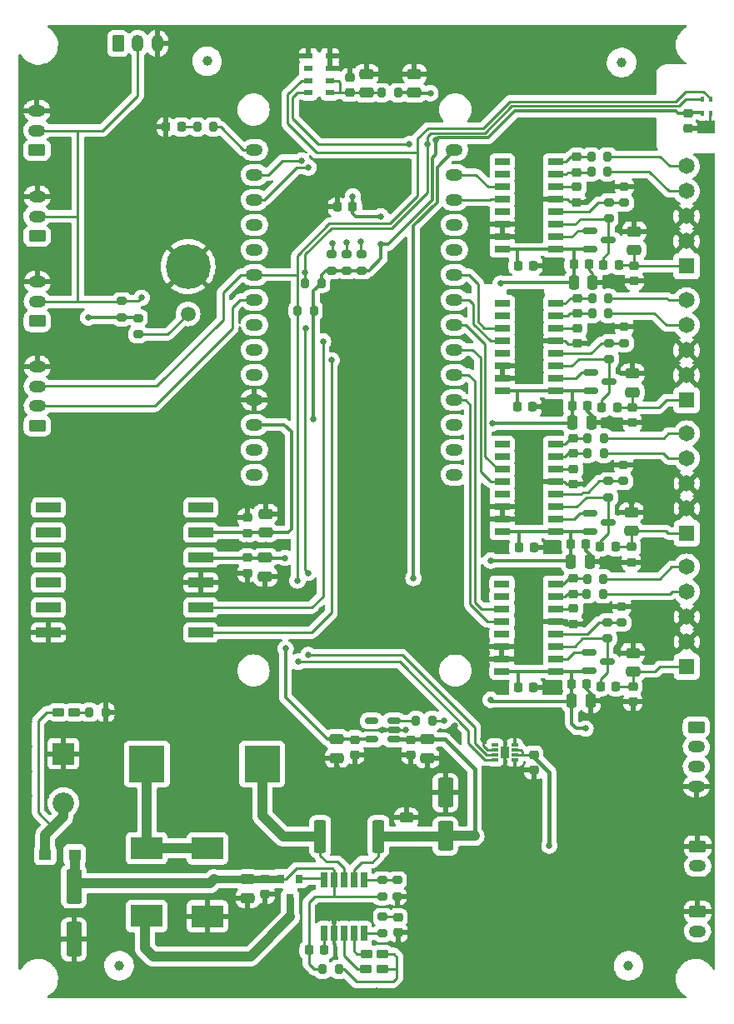
<source format=gtl>
G04 #@! TF.GenerationSoftware,KiCad,Pcbnew,(6.0.5)*
G04 #@! TF.CreationDate,2022-06-09T16:15:48+02:00*
G04 #@! TF.ProjectId,ruche,72756368-652e-46b6-9963-61645f706362,rev?*
G04 #@! TF.SameCoordinates,Original*
G04 #@! TF.FileFunction,Copper,L1,Top*
G04 #@! TF.FilePolarity,Positive*
%FSLAX46Y46*%
G04 Gerber Fmt 4.6, Leading zero omitted, Abs format (unit mm)*
G04 Created by KiCad (PCBNEW (6.0.5)) date 2022-06-09 16:15:48*
%MOMM*%
%LPD*%
G01*
G04 APERTURE LIST*
G04 Aperture macros list*
%AMRoundRect*
0 Rectangle with rounded corners*
0 $1 Rounding radius*
0 $2 $3 $4 $5 $6 $7 $8 $9 X,Y pos of 4 corners*
0 Add a 4 corners polygon primitive as box body*
4,1,4,$2,$3,$4,$5,$6,$7,$8,$9,$2,$3,0*
0 Add four circle primitives for the rounded corners*
1,1,$1+$1,$2,$3*
1,1,$1+$1,$4,$5*
1,1,$1+$1,$6,$7*
1,1,$1+$1,$8,$9*
0 Add four rect primitives between the rounded corners*
20,1,$1+$1,$2,$3,$4,$5,0*
20,1,$1+$1,$4,$5,$6,$7,0*
20,1,$1+$1,$6,$7,$8,$9,0*
20,1,$1+$1,$8,$9,$2,$3,0*%
G04 Aperture macros list end*
G04 #@! TA.AperFunction,SMDPad,CuDef*
%ADD10RoundRect,0.250000X-0.550000X1.500000X-0.550000X-1.500000X0.550000X-1.500000X0.550000X1.500000X0*%
G04 #@! TD*
G04 #@! TA.AperFunction,SMDPad,CuDef*
%ADD11RoundRect,0.225000X-0.250000X0.225000X-0.250000X-0.225000X0.250000X-0.225000X0.250000X0.225000X0*%
G04 #@! TD*
G04 #@! TA.AperFunction,SMDPad,CuDef*
%ADD12RoundRect,0.250000X-0.475000X0.250000X-0.475000X-0.250000X0.475000X-0.250000X0.475000X0.250000X0*%
G04 #@! TD*
G04 #@! TA.AperFunction,SMDPad,CuDef*
%ADD13RoundRect,0.225000X-0.225000X-0.250000X0.225000X-0.250000X0.225000X0.250000X-0.225000X0.250000X0*%
G04 #@! TD*
G04 #@! TA.AperFunction,SMDPad,CuDef*
%ADD14RoundRect,0.250000X0.475000X-0.250000X0.475000X0.250000X-0.475000X0.250000X-0.475000X-0.250000X0*%
G04 #@! TD*
G04 #@! TA.AperFunction,SMDPad,CuDef*
%ADD15RoundRect,0.250000X0.550000X-1.250000X0.550000X1.250000X-0.550000X1.250000X-0.550000X-1.250000X0*%
G04 #@! TD*
G04 #@! TA.AperFunction,SMDPad,CuDef*
%ADD16RoundRect,0.212500X-0.400000X-0.212500X0.400000X-0.212500X0.400000X0.212500X-0.400000X0.212500X0*%
G04 #@! TD*
G04 #@! TA.AperFunction,SMDPad,CuDef*
%ADD17R,1.240000X1.120000*%
G04 #@! TD*
G04 #@! TA.AperFunction,SMDPad,CuDef*
%ADD18R,3.200000X2.250000*%
G04 #@! TD*
G04 #@! TA.AperFunction,SMDPad,CuDef*
%ADD19R,0.650000X1.525000*%
G04 #@! TD*
G04 #@! TA.AperFunction,ComponentPad*
%ADD20R,2.175000X2.175000*%
G04 #@! TD*
G04 #@! TA.AperFunction,ComponentPad*
%ADD21C,2.175000*%
G04 #@! TD*
G04 #@! TA.AperFunction,ComponentPad*
%ADD22RoundRect,0.250000X0.625000X-0.350000X0.625000X0.350000X-0.625000X0.350000X-0.625000X-0.350000X0*%
G04 #@! TD*
G04 #@! TA.AperFunction,ComponentPad*
%ADD23O,1.750000X1.200000*%
G04 #@! TD*
G04 #@! TA.AperFunction,SMDPad,CuDef*
%ADD24R,3.650000X3.750000*%
G04 #@! TD*
G04 #@! TA.AperFunction,SMDPad,CuDef*
%ADD25R,0.800000X0.900000*%
G04 #@! TD*
G04 #@! TA.AperFunction,SMDPad,CuDef*
%ADD26RoundRect,0.200000X-0.200000X-0.275000X0.200000X-0.275000X0.200000X0.275000X-0.200000X0.275000X0*%
G04 #@! TD*
G04 #@! TA.AperFunction,SMDPad,CuDef*
%ADD27RoundRect,0.200000X0.275000X-0.200000X0.275000X0.200000X-0.275000X0.200000X-0.275000X-0.200000X0*%
G04 #@! TD*
G04 #@! TA.AperFunction,SMDPad,CuDef*
%ADD28RoundRect,0.200000X-0.275000X0.200000X-0.275000X-0.200000X0.275000X-0.200000X0.275000X0.200000X0*%
G04 #@! TD*
G04 #@! TA.AperFunction,SMDPad,CuDef*
%ADD29RoundRect,0.250000X-0.362500X-1.425000X0.362500X-1.425000X0.362500X1.425000X-0.362500X1.425000X0*%
G04 #@! TD*
G04 #@! TA.AperFunction,ComponentPad*
%ADD30RoundRect,0.250000X-0.625000X0.350000X-0.625000X-0.350000X0.625000X-0.350000X0.625000X0.350000X0*%
G04 #@! TD*
G04 #@! TA.AperFunction,SMDPad,CuDef*
%ADD31R,0.750000X0.300000*%
G04 #@! TD*
G04 #@! TA.AperFunction,SMDPad,CuDef*
%ADD32R,0.900000X1.300000*%
G04 #@! TD*
G04 #@! TA.AperFunction,SMDPad,CuDef*
%ADD33R,2.500000X1.000000*%
G04 #@! TD*
G04 #@! TA.AperFunction,SMDPad,CuDef*
%ADD34R,0.300000X0.500000*%
G04 #@! TD*
G04 #@! TA.AperFunction,ComponentPad*
%ADD35C,1.500000*%
G04 #@! TD*
G04 #@! TA.AperFunction,ComponentPad*
%ADD36C,4.540000*%
G04 #@! TD*
G04 #@! TA.AperFunction,SMDPad,CuDef*
%ADD37RoundRect,0.225000X0.250000X-0.225000X0.250000X0.225000X-0.250000X0.225000X-0.250000X-0.225000X0*%
G04 #@! TD*
G04 #@! TA.AperFunction,ComponentPad*
%ADD38RoundRect,0.250000X-0.350000X-0.625000X0.350000X-0.625000X0.350000X0.625000X-0.350000X0.625000X0*%
G04 #@! TD*
G04 #@! TA.AperFunction,ComponentPad*
%ADD39O,1.200000X1.750000*%
G04 #@! TD*
G04 #@! TA.AperFunction,SMDPad,CuDef*
%ADD40RoundRect,0.150000X-0.587500X-0.150000X0.587500X-0.150000X0.587500X0.150000X-0.587500X0.150000X0*%
G04 #@! TD*
G04 #@! TA.AperFunction,ComponentPad*
%ADD41R,1.650000X1.650000*%
G04 #@! TD*
G04 #@! TA.AperFunction,ComponentPad*
%ADD42C,1.650000*%
G04 #@! TD*
G04 #@! TA.AperFunction,SMDPad,CuDef*
%ADD43RoundRect,0.218750X0.218750X0.256250X-0.218750X0.256250X-0.218750X-0.256250X0.218750X-0.256250X0*%
G04 #@! TD*
G04 #@! TA.AperFunction,SMDPad,CuDef*
%ADD44RoundRect,0.218750X-0.218750X-0.256250X0.218750X-0.256250X0.218750X0.256250X-0.218750X0.256250X0*%
G04 #@! TD*
G04 #@! TA.AperFunction,SMDPad,CuDef*
%ADD45RoundRect,0.250000X-0.250000X-0.475000X0.250000X-0.475000X0.250000X0.475000X-0.250000X0.475000X0*%
G04 #@! TD*
G04 #@! TA.AperFunction,SMDPad,CuDef*
%ADD46R,1.525000X0.700000*%
G04 #@! TD*
G04 #@! TA.AperFunction,SMDPad,CuDef*
%ADD47RoundRect,0.225000X0.225000X0.250000X-0.225000X0.250000X-0.225000X-0.250000X0.225000X-0.250000X0*%
G04 #@! TD*
G04 #@! TA.AperFunction,SMDPad,CuDef*
%ADD48C,1.000000*%
G04 #@! TD*
G04 #@! TA.AperFunction,SMDPad,CuDef*
%ADD49R,0.950000X0.550000*%
G04 #@! TD*
G04 #@! TA.AperFunction,SMDPad,CuDef*
%ADD50RoundRect,0.150000X0.512500X0.150000X-0.512500X0.150000X-0.512500X-0.150000X0.512500X-0.150000X0*%
G04 #@! TD*
G04 #@! TA.AperFunction,ViaPad*
%ADD51C,0.650000*%
G04 #@! TD*
G04 #@! TA.AperFunction,Conductor*
%ADD52C,0.300000*%
G04 #@! TD*
G04 #@! TA.AperFunction,Conductor*
%ADD53C,0.250000*%
G04 #@! TD*
G04 #@! TA.AperFunction,Conductor*
%ADD54C,0.400000*%
G04 #@! TD*
G04 #@! TA.AperFunction,Conductor*
%ADD55C,1.000000*%
G04 #@! TD*
G04 #@! TA.AperFunction,Conductor*
%ADD56C,0.800000*%
G04 #@! TD*
G04 #@! TA.AperFunction,Conductor*
%ADD57C,0.500000*%
G04 #@! TD*
G04 APERTURE END LIST*
D10*
X102625000Y-157110000D03*
X102625000Y-162510000D03*
D11*
X122060000Y-156385000D03*
X122060000Y-157935000D03*
D12*
X120290000Y-156390000D03*
X120290000Y-158290000D03*
D11*
X135560000Y-160275000D03*
X135560000Y-161825000D03*
X149347466Y-143757466D03*
X149347466Y-145307466D03*
D13*
X126495000Y-163600000D03*
X128045000Y-163600000D03*
D14*
X136410000Y-152035000D03*
X136410000Y-150135000D03*
D15*
X140380000Y-152010000D03*
X140380000Y-147610000D03*
D11*
X165012609Y-78557391D03*
X165012609Y-80107391D03*
D16*
X101047500Y-139430000D03*
X102672500Y-139430000D03*
D17*
X102700000Y-153900000D03*
X99700000Y-153900000D03*
D16*
X132307500Y-165542000D03*
X133932500Y-165542000D03*
X132327500Y-163992000D03*
X133952500Y-163992000D03*
D18*
X116180000Y-153260000D03*
X116180000Y-160160000D03*
X110025000Y-153235000D03*
X110025000Y-160135000D03*
D19*
X128070000Y-161912000D03*
X129070000Y-161912000D03*
X130070000Y-161912000D03*
X131070000Y-161912000D03*
X132070000Y-161912000D03*
X132070000Y-156488000D03*
X131070000Y-156488000D03*
X130070000Y-156488000D03*
X129070000Y-156488000D03*
X128070000Y-156488000D03*
D20*
X101550000Y-143635000D03*
D21*
X101550000Y-148635000D03*
D22*
X98900000Y-110310000D03*
D23*
X98900000Y-108310000D03*
X98900000Y-106310000D03*
X98900000Y-104310000D03*
D24*
X110040000Y-144690000D03*
X121740000Y-144690000D03*
D25*
X125540000Y-156350000D03*
X123640000Y-156350000D03*
X124590000Y-158350000D03*
D26*
X104195000Y-139420000D03*
X105845000Y-139420000D03*
D27*
X133990000Y-161875000D03*
X133990000Y-160225000D03*
D26*
X127895000Y-165540000D03*
X129545000Y-165540000D03*
D28*
X135460000Y-156485000D03*
X135460000Y-158135000D03*
D27*
X133960000Y-158135000D03*
X133960000Y-156485000D03*
D29*
X127637500Y-152030000D03*
X133562500Y-152030000D03*
D26*
X126105000Y-95830000D03*
X127755000Y-95830000D03*
X125345000Y-98620000D03*
X126995000Y-98620000D03*
D30*
X166010000Y-153050000D03*
D23*
X166010000Y-155050000D03*
D30*
X165990000Y-159690000D03*
D23*
X165990000Y-161690000D03*
D31*
X147397466Y-144257466D03*
X147397466Y-143757466D03*
X147397466Y-143257466D03*
X147397466Y-142757466D03*
X145397466Y-142757466D03*
X145397466Y-143257466D03*
X145397466Y-143757466D03*
X145397466Y-144257466D03*
D32*
X146397466Y-143507466D03*
D22*
X98875000Y-91035000D03*
D23*
X98875000Y-89035000D03*
X98875000Y-87035000D03*
D22*
X98870000Y-82310000D03*
D23*
X98870000Y-80310000D03*
X98870000Y-78310000D03*
D22*
X98900000Y-99685000D03*
D23*
X98900000Y-97685000D03*
X98900000Y-95685000D03*
D33*
X115525000Y-131340000D03*
X115525000Y-128800000D03*
X115525000Y-126260000D03*
X115525000Y-123720000D03*
X115525000Y-121180000D03*
X115525000Y-118640000D03*
X100025000Y-118640000D03*
X100025000Y-121180000D03*
X100025000Y-123720000D03*
X100025000Y-126260000D03*
X100025000Y-128800000D03*
X100025000Y-131340000D03*
D34*
X167287609Y-77157391D03*
X166487609Y-77157391D03*
X166487609Y-78557391D03*
X167287609Y-78557391D03*
D11*
X120225000Y-123730000D03*
X120225000Y-125280000D03*
D12*
X122050000Y-123730000D03*
X122050000Y-125630000D03*
D28*
X109140000Y-99365000D03*
X109140000Y-101015000D03*
D35*
X114220000Y-98940000D03*
D36*
X114220000Y-94140000D03*
D12*
X129340000Y-142160000D03*
X129340000Y-144060000D03*
D37*
X120240000Y-121195000D03*
X120240000Y-119645000D03*
D27*
X158540000Y-87655000D03*
X158540000Y-86005000D03*
D14*
X159570000Y-92450000D03*
X159570000Y-90550000D03*
X159420000Y-135290000D03*
X159420000Y-133390000D03*
D38*
X107100000Y-71460000D03*
D39*
X109100000Y-71460000D03*
X111100000Y-71460000D03*
D40*
X154952500Y-133340000D03*
X154952500Y-135240000D03*
X156827500Y-134290000D03*
D27*
X158280000Y-130325000D03*
X158280000Y-128675000D03*
X156980000Y-89235000D03*
X156980000Y-87585000D03*
D41*
X164870000Y-107720000D03*
D42*
X164870000Y-105180000D03*
X164870000Y-102640000D03*
X164870000Y-100100000D03*
X164870000Y-97560000D03*
D37*
X153370000Y-113105000D03*
X153370000Y-111555000D03*
D30*
X165870000Y-140940000D03*
D23*
X165870000Y-142940000D03*
X165870000Y-144940000D03*
X165870000Y-146940000D03*
D13*
X147825000Y-122700000D03*
X149375000Y-122700000D03*
X153265000Y-108270000D03*
X154815000Y-108270000D03*
D43*
X157677500Y-122630000D03*
X156102500Y-122630000D03*
D11*
X159370000Y-108445000D03*
X159370000Y-109995000D03*
D14*
X159370000Y-106910000D03*
X159370000Y-105010000D03*
D44*
X111962500Y-79950000D03*
X113537500Y-79950000D03*
D27*
X158460000Y-115925000D03*
X158460000Y-114275000D03*
D45*
X153280000Y-109990000D03*
X155180000Y-109990000D03*
X153220000Y-138290000D03*
X155120000Y-138290000D03*
D41*
X164900000Y-121250000D03*
D42*
X164900000Y-118710000D03*
X164900000Y-116170000D03*
X164900000Y-113630000D03*
X164900000Y-111090000D03*
D40*
X155152500Y-104870000D03*
X155152500Y-106770000D03*
X157027500Y-105820000D03*
D27*
X156820000Y-131945000D03*
X156820000Y-130295000D03*
D26*
X137385000Y-140290000D03*
X139035000Y-140290000D03*
D11*
X159570000Y-94035000D03*
X159570000Y-95585000D03*
D14*
X137225000Y-76480000D03*
X137225000Y-74580000D03*
D11*
X159270000Y-122625000D03*
X159270000Y-124175000D03*
D13*
X153105000Y-122370000D03*
X154655000Y-122370000D03*
D26*
X115135000Y-79950000D03*
X116785000Y-79950000D03*
D13*
X147755000Y-136920000D03*
X149305000Y-136920000D03*
D11*
X136860000Y-142195000D03*
X136860000Y-143745000D03*
D26*
X133925000Y-76480000D03*
X135575000Y-76480000D03*
D13*
X147675000Y-108410000D03*
X149225000Y-108410000D03*
D43*
X158007500Y-94010000D03*
X156432500Y-94010000D03*
X157700000Y-136810000D03*
X156125000Y-136810000D03*
D14*
X122100000Y-121160000D03*
X122100000Y-119260000D03*
D26*
X154815000Y-111560000D03*
X156465000Y-111560000D03*
D46*
X151602000Y-106775000D03*
X151602000Y-105505000D03*
X151602000Y-104235000D03*
X151602000Y-102965000D03*
X151602000Y-101695000D03*
X151602000Y-100425000D03*
X151602000Y-99155000D03*
X151602000Y-97885000D03*
X146178000Y-97885000D03*
X146178000Y-99155000D03*
X146178000Y-100425000D03*
X146178000Y-101695000D03*
X146178000Y-102965000D03*
X146178000Y-104235000D03*
X146178000Y-105505000D03*
X146178000Y-106775000D03*
D27*
X128820000Y-94535000D03*
X128820000Y-92885000D03*
D46*
X151562000Y-121085000D03*
X151562000Y-119815000D03*
X151562000Y-118545000D03*
X151562000Y-117275000D03*
X151562000Y-116005000D03*
X151562000Y-114735000D03*
X151562000Y-113465000D03*
X151562000Y-112195000D03*
X146138000Y-112195000D03*
X146138000Y-113465000D03*
X146138000Y-114735000D03*
X146138000Y-116005000D03*
X146138000Y-117275000D03*
X146138000Y-118545000D03*
X146138000Y-119815000D03*
X146138000Y-121085000D03*
D23*
X141287500Y-115300200D03*
X141287500Y-112760200D03*
X141287500Y-110220200D03*
X141287500Y-107680200D03*
X141287500Y-105140200D03*
X141287500Y-102600200D03*
X141287500Y-100060200D03*
X141287500Y-97520200D03*
X141287500Y-94980200D03*
X141287500Y-92440200D03*
X141287500Y-89900200D03*
X141287500Y-87360200D03*
X141287500Y-84820200D03*
X141287500Y-82280200D03*
X120967500Y-82280200D03*
X120967500Y-84820200D03*
X120967500Y-87360200D03*
X120967500Y-89900200D03*
X120967500Y-92440200D03*
X120967500Y-94980200D03*
X120967500Y-97520200D03*
X120967500Y-100060200D03*
X120967500Y-102600200D03*
X120967500Y-105140200D03*
X120967500Y-107680200D03*
X120967500Y-110220200D03*
X120967500Y-112760200D03*
X120967500Y-115300200D03*
D47*
X130945000Y-88080000D03*
X129395000Y-88080000D03*
D27*
X157040000Y-103545000D03*
X157040000Y-101895000D03*
D26*
X154745000Y-127400000D03*
X156395000Y-127400000D03*
D48*
X107210000Y-165180000D03*
D45*
X153440000Y-95760000D03*
X155340000Y-95760000D03*
D48*
X116150000Y-73270000D03*
D45*
X153120000Y-124080000D03*
X155020000Y-124080000D03*
D13*
X147745000Y-94020000D03*
X149295000Y-94020000D03*
D37*
X153820000Y-98895000D03*
X153820000Y-97345000D03*
D46*
X151542000Y-135285000D03*
X151542000Y-134015000D03*
X151542000Y-132745000D03*
X151542000Y-131475000D03*
X151542000Y-130205000D03*
X151542000Y-128935000D03*
X151542000Y-127665000D03*
X151542000Y-126395000D03*
X146118000Y-126395000D03*
X146118000Y-127665000D03*
X146118000Y-128935000D03*
X146118000Y-130205000D03*
X146118000Y-131475000D03*
X146118000Y-132745000D03*
X146118000Y-134015000D03*
X146118000Y-135285000D03*
D26*
X154815000Y-113110000D03*
X156465000Y-113110000D03*
D13*
X153185000Y-136530000D03*
X154735000Y-136530000D03*
X153425000Y-93900000D03*
X154975000Y-93900000D03*
D27*
X158540000Y-101915000D03*
X158540000Y-100265000D03*
X130350000Y-94535000D03*
X130350000Y-92885000D03*
D37*
X130675000Y-76455000D03*
X130675000Y-74905000D03*
D40*
X155072500Y-119190000D03*
X155072500Y-121090000D03*
X156947500Y-120140000D03*
D37*
X153710000Y-87585000D03*
X153710000Y-86035000D03*
D48*
X158270000Y-73400000D03*
D26*
X155265000Y-98890000D03*
X156915000Y-98890000D03*
D37*
X153820000Y-101965000D03*
X153820000Y-100415000D03*
D11*
X159420000Y-136805000D03*
X159420000Y-138355000D03*
D48*
X158980000Y-165180000D03*
D43*
X157847500Y-108470000D03*
X156272500Y-108470000D03*
D46*
X151560000Y-92390000D03*
X151560000Y-91120000D03*
X151560000Y-89850000D03*
X151560000Y-88580000D03*
X151560000Y-87310000D03*
X151560000Y-86040000D03*
X151560000Y-84770000D03*
X151560000Y-83500000D03*
X146136000Y-83500000D03*
X146136000Y-84770000D03*
X146136000Y-86040000D03*
X146136000Y-87310000D03*
X146136000Y-88580000D03*
X146136000Y-89850000D03*
X146136000Y-91120000D03*
X146136000Y-92390000D03*
D37*
X153730000Y-84535000D03*
X153730000Y-82985000D03*
D28*
X107490000Y-97655000D03*
X107490000Y-99305000D03*
D26*
X154755000Y-125870000D03*
X156405000Y-125870000D03*
D37*
X153360000Y-127395000D03*
X153360000Y-125845000D03*
D41*
X164900000Y-134800000D03*
D42*
X164900000Y-132260000D03*
X164900000Y-129720000D03*
X164900000Y-127180000D03*
X164900000Y-124640000D03*
D14*
X132350000Y-76480000D03*
X132350000Y-74580000D03*
D49*
X128620000Y-76475000D03*
X128620000Y-75225000D03*
X128620000Y-73975000D03*
X128620000Y-72725000D03*
X126470000Y-72725000D03*
X126470000Y-73975000D03*
X126470000Y-75225000D03*
X126470000Y-76475000D03*
D12*
X138530000Y-142190000D03*
X138530000Y-144090000D03*
D14*
X159270000Y-121010000D03*
X159270000Y-119110000D03*
D50*
X135157500Y-142190000D03*
X135157500Y-141240000D03*
X135157500Y-140290000D03*
X132882500Y-140290000D03*
X132882500Y-142190000D03*
D37*
X153370000Y-116275000D03*
X153370000Y-114725000D03*
D11*
X131150000Y-142195000D03*
X131150000Y-143745000D03*
D41*
X164870000Y-94100000D03*
D42*
X164870000Y-91560000D03*
X164870000Y-89020000D03*
X164870000Y-86480000D03*
X164870000Y-83940000D03*
D27*
X131870000Y-94535000D03*
X131870000Y-92885000D03*
D26*
X155195000Y-82980000D03*
X156845000Y-82980000D03*
D27*
X156940000Y-117575000D03*
X156940000Y-115925000D03*
D40*
X155072500Y-90480000D03*
X155072500Y-92380000D03*
X156947500Y-91430000D03*
D26*
X155185000Y-84500000D03*
X156835000Y-84500000D03*
X155265000Y-97370000D03*
X156915000Y-97370000D03*
D37*
X153370000Y-128895000D03*
X153370000Y-130445000D03*
D51*
X149970000Y-130210000D03*
X147680000Y-134000000D03*
X147670000Y-132720000D03*
X147680000Y-119800000D03*
X147700000Y-118540000D03*
X159520000Y-100260000D03*
X154910000Y-101900000D03*
X150000000Y-87300000D03*
X160560000Y-70410000D03*
X103060000Y-70410000D03*
X110560000Y-112910000D03*
X159370000Y-103740000D03*
X135610000Y-95110000D03*
X98070000Y-157910000D03*
X120560000Y-70410000D03*
X107830000Y-103780000D03*
X105560000Y-127910000D03*
X150390000Y-122690000D03*
X103060000Y-122910000D03*
X163060000Y-72910000D03*
X103060000Y-127910000D03*
X115560000Y-132910000D03*
X125540000Y-87050000D03*
X160410000Y-109980000D03*
X108060000Y-135410000D03*
X98060000Y-127910000D03*
X105560000Y-137910000D03*
X141260000Y-123720000D03*
X118060000Y-135410000D03*
X113060000Y-125410000D03*
X120560000Y-130120000D03*
X154350000Y-130460000D03*
X110560000Y-122910000D03*
X103060000Y-117910000D03*
X128230000Y-88020000D03*
X98070000Y-145410000D03*
X122140000Y-122460000D03*
X120220000Y-159490000D03*
X115560000Y-112910000D03*
X131940000Y-112480000D03*
X110560000Y-135410000D03*
X110560000Y-117910000D03*
X110560000Y-130410000D03*
X147630000Y-91150000D03*
X141312882Y-140817118D03*
X122910000Y-135950000D03*
X98060000Y-137910000D03*
X160560000Y-75410000D03*
X115560000Y-135410000D03*
X103060000Y-132910000D03*
X103060000Y-137910000D03*
X110860000Y-167750000D03*
X113360000Y-167750000D03*
X132070000Y-101710000D03*
X127490000Y-138740000D03*
X100560000Y-115410000D03*
X113060000Y-130410000D03*
X113060000Y-115410000D03*
X113060000Y-122910000D03*
X98060000Y-115410000D03*
X156060000Y-124090000D03*
X101880000Y-166570000D03*
X103060000Y-125410000D03*
X129360000Y-145090000D03*
X138540000Y-145140000D03*
X120560000Y-117910000D03*
X100560000Y-135410000D03*
X123270000Y-98710000D03*
X109700000Y-92400000D03*
X137190000Y-78950000D03*
X103060000Y-120410000D03*
X128360000Y-167750000D03*
X135860000Y-167750000D03*
X155560000Y-70410000D03*
X156170000Y-138290000D03*
X98070000Y-155410000D03*
X98060000Y-75410000D03*
X118360000Y-167750000D03*
X126430000Y-71590000D03*
X153060000Y-70410000D03*
X118160000Y-122480000D03*
X122940000Y-137930000D03*
X118060000Y-112910000D03*
X98060000Y-85410000D03*
X125860000Y-167750000D03*
X160770000Y-95560000D03*
X130860000Y-167750000D03*
X110560000Y-120410000D03*
X118060000Y-117910000D03*
X108060000Y-127910000D03*
X120560000Y-137910000D03*
X150310000Y-136910000D03*
X108060000Y-117910000D03*
X103060000Y-115410000D03*
X160430000Y-138360000D03*
X98060000Y-132910000D03*
X100560000Y-75410000D03*
X110560000Y-115410000D03*
X108350000Y-167730000D03*
X98070000Y-140410000D03*
X110560000Y-125410000D03*
X118110000Y-120050000D03*
X105560000Y-120410000D03*
X130650000Y-73620000D03*
X131160000Y-144740000D03*
X140700000Y-167750000D03*
X148060000Y-70410000D03*
X146476567Y-145445430D03*
X113060000Y-117910000D03*
X159260000Y-118200000D03*
X98060000Y-130410000D03*
X147750000Y-104250000D03*
X103360000Y-167750000D03*
X120860000Y-167750000D03*
X143200000Y-167750000D03*
X100670000Y-164690000D03*
X153060000Y-167910000D03*
X145560000Y-70410000D03*
X166260000Y-80120000D03*
X98070000Y-142910000D03*
X128790000Y-78310000D03*
X128740000Y-84720000D03*
X98060000Y-117910000D03*
X105560000Y-115410000D03*
X157430000Y-114260000D03*
X165560000Y-137910000D03*
X113060000Y-127910000D03*
X150480000Y-94010000D03*
X103060000Y-130410000D03*
X102110000Y-131330000D03*
X113060000Y-120410000D03*
X121890000Y-159120000D03*
X150700000Y-167750000D03*
X98060000Y-122910000D03*
X98070000Y-152910000D03*
X140560000Y-70410000D03*
X147740000Y-105500000D03*
X105560000Y-112910000D03*
X123870000Y-96370000D03*
X103060000Y-72910000D03*
X150040000Y-101670000D03*
X105560000Y-125410000D03*
X132320000Y-73240000D03*
X150030000Y-115970000D03*
X159550000Y-89280000D03*
X144580000Y-89820000D03*
X129060000Y-160490000D03*
X160560000Y-80410000D03*
X140380000Y-145420000D03*
X134000000Y-141260000D03*
X115560000Y-70410000D03*
X98070000Y-147910000D03*
X133360000Y-167750000D03*
X133766651Y-120579229D03*
X115860000Y-167750000D03*
X156520000Y-95740000D03*
X132310000Y-127030000D03*
X158060000Y-70410000D03*
X105560000Y-70410000D03*
X138360000Y-167750000D03*
X108060000Y-122910000D03*
X120140000Y-122460000D03*
X100560000Y-132910000D03*
X110890000Y-79930000D03*
X158060000Y-167910000D03*
X118060000Y-115410000D03*
X122050000Y-126860000D03*
X115560000Y-137910000D03*
X98060000Y-92910000D03*
X120560000Y-132910000D03*
X136510000Y-158130000D03*
X110560000Y-127910000D03*
X98070000Y-162910000D03*
X154710000Y-87570000D03*
X108060000Y-112910000D03*
X159440000Y-132360000D03*
X108060000Y-132910000D03*
X98070000Y-150410000D03*
X165670000Y-149910000D03*
X128060000Y-70410000D03*
X98060000Y-102910000D03*
X105560000Y-132910000D03*
X163060000Y-70410000D03*
X167290000Y-79570000D03*
X154440000Y-116240000D03*
X123370000Y-92030000D03*
X127810000Y-129010000D03*
X105560000Y-130410000D03*
X108060000Y-115410000D03*
X105560000Y-117910000D03*
X122750000Y-132910000D03*
X155560000Y-167910000D03*
X140740000Y-132480000D03*
X113060000Y-137910000D03*
X150560000Y-70410000D03*
X159270000Y-128650000D03*
X128570000Y-71570000D03*
X136400000Y-148890000D03*
X116180000Y-161990000D03*
X103060000Y-135410000D03*
X165640000Y-157410000D03*
X123070000Y-130060000D03*
X105560000Y-135410000D03*
X120220000Y-126460000D03*
X113060000Y-112910000D03*
X100560000Y-137910000D03*
X149370000Y-146300000D03*
X123060000Y-70410000D03*
X136830000Y-144740000D03*
X133060000Y-70410000D03*
X98060000Y-120410000D03*
X108060000Y-125410000D03*
X106940000Y-139420000D03*
X148200000Y-167750000D03*
X108060000Y-130410000D03*
X98070000Y-160410000D03*
X117570000Y-126250000D03*
X156380000Y-110000000D03*
X137180000Y-73250000D03*
X159590000Y-86050000D03*
X163060000Y-165410000D03*
X101030000Y-162520000D03*
X118050000Y-130100000D03*
X163060000Y-167910000D03*
X105860000Y-167750000D03*
X118060000Y-137910000D03*
X108060000Y-120410000D03*
X118140000Y-132980000D03*
X98070000Y-135410000D03*
X110560000Y-137910000D03*
X145700000Y-167750000D03*
X113060000Y-132910000D03*
X98060000Y-112910000D03*
X105560000Y-122910000D03*
X123360000Y-167750000D03*
X136370000Y-141190000D03*
X130560000Y-70410000D03*
X115560000Y-115410000D03*
X113060000Y-70410000D03*
X98060000Y-125410000D03*
X143060000Y-70410000D03*
X100560000Y-112910000D03*
X113060000Y-135410000D03*
X160560000Y-167910000D03*
X160270000Y-124200000D03*
X135580000Y-162810000D03*
X108060000Y-137910000D03*
X118060000Y-70410000D03*
X103060000Y-112910000D03*
X110560000Y-132910000D03*
X150140000Y-108400000D03*
X144180847Y-142141552D03*
X133820000Y-89040000D03*
X130960000Y-87000000D03*
X139430000Y-81250000D03*
X144970000Y-138160000D03*
X144970000Y-124020000D03*
X126950000Y-109600000D03*
X104049999Y-99310001D03*
X138840000Y-76520000D03*
X145140000Y-110060000D03*
X133820000Y-91890000D03*
X154600000Y-141079500D03*
X145980000Y-95860000D03*
X126140000Y-100450000D03*
X126400000Y-125260000D03*
X126125000Y-94700000D03*
X138540000Y-81700000D03*
X136720000Y-81700000D03*
X126450000Y-133600000D03*
X125400002Y-134285000D03*
X125325000Y-126035000D03*
X143330000Y-152010000D03*
X142430000Y-152010000D03*
X150940000Y-152960000D03*
X109490000Y-97310000D03*
X127930000Y-101730000D03*
X128794000Y-103660000D03*
X124070000Y-123740000D03*
X124120000Y-132960000D03*
X140210000Y-140290000D03*
X137130000Y-125780000D03*
X131770000Y-91630000D03*
X125752929Y-83373714D03*
X126470000Y-84070000D03*
X130370000Y-91710000D03*
X128930000Y-91770000D03*
D52*
X139650000Y-81030000D02*
X139430000Y-81250000D01*
X144730000Y-81030000D02*
X139650000Y-81030000D01*
X163730000Y-78290000D02*
X147470000Y-78290000D01*
D53*
X138540000Y-80930000D02*
X138540000Y-81700000D01*
X138914511Y-80555489D02*
X138540000Y-80930000D01*
D52*
X163997391Y-78557391D02*
X163730000Y-78290000D01*
D53*
X144358805Y-80555489D02*
X138914511Y-80555489D01*
D52*
X147470000Y-78290000D02*
X144730000Y-81030000D01*
D53*
X147078804Y-77835490D02*
X144358805Y-80555489D01*
D52*
X165012609Y-78557391D02*
X163997391Y-78557391D01*
D53*
X147100000Y-77810000D02*
X164110000Y-77810000D01*
X147060000Y-77850000D02*
X147100000Y-77810000D01*
D52*
X146080000Y-95760000D02*
X145980000Y-95860000D01*
X153440000Y-95760000D02*
X146080000Y-95760000D01*
D53*
X152675000Y-130445000D02*
X153370000Y-130445000D01*
X152435000Y-130205000D02*
X152675000Y-130445000D01*
X151542000Y-130205000D02*
X152435000Y-130205000D01*
X152675000Y-116275000D02*
X153370000Y-116275000D01*
X152405000Y-116005000D02*
X152675000Y-116275000D01*
X151562000Y-116005000D02*
X152405000Y-116005000D01*
X153775000Y-102010000D02*
X153820000Y-101965000D01*
X152820000Y-102010000D02*
X153775000Y-102010000D01*
X152505000Y-101695000D02*
X152820000Y-102010000D01*
X151602000Y-101695000D02*
X152505000Y-101695000D01*
X153810000Y-100425000D02*
X153820000Y-100415000D01*
X151602000Y-100425000D02*
X153810000Y-100425000D01*
X138589031Y-80090969D02*
X137555999Y-81124001D01*
X146915926Y-77358370D02*
X144183327Y-80090969D01*
X163761630Y-77358370D02*
X146915926Y-77358370D01*
X166562609Y-76332391D02*
X164787609Y-76332391D01*
X167287609Y-77057391D02*
X166562609Y-76332391D01*
X167287609Y-77157391D02*
X167287609Y-77057391D01*
X144183327Y-80090969D02*
X138589031Y-80090969D01*
X137555999Y-81124001D02*
X137555999Y-82484001D01*
X164787609Y-76332391D02*
X163761630Y-77358370D01*
X162200000Y-82980000D02*
X156845000Y-82980000D01*
X163160000Y-83940000D02*
X162200000Y-82980000D01*
X164870000Y-83940000D02*
X163160000Y-83940000D01*
X163080000Y-86480000D02*
X164870000Y-86480000D01*
X161100000Y-84500000D02*
X163080000Y-86480000D01*
X156835000Y-84500000D02*
X161100000Y-84500000D01*
D54*
X150930000Y-145512500D02*
X150930000Y-152950000D01*
X150930000Y-152950000D02*
X150940000Y-152960000D01*
X149157466Y-143739966D02*
X150930000Y-145512500D01*
D53*
X131770000Y-92865000D02*
X131770000Y-91630000D01*
X130350000Y-91730000D02*
X130370000Y-91710000D01*
X130350000Y-92885000D02*
X130350000Y-91730000D01*
D52*
X127755000Y-95830000D02*
X127755000Y-94995000D01*
X127755000Y-94995000D02*
X128215000Y-94535000D01*
X132615000Y-94535000D02*
X133820000Y-93330000D01*
X128215000Y-94535000D02*
X132615000Y-94535000D01*
X133820000Y-93330000D02*
X133820000Y-91890000D01*
X154655000Y-122370000D02*
X154655000Y-122995000D01*
D53*
X145407466Y-143247466D02*
X144637466Y-143247466D01*
X147407466Y-144247466D02*
X147460000Y-144300000D01*
D52*
X155120000Y-137460000D02*
X155120000Y-138290000D01*
D53*
X146407466Y-145376329D02*
X146476567Y-145445430D01*
D52*
X154655000Y-122995000D02*
X155020000Y-123360000D01*
D53*
X154975000Y-93900000D02*
X154975000Y-94485000D01*
X152773000Y-87310000D02*
X153043000Y-87580000D01*
X151560000Y-87310000D02*
X152773000Y-87310000D01*
X136320000Y-141240000D02*
X136370000Y-141190000D01*
D52*
X154815000Y-108270000D02*
X154815000Y-108855000D01*
D53*
X144180847Y-142790847D02*
X144180847Y-142141552D01*
X135157500Y-141240000D02*
X136320000Y-141240000D01*
X129060000Y-161902000D02*
X129070000Y-161912000D01*
X129060000Y-160490000D02*
X129060000Y-161902000D01*
X154975000Y-94485000D02*
X155340000Y-94850000D01*
D52*
X155020000Y-123360000D02*
X155020000Y-124080000D01*
D53*
X153705000Y-87580000D02*
X153710000Y-87585000D01*
D52*
X154735000Y-136530000D02*
X154735000Y-137075000D01*
X155180000Y-109220000D02*
X155180000Y-109990000D01*
X154735000Y-137075000D02*
X155120000Y-137460000D01*
X147397466Y-142757466D02*
X147397466Y-142177466D01*
D53*
X144637466Y-143247466D02*
X144180847Y-142790847D01*
D52*
X154815000Y-108855000D02*
X155180000Y-109220000D01*
D53*
X155340000Y-94850000D02*
X155340000Y-95760000D01*
X147460000Y-144300000D02*
X147460000Y-146338862D01*
X146407466Y-143497466D02*
X146407466Y-145376329D01*
X153043000Y-87580000D02*
X153705000Y-87580000D01*
D52*
X153265000Y-108270000D02*
X153265000Y-109975000D01*
X151560000Y-92390000D02*
X153448000Y-92390000D01*
X153440000Y-95760000D02*
X153440000Y-92398000D01*
X147765000Y-106775000D02*
X155147500Y-106775000D01*
X147725000Y-135285000D02*
X153285000Y-135285000D01*
X153085000Y-122350000D02*
X153105000Y-122370000D01*
X127755000Y-95830000D02*
X126950000Y-96635000D01*
X107385000Y-99300000D02*
X104060000Y-99300000D01*
X109010000Y-99305000D02*
X109140000Y-99435000D01*
X153210000Y-140610000D02*
X153679500Y-141079500D01*
X153440000Y-92398000D02*
X153448000Y-92390000D01*
X153265000Y-109975000D02*
X153280000Y-109990000D01*
X134540000Y-91890000D02*
X133820000Y-91890000D01*
X107580000Y-99305000D02*
X109010000Y-99305000D01*
X137265000Y-76520000D02*
X137225000Y-76480000D01*
X147825000Y-122700000D02*
X147825000Y-121175000D01*
X147755000Y-135315000D02*
X147725000Y-135285000D01*
X147755000Y-136920000D02*
X147755000Y-135315000D01*
X144970000Y-138160000D02*
X145110000Y-138300000D01*
X153060000Y-124020000D02*
X144970000Y-124020000D01*
X155147500Y-106775000D02*
X155152500Y-106770000D01*
X154907500Y-135285000D02*
X154952500Y-135240000D01*
X130960000Y-88760000D02*
X130960000Y-87000000D01*
X131240000Y-89040000D02*
X130960000Y-88760000D01*
X139030000Y-83130000D02*
X139030000Y-87400000D01*
X145140000Y-110060000D02*
X153210000Y-110060000D01*
X153448000Y-92390000D02*
X153458000Y-92380000D01*
X153220000Y-135350000D02*
X153285000Y-135285000D01*
X138840000Y-76520000D02*
X137265000Y-76520000D01*
X165012609Y-78557391D02*
X165090000Y-78480000D01*
X147715000Y-108110000D02*
X147715000Y-106825000D01*
X153120000Y-124080000D02*
X153120000Y-122385000D01*
X115525000Y-121180000D02*
X122080000Y-121180000D01*
X147715000Y-106825000D02*
X147765000Y-106775000D01*
X151560000Y-92390000D02*
X147710000Y-92390000D01*
X165090000Y-78480000D02*
X165967396Y-78480000D01*
X133820000Y-89040000D02*
X131240000Y-89040000D01*
X139430000Y-82730000D02*
X139030000Y-83130000D01*
X122080000Y-121180000D02*
X122100000Y-121160000D01*
X153458000Y-92380000D02*
X155072500Y-92380000D01*
X153210000Y-110060000D02*
X153280000Y-109990000D01*
X139430000Y-81250000D02*
X139430000Y-82730000D01*
X123960000Y-110200000D02*
X124700000Y-110940000D01*
X124700000Y-120850000D02*
X124390000Y-121160000D01*
X153120000Y-124080000D02*
X153060000Y-124020000D01*
X153265000Y-108270000D02*
X153265000Y-106835000D01*
X124390000Y-121160000D02*
X122100000Y-121160000D01*
X153085000Y-121085000D02*
X153085000Y-122350000D01*
X147825000Y-121175000D02*
X147915000Y-121085000D01*
X145110000Y-138300000D02*
X153120000Y-138300000D01*
X107520000Y-99435000D02*
X107385000Y-99300000D01*
X147710000Y-92390000D02*
X146136000Y-92390000D01*
X107490000Y-99395000D02*
X107580000Y-99305000D01*
X120967500Y-110220200D02*
X120987700Y-110200000D01*
X153120000Y-122385000D02*
X153105000Y-122370000D01*
X147725000Y-92405000D02*
X147710000Y-92390000D01*
X155067500Y-121085000D02*
X153085000Y-121085000D01*
X120987700Y-110200000D02*
X123960000Y-110200000D01*
X153679500Y-141079500D02*
X154600000Y-141079500D01*
X104060000Y-99300000D02*
X104049999Y-99310001D01*
X155072500Y-121090000D02*
X155067500Y-121085000D01*
X124700000Y-110940000D02*
X124700000Y-120850000D01*
X147915000Y-121085000D02*
X146138000Y-121085000D01*
X153085000Y-121085000D02*
X147915000Y-121085000D01*
X153120000Y-138300000D02*
X153210000Y-138210000D01*
X165967396Y-78480000D02*
X166487609Y-78480000D01*
X126950000Y-96635000D02*
X126950000Y-109600000D01*
X147725000Y-94050000D02*
X147725000Y-92405000D01*
X153210000Y-138210000D02*
X153210000Y-140610000D01*
X135575000Y-76480000D02*
X137225000Y-76480000D01*
X139030000Y-87400000D02*
X134540000Y-91890000D01*
X153285000Y-135285000D02*
X154907500Y-135285000D01*
X153220000Y-138290000D02*
X153220000Y-135350000D01*
X146118000Y-135285000D02*
X147725000Y-135285000D01*
X146178000Y-106775000D02*
X147765000Y-106775000D01*
D53*
X118720000Y-100390000D02*
X118720000Y-98300000D01*
X126400000Y-125260000D02*
X126125000Y-124985000D01*
X119499800Y-97520200D02*
X120967500Y-97520200D01*
X98900000Y-108310000D02*
X98920000Y-108290000D01*
X128800489Y-90229511D02*
X126125000Y-92905000D01*
X138540000Y-86615704D02*
X134926193Y-90229511D01*
X164762609Y-77157391D02*
X164112119Y-77807881D01*
X124840000Y-79100000D02*
X127450000Y-81710000D01*
X134926193Y-90229511D02*
X128800489Y-90229511D01*
X145397466Y-143757466D02*
X144511762Y-143757466D01*
X135960000Y-133600000D02*
X126450000Y-133600000D01*
X125325000Y-76475000D02*
X124840000Y-76960000D01*
X126470000Y-76475000D02*
X125325000Y-76475000D01*
X124840000Y-76960000D02*
X124840000Y-79100000D01*
X126125000Y-100465000D02*
X126140000Y-100450000D01*
X110820000Y-108290000D02*
X118720000Y-100390000D01*
X166487609Y-77157391D02*
X164762609Y-77157391D01*
X118720000Y-98300000D02*
X119499800Y-97520200D01*
X98920000Y-108290000D02*
X110820000Y-108290000D01*
X126125000Y-95785000D02*
X126125000Y-94700000D01*
X144511762Y-143757466D02*
X143331356Y-142577060D01*
X138540000Y-81700000D02*
X138540000Y-86615704D01*
X143331356Y-140971356D02*
X135960000Y-133600000D01*
X126125000Y-92905000D02*
X126125000Y-94700000D01*
X127450000Y-81710000D02*
X136710000Y-81710000D01*
X126125000Y-124985000D02*
X126125000Y-100465000D01*
X143331356Y-142577060D02*
X143331356Y-140971356D01*
X136710000Y-81710000D02*
X136720000Y-81700000D01*
X126470000Y-75225000D02*
X125745000Y-75225000D01*
X124340000Y-76620000D02*
X124340000Y-79590000D01*
X134740000Y-89780000D02*
X137555999Y-86964001D01*
X125325000Y-115410002D02*
X125325000Y-126035000D01*
X125310000Y-94960000D02*
X120919800Y-94960000D01*
X137555999Y-86964001D02*
X137555999Y-82484001D01*
X125325000Y-95744600D02*
X125325000Y-115410002D01*
X145397466Y-144257466D02*
X144376060Y-144257466D01*
X125735000Y-75225000D02*
X124340000Y-76620000D01*
X98918568Y-106291432D02*
X111028568Y-106291432D01*
X117760000Y-96800000D02*
X119579800Y-94980200D01*
X125325000Y-95744600D02*
X125325000Y-94975000D01*
X111028568Y-106291432D02*
X117760000Y-99560000D01*
X119579800Y-94980200D02*
X120967500Y-94980200D01*
X137500000Y-82540000D02*
X137555999Y-82484001D01*
X125325000Y-94975000D02*
X125310000Y-94960000D01*
X117760000Y-99560000D02*
X117760000Y-96800000D01*
X125415002Y-134300000D02*
X125400002Y-134285000D01*
X142680489Y-141266193D02*
X135714296Y-134300000D01*
X127290000Y-82540000D02*
X137500000Y-82540000D01*
X124340000Y-79590000D02*
X127290000Y-82540000D01*
X142680489Y-142561897D02*
X142680489Y-141266193D01*
X98900000Y-106310000D02*
X98918568Y-106291432D01*
X125325000Y-93025000D02*
X128570000Y-89780000D01*
X144376060Y-144257466D02*
X142680489Y-142561897D01*
X125325000Y-95744600D02*
X125325000Y-93025000D01*
X135714296Y-134300000D02*
X125415002Y-134300000D01*
X128570000Y-89780000D02*
X134740000Y-89780000D01*
X129445000Y-75225000D02*
X129620000Y-75400000D01*
X132350000Y-76480000D02*
X133925000Y-76480000D01*
X132325000Y-76455000D02*
X132350000Y-76480000D01*
X128620000Y-75225000D02*
X129445000Y-75225000D01*
X130655000Y-76475000D02*
X130675000Y-76455000D01*
X130675000Y-76455000D02*
X132325000Y-76455000D01*
X129620000Y-75400000D02*
X129620000Y-76450000D01*
X128620000Y-76475000D02*
X130655000Y-76475000D01*
D55*
X140360000Y-152030000D02*
X140380000Y-152010000D01*
D53*
X132955000Y-154640000D02*
X131860000Y-154640000D01*
X148027466Y-143247466D02*
X148227466Y-143447466D01*
D55*
X133662500Y-152030000D02*
X140360000Y-152030000D01*
D53*
X149149966Y-143747466D02*
X149157466Y-143739966D01*
X147407466Y-143747466D02*
X148227466Y-143747466D01*
D54*
X140310000Y-142190000D02*
X143330000Y-145210000D01*
D53*
X131070000Y-155430000D02*
X131070000Y-156488000D01*
X148227466Y-143747466D02*
X149149966Y-143747466D01*
D55*
X140380000Y-152010000D02*
X143330000Y-152010000D01*
D54*
X143330000Y-145210000D02*
X143330000Y-152010000D01*
D53*
X133562500Y-152030000D02*
X133562500Y-154032500D01*
D54*
X138530000Y-142190000D02*
X140310000Y-142190000D01*
D53*
X131860000Y-154640000D02*
X131070000Y-155430000D01*
X133562500Y-154032500D02*
X132955000Y-154640000D01*
X147407466Y-143247466D02*
X148027466Y-143247466D01*
D54*
X138530000Y-142190000D02*
X135157500Y-142190000D01*
D53*
X148227466Y-143447466D02*
X148227466Y-143747466D01*
D55*
X120550000Y-164240000D02*
X124590000Y-160200000D01*
X109810000Y-163390000D02*
X110660000Y-164240000D01*
X110660000Y-164240000D02*
X120550000Y-164240000D01*
X109810000Y-160090000D02*
X109810000Y-163390000D01*
D56*
X124590000Y-160200000D02*
X124590000Y-158350000D01*
D55*
X116420000Y-156820000D02*
X116850000Y-156390000D01*
D56*
X116850000Y-156390000D02*
X123600000Y-156390000D01*
D53*
X126495000Y-163600000D02*
X126495000Y-158765000D01*
X123640000Y-156350000D02*
X124160000Y-156350000D01*
D57*
X102700000Y-157040000D02*
X102630000Y-157110000D01*
D53*
X126495000Y-163600000D02*
X126495000Y-164995000D01*
X127125000Y-158135000D02*
X129165000Y-158135000D01*
X129165000Y-158135000D02*
X133960000Y-158135000D01*
X128860000Y-155280000D02*
X129070000Y-155490000D01*
X129070000Y-155490000D02*
X129070000Y-156488000D01*
X127040000Y-165540000D02*
X127895000Y-165540000D01*
D55*
X102630000Y-157110000D02*
X102920000Y-156820000D01*
D53*
X126495000Y-158765000D02*
X127125000Y-158135000D01*
D55*
X102920000Y-156820000D02*
X116420000Y-156820000D01*
D53*
X124160000Y-156350000D02*
X125230000Y-155280000D01*
X126495000Y-164995000D02*
X127040000Y-165540000D01*
D55*
X102700000Y-153900000D02*
X102700000Y-157040000D01*
D53*
X125220000Y-155280000D02*
X128860000Y-155280000D01*
X129070000Y-156488000D02*
X129070000Y-158040000D01*
D55*
X110050000Y-146180000D02*
X110050000Y-153310000D01*
X116170000Y-153250000D02*
X110140000Y-153250000D01*
X116180000Y-153260000D02*
X116170000Y-153250000D01*
D53*
X127912000Y-156330000D02*
X125560000Y-156330000D01*
X128070000Y-156488000D02*
X127912000Y-156330000D01*
X125560000Y-156330000D02*
X125540000Y-156350000D01*
D55*
X123860000Y-152030000D02*
X127737500Y-152030000D01*
D53*
X129420000Y-154630000D02*
X130070000Y-155280000D01*
X128280000Y-154630000D02*
X129420000Y-154630000D01*
X130070000Y-155280000D02*
X130070000Y-156488000D01*
X127637500Y-153987500D02*
X128280000Y-154630000D01*
D55*
X121750000Y-149920000D02*
X123860000Y-152030000D01*
D53*
X127637500Y-152030000D02*
X127637500Y-153987500D01*
D55*
X121750000Y-146180000D02*
X121750000Y-149920000D01*
D53*
X135460000Y-156485000D02*
X132073000Y-156485000D01*
X132073000Y-156485000D02*
X132070000Y-156488000D01*
X132070000Y-161912000D02*
X133953000Y-161912000D01*
X133953000Y-161912000D02*
X133990000Y-161875000D01*
X135510000Y-160225000D02*
X135560000Y-160275000D01*
X133990000Y-160225000D02*
X135510000Y-160225000D01*
X128045000Y-163600000D02*
X128045000Y-161937000D01*
X104195000Y-139420000D02*
X102682500Y-139420000D01*
X98990000Y-149620000D02*
X98990000Y-140300000D01*
X100030000Y-139430000D02*
X101047500Y-139430000D01*
X98990000Y-140300000D02*
X99860000Y-139430000D01*
X100470000Y-151100000D02*
X98990000Y-149620000D01*
D55*
X101550000Y-150020000D02*
X99700000Y-151870000D01*
X101550000Y-148630000D02*
X101550000Y-150020000D01*
X99700000Y-151870000D02*
X99700000Y-153900000D01*
D53*
X99860000Y-139430000D02*
X100030000Y-139430000D01*
X130055000Y-165540000D02*
X131335000Y-166820000D01*
X133932500Y-165542000D02*
X135432000Y-165542000D01*
X129545000Y-165540000D02*
X130055000Y-165540000D01*
X135440000Y-166430000D02*
X135440000Y-164302000D01*
X135440000Y-164302000D02*
X135130000Y-163992000D01*
X135130000Y-163992000D02*
X133952500Y-163992000D01*
X135050000Y-166820000D02*
X135440000Y-166430000D01*
X135432000Y-165542000D02*
X135440000Y-165550000D01*
X131335000Y-166820000D02*
X135050000Y-166820000D01*
X132307500Y-165542000D02*
X131462000Y-165542000D01*
X130070000Y-164150000D02*
X130070000Y-161912000D01*
X131462000Y-165542000D02*
X130070000Y-164150000D01*
X131070000Y-163690000D02*
X131070000Y-161912000D01*
X131372000Y-163992000D02*
X131070000Y-163690000D01*
X132327500Y-163992000D02*
X131372000Y-163992000D01*
X107490000Y-97655000D02*
X109145000Y-97655000D01*
X103000000Y-89060000D02*
X102975000Y-89035000D01*
X103000000Y-97710000D02*
X103000000Y-91285000D01*
X98925000Y-97710000D02*
X98900000Y-97685000D01*
X109100000Y-76750000D02*
X109100000Y-71410000D01*
X103000000Y-97710000D02*
X98925000Y-97710000D01*
X105540000Y-80310000D02*
X109100000Y-76750000D01*
X103000000Y-91285000D02*
X103000000Y-80390000D01*
X98850000Y-80310000D02*
X105540000Y-80310000D01*
X102975000Y-89035000D02*
X98875000Y-89035000D01*
X103000000Y-97710000D02*
X107425000Y-97710000D01*
X109145000Y-97655000D02*
X109490000Y-97310000D01*
X103000000Y-91285000D02*
X103000000Y-89060000D01*
X107425000Y-97710000D02*
X107490000Y-97645000D01*
X115135000Y-79950000D02*
X113537500Y-79950000D01*
X127930000Y-127638000D02*
X127930000Y-101730000D01*
X126768000Y-128800000D02*
X127930000Y-127638000D01*
X115525000Y-128800000D02*
X126768000Y-128800000D01*
X126768000Y-131340000D02*
X128794000Y-129314000D01*
X128794000Y-129314000D02*
X128794000Y-103660000D01*
X115525000Y-131340000D02*
X126768000Y-131340000D01*
X112145000Y-101015000D02*
X114220000Y-98940000D01*
X109140000Y-101015000D02*
X112145000Y-101015000D01*
X144889800Y-87360200D02*
X141287500Y-87360200D01*
X144940000Y-87310000D02*
X144889800Y-87360200D01*
X146136000Y-87310000D02*
X144940000Y-87310000D01*
X144710000Y-86040000D02*
X146136000Y-86040000D01*
X143490200Y-84820200D02*
X144710000Y-86040000D01*
X141287500Y-84820200D02*
X143490200Y-84820200D01*
X144965000Y-116005000D02*
X146138000Y-116005000D01*
X143930000Y-114970000D02*
X144965000Y-116005000D01*
X143150200Y-102600200D02*
X143930000Y-103380000D01*
X143930000Y-103380000D02*
X143930000Y-114970000D01*
X141287500Y-102600200D02*
X143150200Y-102600200D01*
X144410000Y-102060000D02*
X142410200Y-100060200D01*
X142410200Y-100060200D02*
X141287500Y-100060200D01*
X146138000Y-114735000D02*
X145725500Y-114735000D01*
X145725500Y-114735000D02*
X144410000Y-113419500D01*
X144410000Y-113419500D02*
X144410000Y-102060000D01*
X141287500Y-97520200D02*
X142790200Y-97520200D01*
X143230480Y-97960480D02*
X143230480Y-99990480D01*
X142790200Y-97520200D02*
X143230480Y-97960480D01*
X143230480Y-99990480D02*
X144935000Y-101695000D01*
X144935000Y-101695000D02*
X146178000Y-101695000D01*
X143680000Y-99770000D02*
X143680000Y-95890000D01*
X146178000Y-100425000D02*
X144335000Y-100425000D01*
X142770200Y-94980200D02*
X141287500Y-94980200D01*
X143680000Y-95890000D02*
X142770200Y-94980200D01*
X144335000Y-100425000D02*
X143680000Y-99770000D01*
X119840200Y-82280200D02*
X117510000Y-79950000D01*
X117510000Y-79950000D02*
X116785000Y-79950000D01*
X120967500Y-82280200D02*
X119840200Y-82280200D01*
D52*
X124120000Y-137880000D02*
X124120000Y-132960000D01*
X128405000Y-142165000D02*
X124120000Y-137880000D01*
X124070000Y-123740000D02*
X118380000Y-123740000D01*
X118360000Y-123740000D02*
X115525000Y-123740000D01*
X132882500Y-142190000D02*
X129455000Y-142190000D01*
X129455000Y-142190000D02*
X129430000Y-142165000D01*
X129430000Y-142165000D02*
X128405000Y-142165000D01*
D53*
X135157500Y-140290000D02*
X137385000Y-140290000D01*
X139035000Y-140290000D02*
X140210000Y-140290000D01*
D52*
X137130000Y-90006416D02*
X137130000Y-125780000D01*
X141287500Y-82280200D02*
X139530000Y-84037700D01*
X139530000Y-84037700D02*
X139530000Y-87606416D01*
X139530000Y-87606416D02*
X137130000Y-90006416D01*
D53*
X141287500Y-107680200D02*
X142400200Y-107680200D01*
X142899991Y-128445709D02*
X144659282Y-130205000D01*
X142899991Y-108179991D02*
X142899991Y-128445709D01*
X144659282Y-130205000D02*
X146118000Y-130205000D01*
X142400200Y-107680200D02*
X142899991Y-108179991D01*
X143349511Y-128259511D02*
X143349511Y-105759511D01*
X143349511Y-105759511D02*
X142730200Y-105140200D01*
X144025000Y-128935000D02*
X143349511Y-128259511D01*
X146118000Y-128935000D02*
X144025000Y-128935000D01*
X142730200Y-105140200D02*
X141287500Y-105140200D01*
X120967500Y-84820200D02*
X122379800Y-84820200D01*
X122379800Y-84820200D02*
X123826286Y-83373714D01*
X123826286Y-83373714D02*
X125752929Y-83373714D01*
X125240000Y-84070000D02*
X121949800Y-87360200D01*
X126470000Y-84070000D02*
X125240000Y-84070000D01*
X121949800Y-87360200D02*
X120967500Y-87360200D01*
X128930000Y-92885000D02*
X128930000Y-91770000D01*
X158007500Y-94010000D02*
X159545000Y-94010000D01*
X159545000Y-94010000D02*
X159570000Y-94035000D01*
X159590000Y-94055000D02*
X159635000Y-94100000D01*
X159635000Y-94100000D02*
X164870000Y-94100000D01*
X159570000Y-92450000D02*
X159570000Y-94035000D01*
X155150000Y-84535000D02*
X155185000Y-84500000D01*
X153730000Y-84535000D02*
X155150000Y-84535000D01*
X151560000Y-84770000D02*
X152630000Y-84770000D01*
X152865000Y-84535000D02*
X153730000Y-84535000D01*
X152630000Y-84770000D02*
X152865000Y-84535000D01*
X153110000Y-82980000D02*
X155195000Y-82980000D01*
X152590000Y-83500000D02*
X153110000Y-82980000D01*
X151560000Y-83500000D02*
X152590000Y-83500000D01*
X153710000Y-86035000D02*
X153705000Y-86040000D01*
X153705000Y-86040000D02*
X151560000Y-86040000D01*
X155072500Y-90480000D02*
X153830000Y-90480000D01*
X153830000Y-90480000D02*
X153190000Y-91120000D01*
X153190000Y-91120000D02*
X151560000Y-91120000D01*
X156947500Y-91430000D02*
X156947500Y-89412500D01*
X156947500Y-91430000D02*
X156947500Y-92742500D01*
X156815000Y-89280000D02*
X154080000Y-89280000D01*
X156947500Y-92742500D02*
X156432500Y-93257500D01*
X156947500Y-89412500D02*
X156815000Y-89280000D01*
X154080000Y-89280000D02*
X153510000Y-89850000D01*
X153510000Y-89850000D02*
X151560000Y-89850000D01*
X156432500Y-93257500D02*
X156432500Y-94010000D01*
X156840000Y-87655000D02*
X158350000Y-87655000D01*
X155000000Y-88580000D02*
X155935000Y-87645000D01*
X155935000Y-87645000D02*
X156830000Y-87645000D01*
X151560000Y-88580000D02*
X155000000Y-88580000D01*
X156830000Y-87645000D02*
X156840000Y-87655000D01*
X162800000Y-107720000D02*
X164870000Y-107720000D01*
X157847500Y-108470000D02*
X162050000Y-108470000D01*
X162050000Y-108470000D02*
X162800000Y-107720000D01*
X159370000Y-106910000D02*
X159370000Y-108445000D01*
X153035000Y-98895000D02*
X153820000Y-98895000D01*
X153820000Y-98895000D02*
X155260000Y-98895000D01*
X155260000Y-98895000D02*
X155265000Y-98890000D01*
X152775000Y-99155000D02*
X153035000Y-98895000D01*
X151602000Y-99155000D02*
X152775000Y-99155000D01*
X152525000Y-97885000D02*
X153065000Y-97345000D01*
X151602000Y-97885000D02*
X152525000Y-97885000D01*
X155265000Y-97370000D02*
X153845000Y-97370000D01*
X153845000Y-97370000D02*
X153820000Y-97345000D01*
X153065000Y-97345000D02*
X153820000Y-97345000D01*
X153575000Y-105505000D02*
X154210000Y-104870000D01*
X151602000Y-105505000D02*
X153575000Y-105505000D01*
X154210000Y-104870000D02*
X155152500Y-104870000D01*
X157027500Y-106952500D02*
X157027500Y-105820000D01*
X153225000Y-104235000D02*
X153915000Y-103545000D01*
X157027500Y-103557500D02*
X157040000Y-103545000D01*
X151602000Y-104235000D02*
X153225000Y-104235000D01*
X157027500Y-105820000D02*
X157027500Y-103557500D01*
X153915000Y-103545000D02*
X157040000Y-103545000D01*
X156272500Y-108470000D02*
X156272500Y-107707500D01*
X156272500Y-107707500D02*
X157027500Y-106952500D01*
X156195000Y-101895000D02*
X157040000Y-101895000D01*
X157060000Y-101915000D02*
X157040000Y-101895000D01*
X155125000Y-102965000D02*
X156195000Y-101895000D01*
X158540000Y-101915000D02*
X157060000Y-101915000D01*
X151602000Y-102965000D02*
X155125000Y-102965000D01*
X161610000Y-98890000D02*
X162820000Y-100100000D01*
X162820000Y-100100000D02*
X164870000Y-100100000D01*
X156915000Y-98890000D02*
X161610000Y-98890000D01*
X163060000Y-97560000D02*
X164870000Y-97560000D01*
X162870000Y-97370000D02*
X163060000Y-97560000D01*
X156915000Y-97370000D02*
X162870000Y-97370000D01*
X159270000Y-121010000D02*
X159270000Y-122625000D01*
X163030000Y-121250000D02*
X164900000Y-121250000D01*
X159270000Y-121010000D02*
X162790000Y-121010000D01*
X157677500Y-122630000D02*
X159265000Y-122630000D01*
X159265000Y-122630000D02*
X159270000Y-122625000D01*
X162790000Y-121010000D02*
X163030000Y-121250000D01*
X154815000Y-113110000D02*
X153375000Y-113110000D01*
X152875000Y-113105000D02*
X153370000Y-113105000D01*
X153375000Y-113110000D02*
X153370000Y-113105000D01*
X151562000Y-113465000D02*
X152515000Y-113465000D01*
X152515000Y-113465000D02*
X152875000Y-113105000D01*
X154815000Y-111560000D02*
X153375000Y-111560000D01*
X153135000Y-111555000D02*
X153370000Y-111555000D01*
X153375000Y-111560000D02*
X153370000Y-111555000D01*
X151562000Y-112195000D02*
X152495000Y-112195000D01*
X152495000Y-112195000D02*
X153135000Y-111555000D01*
X151562000Y-114735000D02*
X153360000Y-114735000D01*
X153360000Y-114735000D02*
X153370000Y-114725000D01*
X154070000Y-119190000D02*
X155072500Y-119190000D01*
X151562000Y-119815000D02*
X153445000Y-119815000D01*
X153445000Y-119815000D02*
X154070000Y-119190000D01*
X156940000Y-120132500D02*
X156947500Y-120140000D01*
X154675000Y-117575000D02*
X153705000Y-118545000D01*
X156102500Y-122107500D02*
X156947500Y-121262500D01*
X156940000Y-117575000D02*
X154675000Y-117575000D01*
X156947500Y-121262500D02*
X156947500Y-120140000D01*
X153705000Y-118545000D02*
X151562000Y-118545000D01*
X156102500Y-122630000D02*
X156102500Y-122107500D01*
X156940000Y-117575000D02*
X156940000Y-120132500D01*
X154360480Y-117049520D02*
X154135000Y-117275000D01*
X154135000Y-117275000D02*
X151562000Y-117275000D01*
X154880480Y-117049520D02*
X154360480Y-117049520D01*
X156005000Y-115925000D02*
X154880480Y-117049520D01*
X158460000Y-115925000D02*
X156940000Y-115925000D01*
X156940000Y-115925000D02*
X156005000Y-115925000D01*
X162520000Y-113110000D02*
X156465000Y-113110000D01*
X164900000Y-113630000D02*
X163040000Y-113630000D01*
X163040000Y-113630000D02*
X162520000Y-113110000D01*
X164900000Y-111090000D02*
X163030000Y-111090000D01*
X163030000Y-111090000D02*
X162560000Y-111560000D01*
X162560000Y-111560000D02*
X156465000Y-111560000D01*
X159415000Y-136810000D02*
X159420000Y-136805000D01*
X161690000Y-135290000D02*
X159420000Y-135290000D01*
X164900000Y-134800000D02*
X162180000Y-134800000D01*
X157700000Y-136810000D02*
X159415000Y-136810000D01*
X159420000Y-135290000D02*
X159420000Y-136805000D01*
X162180000Y-134800000D02*
X161690000Y-135290000D01*
X152785000Y-127395000D02*
X153360000Y-127395000D01*
X151542000Y-127665000D02*
X152515000Y-127665000D01*
X154740000Y-127395000D02*
X154745000Y-127400000D01*
X152515000Y-127665000D02*
X152785000Y-127395000D01*
X153360000Y-127395000D02*
X154740000Y-127395000D01*
X153360000Y-125845000D02*
X154730000Y-125845000D01*
X152915000Y-125845000D02*
X152365000Y-126395000D01*
X152365000Y-126395000D02*
X151542000Y-126395000D01*
X153360000Y-125845000D02*
X152915000Y-125845000D01*
X154730000Y-125845000D02*
X154755000Y-125870000D01*
X153330000Y-128935000D02*
X153370000Y-128895000D01*
X151542000Y-128935000D02*
X153330000Y-128935000D01*
X152795000Y-134015000D02*
X151542000Y-134015000D01*
X153470000Y-133340000D02*
X152795000Y-134015000D01*
X154952500Y-133340000D02*
X153470000Y-133340000D01*
X156827500Y-134290000D02*
X156827500Y-135342500D01*
X151542000Y-132745000D02*
X153515000Y-132745000D01*
X156827500Y-135342500D02*
X156125000Y-136045000D01*
X154315000Y-131945000D02*
X156820000Y-131945000D01*
X156820000Y-131945000D02*
X156820000Y-134282500D01*
X156125000Y-136045000D02*
X156125000Y-136810000D01*
X153515000Y-132745000D02*
X154315000Y-131945000D01*
X156820000Y-134282500D02*
X156827500Y-134290000D01*
X156850000Y-130325000D02*
X156820000Y-130295000D01*
X155955000Y-130295000D02*
X156820000Y-130295000D01*
X151542000Y-131475000D02*
X154775000Y-131475000D01*
X158280000Y-130325000D02*
X156850000Y-130325000D01*
X154775000Y-131475000D02*
X155955000Y-130295000D01*
X156395000Y-127400000D02*
X163210000Y-127400000D01*
X163430000Y-127180000D02*
X164900000Y-127180000D01*
X163210000Y-127400000D02*
X163430000Y-127180000D01*
X163390000Y-124640000D02*
X164900000Y-124640000D01*
X156405000Y-125870000D02*
X162160000Y-125870000D01*
X162160000Y-125870000D02*
X163390000Y-124640000D01*
G04 #@! TA.AperFunction,Conductor*
G36*
X164845360Y-69628502D02*
G01*
X164891853Y-69682158D01*
X164901957Y-69752432D01*
X164872463Y-69817012D01*
X164841945Y-69842616D01*
X164654725Y-69954664D01*
X164654721Y-69954667D01*
X164651043Y-69956868D01*
X164437318Y-70128094D01*
X164248808Y-70326742D01*
X164089002Y-70549136D01*
X163960857Y-70791161D01*
X163959385Y-70795184D01*
X163959383Y-70795188D01*
X163916872Y-70911355D01*
X163866743Y-71048337D01*
X163808404Y-71315907D01*
X163786917Y-71588918D01*
X163787334Y-71596156D01*
X163802682Y-71862320D01*
X163855405Y-72131053D01*
X163856792Y-72135103D01*
X163856793Y-72135108D01*
X163937198Y-72369951D01*
X163944112Y-72390144D01*
X163983332Y-72468124D01*
X164042837Y-72586437D01*
X164067160Y-72634799D01*
X164069586Y-72638328D01*
X164069589Y-72638334D01*
X164210597Y-72843500D01*
X164222274Y-72860490D01*
X164225161Y-72863663D01*
X164225162Y-72863664D01*
X164276238Y-72919796D01*
X164406582Y-73063043D01*
X164409877Y-73065798D01*
X164409878Y-73065799D01*
X164453594Y-73102351D01*
X164616675Y-73238707D01*
X164620316Y-73240991D01*
X164824001Y-73368763D01*
X164871079Y-73421906D01*
X164881951Y-73492065D01*
X164853167Y-73556965D01*
X164793864Y-73596000D01*
X164757045Y-73601500D01*
X162853250Y-73601500D01*
X162832345Y-73599754D01*
X162817344Y-73597230D01*
X162817341Y-73597230D01*
X162812552Y-73596424D01*
X162806475Y-73596350D01*
X162804865Y-73596330D01*
X162804861Y-73596330D01*
X162800000Y-73596271D01*
X162795186Y-73596960D01*
X162795176Y-73596961D01*
X162778720Y-73599318D01*
X162771851Y-73600111D01*
X162624207Y-73613028D01*
X162618893Y-73614452D01*
X162618892Y-73614452D01*
X162459065Y-73657277D01*
X162459063Y-73657278D01*
X162453755Y-73658700D01*
X162448774Y-73661022D01*
X162448773Y-73661023D01*
X162298811Y-73730951D01*
X162298806Y-73730954D01*
X162293824Y-73733277D01*
X162288366Y-73737099D01*
X162153784Y-73831334D01*
X162153781Y-73831336D01*
X162149273Y-73834493D01*
X162024493Y-73959273D01*
X162021336Y-73963781D01*
X162021334Y-73963784D01*
X162020402Y-73965115D01*
X161923277Y-74103824D01*
X161920954Y-74108806D01*
X161920951Y-74108811D01*
X161859012Y-74241640D01*
X161848700Y-74263755D01*
X161847278Y-74269063D01*
X161847277Y-74269065D01*
X161833593Y-74320135D01*
X161803028Y-74434207D01*
X161798317Y-74488054D01*
X161790987Y-74571839D01*
X161789969Y-74580224D01*
X161786309Y-74603724D01*
X161789751Y-74630046D01*
X161790436Y-74635283D01*
X161791500Y-74651621D01*
X161791500Y-76510633D01*
X161790000Y-76530018D01*
X161787690Y-76544851D01*
X161787690Y-76544855D01*
X161786309Y-76553724D01*
X161787299Y-76561295D01*
X161787468Y-76563119D01*
X161787467Y-76563199D01*
X161787515Y-76563633D01*
X161789703Y-76587243D01*
X161776073Y-76656919D01*
X161726936Y-76708165D01*
X161664241Y-76724870D01*
X146994694Y-76724870D01*
X146983511Y-76724343D01*
X146976018Y-76722668D01*
X146968092Y-76722917D01*
X146968091Y-76722917D01*
X146907928Y-76724808D01*
X146903970Y-76724870D01*
X146876070Y-76724870D01*
X146872080Y-76725374D01*
X146860246Y-76726306D01*
X146816037Y-76727696D01*
X146808421Y-76729909D01*
X146808419Y-76729909D01*
X146796578Y-76733349D01*
X146777219Y-76737358D01*
X146775909Y-76737524D01*
X146757129Y-76739896D01*
X146749763Y-76742812D01*
X146749757Y-76742814D01*
X146716024Y-76756170D01*
X146704794Y-76760015D01*
X146697394Y-76762165D01*
X146662333Y-76772351D01*
X146655510Y-76776386D01*
X146644892Y-76782665D01*
X146627139Y-76791362D01*
X146619494Y-76794389D01*
X146608309Y-76798818D01*
X146601894Y-76803479D01*
X146572538Y-76824807D01*
X146562621Y-76831321D01*
X146524564Y-76853828D01*
X146510243Y-76868149D01*
X146495210Y-76880989D01*
X146478819Y-76892898D01*
X146456142Y-76920310D01*
X146450628Y-76926975D01*
X146442638Y-76935754D01*
X143957827Y-79420564D01*
X143895515Y-79454590D01*
X143868732Y-79457469D01*
X142712218Y-79457469D01*
X142644097Y-79437467D01*
X142597604Y-79383811D01*
X142587500Y-79313537D01*
X142616406Y-79249641D01*
X142703116Y-79148116D01*
X142837460Y-78928887D01*
X142866441Y-78858922D01*
X142933961Y-78695913D01*
X142933962Y-78695911D01*
X142935855Y-78691340D01*
X142975674Y-78525483D01*
X142994723Y-78446139D01*
X142994724Y-78446133D01*
X142995878Y-78441326D01*
X143016051Y-78185000D01*
X142995878Y-77928674D01*
X142992810Y-77915891D01*
X142937010Y-77683472D01*
X142935855Y-77678660D01*
X142933961Y-77674087D01*
X142839355Y-77445687D01*
X142839353Y-77445683D01*
X142837460Y-77441113D01*
X142703116Y-77221884D01*
X142536131Y-77026369D01*
X142340616Y-76859384D01*
X142134946Y-76733349D01*
X142125607Y-76727626D01*
X142121387Y-76725040D01*
X142116817Y-76723147D01*
X142116813Y-76723145D01*
X141888413Y-76628539D01*
X141888411Y-76628538D01*
X141883840Y-76626645D01*
X141772618Y-76599943D01*
X141638639Y-76567777D01*
X141638633Y-76567776D01*
X141633826Y-76566622D01*
X141544535Y-76559595D01*
X141444137Y-76551693D01*
X141444128Y-76551693D01*
X141441680Y-76551500D01*
X141313320Y-76551500D01*
X141310872Y-76551693D01*
X141310863Y-76551693D01*
X141210465Y-76559595D01*
X141121174Y-76566622D01*
X141116367Y-76567776D01*
X141116361Y-76567777D01*
X140982382Y-76599943D01*
X140871160Y-76626645D01*
X140866589Y-76628538D01*
X140866587Y-76628539D01*
X140638187Y-76723145D01*
X140638183Y-76723147D01*
X140633613Y-76725040D01*
X140629393Y-76727626D01*
X140620054Y-76733349D01*
X140414384Y-76859384D01*
X140218869Y-77026369D01*
X140051884Y-77221884D01*
X139917540Y-77441113D01*
X139915647Y-77445683D01*
X139915645Y-77445687D01*
X139821039Y-77674087D01*
X139819145Y-77678660D01*
X139817990Y-77683472D01*
X139762191Y-77915891D01*
X139759122Y-77928674D01*
X139738949Y-78185000D01*
X139759122Y-78441326D01*
X139760276Y-78446133D01*
X139760277Y-78446139D01*
X139779326Y-78525483D01*
X139819145Y-78691340D01*
X139821038Y-78695911D01*
X139821039Y-78695913D01*
X139888560Y-78858922D01*
X139917540Y-78928887D01*
X140051884Y-79148116D01*
X140138594Y-79249641D01*
X140167624Y-79314428D01*
X140157019Y-79384628D01*
X140110144Y-79437951D01*
X140042782Y-79457469D01*
X138667798Y-79457469D01*
X138656615Y-79456942D01*
X138649122Y-79455267D01*
X138641196Y-79455516D01*
X138641195Y-79455516D01*
X138581032Y-79457407D01*
X138577074Y-79457469D01*
X138549175Y-79457469D01*
X138545185Y-79457973D01*
X138533351Y-79458905D01*
X138489142Y-79460295D01*
X138481528Y-79462507D01*
X138481523Y-79462508D01*
X138469690Y-79465946D01*
X138450327Y-79469957D01*
X138430234Y-79472495D01*
X138422867Y-79475412D01*
X138422862Y-79475413D01*
X138389123Y-79488771D01*
X138377896Y-79492615D01*
X138335438Y-79504951D01*
X138328612Y-79508988D01*
X138318003Y-79515262D01*
X138300255Y-79523957D01*
X138281414Y-79531417D01*
X138274998Y-79536079D01*
X138274997Y-79536079D01*
X138245644Y-79557405D01*
X138235724Y-79563921D01*
X138212845Y-79577452D01*
X138197669Y-79586427D01*
X138183348Y-79600748D01*
X138168315Y-79613588D01*
X138151924Y-79625497D01*
X138146874Y-79631601D01*
X138146869Y-79631606D01*
X138123738Y-79659567D01*
X138115748Y-79668348D01*
X137163741Y-80620354D01*
X137155462Y-80627888D01*
X137148981Y-80632001D01*
X137117134Y-80665915D01*
X137102356Y-80681652D01*
X137099601Y-80684494D01*
X137079864Y-80704231D01*
X137077384Y-80707428D01*
X137069681Y-80716448D01*
X137039413Y-80748680D01*
X137035594Y-80755626D01*
X137035592Y-80755629D01*
X137029651Y-80766435D01*
X137018800Y-80782954D01*
X137006385Y-80798960D01*
X137003238Y-80806231D01*
X136999201Y-80813058D01*
X136997731Y-80812188D01*
X136958429Y-80859426D01*
X136890724Y-80880790D01*
X136862001Y-80878062D01*
X136823360Y-80869849D01*
X136807604Y-80866500D01*
X136632396Y-80866500D01*
X136625943Y-80867872D01*
X136625939Y-80867872D01*
X136546706Y-80884714D01*
X136461016Y-80902928D01*
X136454987Y-80905613D01*
X136454985Y-80905613D01*
X136306985Y-80971507D01*
X136306983Y-80971508D01*
X136300955Y-80974192D01*
X136295614Y-80978072D01*
X136295613Y-80978073D01*
X136193261Y-81052436D01*
X136119200Y-81076500D01*
X127764595Y-81076500D01*
X127696474Y-81056498D01*
X127675500Y-81039595D01*
X125510405Y-78874500D01*
X125476379Y-78812188D01*
X125473500Y-78785405D01*
X125473500Y-77274594D01*
X125493502Y-77206473D01*
X125510405Y-77185499D01*
X125526430Y-77169474D01*
X125588742Y-77135448D01*
X125659557Y-77140513D01*
X125691089Y-77157742D01*
X125710877Y-77172572D01*
X125748295Y-77200615D01*
X125884684Y-77251745D01*
X125946866Y-77258500D01*
X126993134Y-77258500D01*
X127055316Y-77251745D01*
X127191705Y-77200615D01*
X127308261Y-77113261D01*
X127395615Y-76996705D01*
X127427018Y-76912938D01*
X127469660Y-76856174D01*
X127536221Y-76831474D01*
X127605570Y-76846681D01*
X127655688Y-76896967D01*
X127662982Y-76912938D01*
X127694385Y-76996705D01*
X127781739Y-77113261D01*
X127898295Y-77200615D01*
X128034684Y-77251745D01*
X128096866Y-77258500D01*
X129143134Y-77258500D01*
X129205316Y-77251745D01*
X129341705Y-77200615D01*
X129431024Y-77133674D01*
X129497530Y-77108826D01*
X129506589Y-77108500D01*
X129763856Y-77108500D01*
X129831977Y-77128502D01*
X129852872Y-77145325D01*
X129967298Y-77259552D01*
X129973528Y-77263392D01*
X129973529Y-77263393D01*
X130105763Y-77344903D01*
X130112899Y-77349302D01*
X130275243Y-77403149D01*
X130282080Y-77403849D01*
X130282082Y-77403850D01*
X130320090Y-77407744D01*
X130376268Y-77413500D01*
X130973732Y-77413500D01*
X130976978Y-77413163D01*
X130976982Y-77413163D01*
X131011083Y-77409625D01*
X131076019Y-77402887D01*
X131110737Y-77391304D01*
X131231324Y-77351073D01*
X131231326Y-77351072D01*
X131238268Y-77348756D01*
X131244489Y-77344906D01*
X131244496Y-77344903D01*
X131269398Y-77329493D01*
X131337850Y-77310656D01*
X131401815Y-77329378D01*
X131546032Y-77418275D01*
X131552262Y-77422115D01*
X131596817Y-77436893D01*
X131713611Y-77475632D01*
X131713613Y-77475632D01*
X131720139Y-77477797D01*
X131726975Y-77478497D01*
X131726978Y-77478498D01*
X131770031Y-77482909D01*
X131824600Y-77488500D01*
X132875400Y-77488500D01*
X132878646Y-77488163D01*
X132878650Y-77488163D01*
X132974308Y-77478238D01*
X132974312Y-77478237D01*
X132981166Y-77477526D01*
X132987702Y-77475345D01*
X132987704Y-77475345D01*
X133119806Y-77431272D01*
X133148946Y-77421550D01*
X133182631Y-77400705D01*
X133236138Y-77367594D01*
X133304590Y-77348756D01*
X133367711Y-77366961D01*
X133431301Y-77405472D01*
X133438548Y-77407743D01*
X133438550Y-77407744D01*
X133504836Y-77428517D01*
X133594938Y-77456753D01*
X133668365Y-77463500D01*
X133671263Y-77463500D01*
X133925665Y-77463499D01*
X134181634Y-77463499D01*
X134184492Y-77463236D01*
X134184501Y-77463236D01*
X134220004Y-77459974D01*
X134255062Y-77456753D01*
X134261447Y-77454752D01*
X134411450Y-77407744D01*
X134411452Y-77407743D01*
X134418699Y-77405472D01*
X134565381Y-77316639D01*
X134660905Y-77221115D01*
X134723217Y-77187089D01*
X134794032Y-77192154D01*
X134839095Y-77221115D01*
X134934619Y-77316639D01*
X135081301Y-77405472D01*
X135088548Y-77407743D01*
X135088550Y-77407744D01*
X135154836Y-77428517D01*
X135244938Y-77456753D01*
X135318365Y-77463500D01*
X135321263Y-77463500D01*
X135575665Y-77463499D01*
X135831634Y-77463499D01*
X135834492Y-77463236D01*
X135834501Y-77463236D01*
X135870004Y-77459974D01*
X135905062Y-77456753D01*
X135911447Y-77454752D01*
X136061450Y-77407744D01*
X136061452Y-77407743D01*
X136068699Y-77405472D01*
X136076110Y-77400984D01*
X136170094Y-77344066D01*
X136238724Y-77325887D01*
X136301481Y-77344582D01*
X136337786Y-77366961D01*
X136420090Y-77417694D01*
X136427262Y-77422115D01*
X136471817Y-77436893D01*
X136588611Y-77475632D01*
X136588613Y-77475632D01*
X136595139Y-77477797D01*
X136601975Y-77478497D01*
X136601978Y-77478498D01*
X136645031Y-77482909D01*
X136699600Y-77488500D01*
X137750400Y-77488500D01*
X137753646Y-77488163D01*
X137753650Y-77488163D01*
X137849308Y-77478238D01*
X137849312Y-77478237D01*
X137856166Y-77477526D01*
X137862702Y-77475345D01*
X137862704Y-77475345D01*
X137994806Y-77431272D01*
X138023946Y-77421550D01*
X138174348Y-77328478D01*
X138249756Y-77252938D01*
X138312037Y-77218860D01*
X138382857Y-77223863D01*
X138412986Y-77240019D01*
X138420954Y-77245808D01*
X138426982Y-77248492D01*
X138426984Y-77248493D01*
X138574985Y-77314387D01*
X138581016Y-77317072D01*
X138652809Y-77332332D01*
X138745939Y-77352128D01*
X138745943Y-77352128D01*
X138752396Y-77353500D01*
X138927604Y-77353500D01*
X138934057Y-77352128D01*
X138934061Y-77352128D01*
X139027191Y-77332332D01*
X139098984Y-77317072D01*
X139105015Y-77314387D01*
X139253016Y-77248493D01*
X139253018Y-77248492D01*
X139259046Y-77245808D01*
X139291975Y-77221884D01*
X139395453Y-77146702D01*
X139400792Y-77142823D01*
X139431404Y-77108826D01*
X139513611Y-77017526D01*
X139513612Y-77017525D01*
X139518030Y-77012618D01*
X139521330Y-77006902D01*
X139521333Y-77006898D01*
X139602331Y-76866603D01*
X139605634Y-76860882D01*
X139609238Y-76849792D01*
X139629409Y-76787712D01*
X139659777Y-76694249D01*
X139663701Y-76656919D01*
X139677401Y-76526565D01*
X139678091Y-76520000D01*
X139674685Y-76487595D01*
X139660468Y-76352321D01*
X139660467Y-76352317D01*
X139659777Y-76345751D01*
X139613530Y-76203419D01*
X139607675Y-76185399D01*
X139607674Y-76185398D01*
X139605634Y-76179118D01*
X139576121Y-76128000D01*
X139521333Y-76033102D01*
X139521330Y-76033098D01*
X139518030Y-76027382D01*
X139458892Y-75961703D01*
X139405207Y-75902080D01*
X139405205Y-75902079D01*
X139400792Y-75897177D01*
X139359146Y-75866919D01*
X139264388Y-75798073D01*
X139264387Y-75798072D01*
X139259046Y-75794192D01*
X139253018Y-75791508D01*
X139253016Y-75791507D01*
X139105015Y-75725613D01*
X139105014Y-75725613D01*
X139098984Y-75722928D01*
X138999199Y-75701718D01*
X138934061Y-75687872D01*
X138934057Y-75687872D01*
X138927604Y-75686500D01*
X138752396Y-75686500D01*
X138745943Y-75687872D01*
X138745939Y-75687872D01*
X138680801Y-75701718D01*
X138581016Y-75722928D01*
X138574987Y-75725613D01*
X138574985Y-75725613D01*
X138441490Y-75785049D01*
X138371123Y-75794483D01*
X138306826Y-75764377D01*
X138298517Y-75755613D01*
X138298478Y-75755652D01*
X138178486Y-75635869D01*
X138173303Y-75630695D01*
X138168765Y-75627898D01*
X138128176Y-75570647D01*
X138124946Y-75499724D01*
X138160572Y-75438313D01*
X138169068Y-75430938D01*
X138179207Y-75422902D01*
X138293739Y-75308171D01*
X138302751Y-75296760D01*
X138387816Y-75158757D01*
X138393963Y-75145576D01*
X138445138Y-74991290D01*
X138448005Y-74977914D01*
X138457672Y-74883562D01*
X138458000Y-74877146D01*
X138458000Y-74852115D01*
X138453525Y-74836876D01*
X138452135Y-74835671D01*
X138444452Y-74834000D01*
X136010116Y-74834000D01*
X135994877Y-74838475D01*
X135993672Y-74839865D01*
X135992001Y-74847548D01*
X135992001Y-74877095D01*
X135992338Y-74883614D01*
X136002257Y-74979206D01*
X136005149Y-74992600D01*
X136056588Y-75146784D01*
X136062761Y-75159962D01*
X136148063Y-75297807D01*
X136157100Y-75309209D01*
X136192013Y-75344062D01*
X136226091Y-75406345D01*
X136221088Y-75477165D01*
X136178590Y-75534037D01*
X136112091Y-75558905D01*
X136065318Y-75553468D01*
X135905062Y-75503247D01*
X135831635Y-75496500D01*
X135828737Y-75496500D01*
X135574335Y-75496501D01*
X135318366Y-75496501D01*
X135315508Y-75496764D01*
X135315499Y-75496764D01*
X135279996Y-75500026D01*
X135244938Y-75503247D01*
X135238560Y-75505246D01*
X135238559Y-75505246D01*
X135088550Y-75552256D01*
X135088548Y-75552257D01*
X135081301Y-75554528D01*
X134934619Y-75643361D01*
X134839095Y-75738885D01*
X134776783Y-75772911D01*
X134705968Y-75767846D01*
X134660905Y-75738885D01*
X134565381Y-75643361D01*
X134418699Y-75554528D01*
X134411452Y-75552257D01*
X134411450Y-75552256D01*
X134345164Y-75531483D01*
X134255062Y-75503247D01*
X134181635Y-75496500D01*
X134178737Y-75496500D01*
X133924335Y-75496501D01*
X133668366Y-75496501D01*
X133665508Y-75496764D01*
X133665499Y-75496764D01*
X133629996Y-75500026D01*
X133594938Y-75503247D01*
X133588560Y-75505246D01*
X133588559Y-75505246D01*
X133543719Y-75519298D01*
X133472734Y-75520582D01*
X133412323Y-75483285D01*
X133381667Y-75419248D01*
X133390498Y-75348803D01*
X133414222Y-75313934D01*
X133414201Y-75313917D01*
X133414438Y-75313616D01*
X133416869Y-75310044D01*
X133418739Y-75308170D01*
X133427751Y-75296760D01*
X133512816Y-75158757D01*
X133518963Y-75145576D01*
X133570138Y-74991290D01*
X133573005Y-74977914D01*
X133582672Y-74883562D01*
X133583000Y-74877146D01*
X133583000Y-74852115D01*
X133578525Y-74836876D01*
X133577135Y-74835671D01*
X133569452Y-74834000D01*
X132222000Y-74834000D01*
X132153879Y-74813998D01*
X132107386Y-74760342D01*
X132096000Y-74708000D01*
X132096000Y-74307885D01*
X132604000Y-74307885D01*
X132608475Y-74323124D01*
X132609865Y-74324329D01*
X132617548Y-74326000D01*
X133564884Y-74326000D01*
X133580123Y-74321525D01*
X133581328Y-74320135D01*
X133582999Y-74312452D01*
X133582999Y-74307885D01*
X135992000Y-74307885D01*
X135996475Y-74323124D01*
X135997865Y-74324329D01*
X136005548Y-74326000D01*
X136952885Y-74326000D01*
X136968124Y-74321525D01*
X136969329Y-74320135D01*
X136971000Y-74312452D01*
X136971000Y-74307885D01*
X137479000Y-74307885D01*
X137483475Y-74323124D01*
X137484865Y-74324329D01*
X137492548Y-74326000D01*
X138439884Y-74326000D01*
X138455123Y-74321525D01*
X138456328Y-74320135D01*
X138457999Y-74312452D01*
X138457999Y-74282905D01*
X138457662Y-74276386D01*
X138447743Y-74180794D01*
X138444851Y-74167400D01*
X138393412Y-74013216D01*
X138387239Y-74000038D01*
X138301937Y-73862193D01*
X138292901Y-73850792D01*
X138178171Y-73736261D01*
X138166760Y-73727249D01*
X138028757Y-73642184D01*
X138015576Y-73636037D01*
X137861290Y-73584862D01*
X137847914Y-73581995D01*
X137753562Y-73572328D01*
X137747145Y-73572000D01*
X137497115Y-73572000D01*
X137481876Y-73576475D01*
X137480671Y-73577865D01*
X137479000Y-73585548D01*
X137479000Y-74307885D01*
X136971000Y-74307885D01*
X136971000Y-73590116D01*
X136966525Y-73574877D01*
X136965135Y-73573672D01*
X136957452Y-73572001D01*
X136702905Y-73572001D01*
X136696386Y-73572338D01*
X136600794Y-73582257D01*
X136587400Y-73585149D01*
X136433216Y-73636588D01*
X136420038Y-73642761D01*
X136282193Y-73728063D01*
X136270792Y-73737099D01*
X136156261Y-73851829D01*
X136147249Y-73863240D01*
X136062184Y-74001243D01*
X136056037Y-74014424D01*
X136004862Y-74168710D01*
X136001995Y-74182086D01*
X135992328Y-74276438D01*
X135992000Y-74282855D01*
X135992000Y-74307885D01*
X133582999Y-74307885D01*
X133582999Y-74282905D01*
X133582662Y-74276386D01*
X133572743Y-74180794D01*
X133569851Y-74167400D01*
X133518412Y-74013216D01*
X133512239Y-74000038D01*
X133426937Y-73862193D01*
X133417901Y-73850792D01*
X133303171Y-73736261D01*
X133291760Y-73727249D01*
X133153757Y-73642184D01*
X133140576Y-73636037D01*
X132986290Y-73584862D01*
X132972914Y-73581995D01*
X132878562Y-73572328D01*
X132872145Y-73572000D01*
X132622115Y-73572000D01*
X132606876Y-73576475D01*
X132605671Y-73577865D01*
X132604000Y-73585548D01*
X132604000Y-74307885D01*
X132096000Y-74307885D01*
X132096000Y-73590116D01*
X132091525Y-73574877D01*
X132090135Y-73573672D01*
X132082452Y-73572001D01*
X131827905Y-73572001D01*
X131821386Y-73572338D01*
X131725794Y-73582257D01*
X131712400Y-73585149D01*
X131558216Y-73636588D01*
X131545038Y-73642761D01*
X131407193Y-73728063D01*
X131395792Y-73737099D01*
X131281259Y-73851831D01*
X131272249Y-73863240D01*
X131242858Y-73910922D01*
X131190086Y-73958416D01*
X131120015Y-73969840D01*
X131095929Y-73964399D01*
X131081191Y-73959510D01*
X131067810Y-73956642D01*
X130976903Y-73947328D01*
X130970486Y-73947000D01*
X130947115Y-73947000D01*
X130931876Y-73951475D01*
X130930671Y-73952865D01*
X130929000Y-73960548D01*
X130929000Y-75033000D01*
X130908998Y-75101121D01*
X130855342Y-75147614D01*
X130803000Y-75159000D01*
X130547000Y-75159000D01*
X130478879Y-75138998D01*
X130432386Y-75085342D01*
X130421000Y-75033000D01*
X130421000Y-73965115D01*
X130416525Y-73949876D01*
X130415135Y-73948671D01*
X130407452Y-73947000D01*
X130379562Y-73947000D01*
X130373047Y-73947337D01*
X130280943Y-73956894D01*
X130267544Y-73959788D01*
X130118893Y-74009381D01*
X130105714Y-74015555D01*
X129972827Y-74097788D01*
X129961426Y-74106824D01*
X129851014Y-74217429D01*
X129842000Y-74228843D01*
X129824930Y-74256535D01*
X129772158Y-74304028D01*
X129702086Y-74315450D01*
X129636963Y-74287176D01*
X129603529Y-74236212D01*
X129597135Y-74230671D01*
X129589452Y-74229000D01*
X128492000Y-74229000D01*
X128423879Y-74208998D01*
X128377386Y-74155342D01*
X128366000Y-74103000D01*
X128366000Y-73702885D01*
X128874000Y-73702885D01*
X128878475Y-73718124D01*
X128879865Y-73719329D01*
X128887548Y-73721000D01*
X129584884Y-73721000D01*
X129600123Y-73716525D01*
X129601328Y-73715135D01*
X129602999Y-73707452D01*
X129602999Y-73655331D01*
X129602629Y-73648510D01*
X129597105Y-73597648D01*
X129593479Y-73582396D01*
X129548324Y-73461946D01*
X129539786Y-73446352D01*
X129524207Y-73425564D01*
X129500913Y-73363214D01*
X156764806Y-73363214D01*
X156765103Y-73368366D01*
X156765103Y-73368370D01*
X156775209Y-73543621D01*
X156779010Y-73609545D01*
X156780147Y-73614591D01*
X156780148Y-73614597D01*
X156814565Y-73767314D01*
X156833255Y-73850249D01*
X156926084Y-74078861D01*
X156928789Y-74083276D01*
X156928790Y-74083277D01*
X156948801Y-74115932D01*
X157055006Y-74289241D01*
X157216557Y-74475741D01*
X157220532Y-74479041D01*
X157220535Y-74479044D01*
X157241808Y-74496705D01*
X157406399Y-74633351D01*
X157619433Y-74757838D01*
X157624253Y-74759678D01*
X157624258Y-74759681D01*
X157737788Y-74803033D01*
X157849939Y-74845859D01*
X157855007Y-74846890D01*
X157855010Y-74846891D01*
X157961349Y-74868526D01*
X158091726Y-74895052D01*
X158096899Y-74895242D01*
X158096902Y-74895242D01*
X158333136Y-74903904D01*
X158333140Y-74903904D01*
X158338300Y-74904093D01*
X158343420Y-74903437D01*
X158343422Y-74903437D01*
X158419703Y-74893665D01*
X158583041Y-74872741D01*
X158587990Y-74871256D01*
X158587996Y-74871255D01*
X158814424Y-74803323D01*
X158814423Y-74803323D01*
X158819374Y-74801838D01*
X158943039Y-74741255D01*
X159036303Y-74695566D01*
X159036308Y-74695563D01*
X159040954Y-74693287D01*
X159045164Y-74690284D01*
X159045169Y-74690281D01*
X159237617Y-74553009D01*
X159237622Y-74553005D01*
X159241829Y-74550004D01*
X159416605Y-74375837D01*
X159452417Y-74326000D01*
X159557570Y-74179663D01*
X159560588Y-74175463D01*
X159566676Y-74163146D01*
X159624838Y-74045463D01*
X159669911Y-73954264D01*
X159697566Y-73863240D01*
X159740135Y-73723132D01*
X159740136Y-73723126D01*
X159741639Y-73718180D01*
X159757507Y-73597648D01*
X159773408Y-73476872D01*
X159773409Y-73476866D01*
X159773845Y-73473550D01*
X159775028Y-73425148D01*
X159775561Y-73403364D01*
X159775561Y-73403360D01*
X159775643Y-73400000D01*
X159765285Y-73274018D01*
X159755849Y-73159240D01*
X159755848Y-73159234D01*
X159755425Y-73154089D01*
X159695316Y-72914783D01*
X159621670Y-72745409D01*
X159598993Y-72693256D01*
X159598993Y-72693255D01*
X159596928Y-72688507D01*
X159462905Y-72481339D01*
X159453498Y-72471000D01*
X159393743Y-72405331D01*
X159296846Y-72298842D01*
X159292795Y-72295643D01*
X159292791Y-72295639D01*
X159107264Y-72149119D01*
X159107259Y-72149116D01*
X159103210Y-72145918D01*
X159098694Y-72143425D01*
X159098691Y-72143423D01*
X158891722Y-72029170D01*
X158891718Y-72029168D01*
X158887198Y-72026673D01*
X158882329Y-72024949D01*
X158882325Y-72024947D01*
X158659485Y-71946035D01*
X158659481Y-71946034D01*
X158654610Y-71944309D01*
X158649517Y-71943402D01*
X158649514Y-71943401D01*
X158416783Y-71901945D01*
X158416777Y-71901944D01*
X158411694Y-71901039D01*
X158332324Y-71900069D01*
X158170142Y-71898088D01*
X158170140Y-71898088D01*
X158164972Y-71898025D01*
X157921070Y-71935347D01*
X157686540Y-72012003D01*
X157467679Y-72125935D01*
X157463546Y-72129038D01*
X157463543Y-72129040D01*
X157274499Y-72270978D01*
X157270364Y-72274083D01*
X157266792Y-72277821D01*
X157126002Y-72425150D01*
X157099896Y-72452468D01*
X157096982Y-72456740D01*
X157096981Y-72456741D01*
X157027700Y-72558303D01*
X156960851Y-72656300D01*
X156946069Y-72688146D01*
X156887349Y-72814648D01*
X156856965Y-72880104D01*
X156791026Y-73117871D01*
X156764806Y-73363214D01*
X129500913Y-73363214D01*
X129499360Y-73359057D01*
X129514414Y-73289675D01*
X129524207Y-73274436D01*
X129539786Y-73253648D01*
X129548324Y-73238054D01*
X129593478Y-73117606D01*
X129597105Y-73102351D01*
X129602631Y-73051486D01*
X129603000Y-73044672D01*
X129603000Y-72997115D01*
X129598525Y-72981876D01*
X129597135Y-72980671D01*
X129589452Y-72979000D01*
X128892115Y-72979000D01*
X128876876Y-72983475D01*
X128875671Y-72984865D01*
X128874000Y-72992548D01*
X128874000Y-73702885D01*
X128366000Y-73702885D01*
X128366000Y-72452885D01*
X128874000Y-72452885D01*
X128878475Y-72468124D01*
X128879865Y-72469329D01*
X128887548Y-72471000D01*
X129584884Y-72471000D01*
X129600123Y-72466525D01*
X129601328Y-72465135D01*
X129602999Y-72457452D01*
X129602999Y-72405331D01*
X129602629Y-72398510D01*
X129597105Y-72347648D01*
X129593479Y-72332396D01*
X129548324Y-72211946D01*
X129539786Y-72196351D01*
X129463285Y-72094276D01*
X129450724Y-72081715D01*
X129348649Y-72005214D01*
X129333054Y-71996676D01*
X129212606Y-71951522D01*
X129197351Y-71947895D01*
X129146486Y-71942369D01*
X129139672Y-71942000D01*
X128892115Y-71942000D01*
X128876876Y-71946475D01*
X128875671Y-71947865D01*
X128874000Y-71955548D01*
X128874000Y-72452885D01*
X128366000Y-72452885D01*
X128366000Y-71960116D01*
X128361525Y-71944877D01*
X128360135Y-71943672D01*
X128352452Y-71942001D01*
X128100331Y-71942001D01*
X128093510Y-71942371D01*
X128042648Y-71947895D01*
X128027396Y-71951521D01*
X127906946Y-71996676D01*
X127891351Y-72005214D01*
X127789276Y-72081715D01*
X127776715Y-72094276D01*
X127700214Y-72196351D01*
X127691676Y-72211946D01*
X127662982Y-72288487D01*
X127620340Y-72345251D01*
X127553779Y-72369951D01*
X127484430Y-72354744D01*
X127434312Y-72304458D01*
X127427018Y-72288487D01*
X127398324Y-72211946D01*
X127389786Y-72196351D01*
X127313285Y-72094276D01*
X127300724Y-72081715D01*
X127198649Y-72005214D01*
X127183054Y-71996676D01*
X127062606Y-71951522D01*
X127047351Y-71947895D01*
X126996486Y-71942369D01*
X126989672Y-71942000D01*
X126742115Y-71942000D01*
X126726876Y-71946475D01*
X126725671Y-71947865D01*
X126724000Y-71955548D01*
X126724000Y-72853000D01*
X126703998Y-72921121D01*
X126650342Y-72967614D01*
X126598000Y-72979000D01*
X125505116Y-72979000D01*
X125489877Y-72983475D01*
X125488672Y-72984865D01*
X125487001Y-72992548D01*
X125487001Y-73044669D01*
X125487371Y-73051490D01*
X125492895Y-73102352D01*
X125496521Y-73117604D01*
X125541676Y-73238054D01*
X125550214Y-73253649D01*
X125565480Y-73274018D01*
X125590328Y-73340525D01*
X125575275Y-73409907D01*
X125565480Y-73425148D01*
X125544385Y-73453295D01*
X125493255Y-73589684D01*
X125486500Y-73651866D01*
X125486500Y-74298134D01*
X125493255Y-74360316D01*
X125520956Y-74434207D01*
X125539753Y-74484349D01*
X125544936Y-74555157D01*
X125511015Y-74617526D01*
X125480860Y-74638058D01*
X125481407Y-74638982D01*
X125351415Y-74715859D01*
X125343638Y-74720458D01*
X125338032Y-74726064D01*
X123947747Y-76116348D01*
X123939461Y-76123888D01*
X123932982Y-76128000D01*
X123927557Y-76133777D01*
X123886357Y-76177651D01*
X123883602Y-76180493D01*
X123863865Y-76200230D01*
X123861385Y-76203427D01*
X123853682Y-76212447D01*
X123823414Y-76244679D01*
X123819595Y-76251625D01*
X123819593Y-76251628D01*
X123813652Y-76262434D01*
X123802801Y-76278953D01*
X123790386Y-76294959D01*
X123787241Y-76302228D01*
X123787238Y-76302232D01*
X123772826Y-76335537D01*
X123767609Y-76346187D01*
X123746305Y-76384940D01*
X123744334Y-76392615D01*
X123744334Y-76392616D01*
X123741267Y-76404562D01*
X123734863Y-76423266D01*
X123726819Y-76441855D01*
X123725580Y-76449678D01*
X123725577Y-76449688D01*
X123719901Y-76485524D01*
X123717495Y-76497144D01*
X123706500Y-76539970D01*
X123706500Y-76560224D01*
X123704949Y-76579934D01*
X123701780Y-76599943D01*
X123702526Y-76607835D01*
X123705941Y-76643961D01*
X123706500Y-76655819D01*
X123706500Y-79511233D01*
X123705973Y-79522416D01*
X123704298Y-79529909D01*
X123704547Y-79537835D01*
X123704547Y-79537836D01*
X123706438Y-79597986D01*
X123706500Y-79601945D01*
X123706500Y-79629856D01*
X123706997Y-79633790D01*
X123706997Y-79633791D01*
X123707005Y-79633856D01*
X123707938Y-79645693D01*
X123709327Y-79689889D01*
X123714978Y-79709339D01*
X123718987Y-79728700D01*
X123721526Y-79748797D01*
X123724445Y-79756168D01*
X123724445Y-79756170D01*
X123737804Y-79789912D01*
X123741649Y-79801142D01*
X123753982Y-79843593D01*
X123758015Y-79850412D01*
X123758017Y-79850417D01*
X123764293Y-79861028D01*
X123772988Y-79878776D01*
X123780448Y-79897617D01*
X123785110Y-79904033D01*
X123785110Y-79904034D01*
X123806436Y-79933387D01*
X123812952Y-79943307D01*
X123835458Y-79981362D01*
X123849779Y-79995683D01*
X123862619Y-80010716D01*
X123874528Y-80027107D01*
X123880634Y-80032158D01*
X123908605Y-80055298D01*
X123917384Y-80063288D01*
X126286146Y-82432051D01*
X126320172Y-82494363D01*
X126315107Y-82565179D01*
X126272560Y-82622014D01*
X126206040Y-82646825D01*
X126145802Y-82636253D01*
X126017944Y-82579327D01*
X126017943Y-82579327D01*
X126011913Y-82576642D01*
X125901496Y-82553172D01*
X125846990Y-82541586D01*
X125846986Y-82541586D01*
X125840533Y-82540214D01*
X125665325Y-82540214D01*
X125658872Y-82541586D01*
X125658868Y-82541586D01*
X125604362Y-82553172D01*
X125493945Y-82576642D01*
X125487916Y-82579327D01*
X125487914Y-82579327D01*
X125339914Y-82645221D01*
X125339912Y-82645222D01*
X125333884Y-82647906D01*
X125328543Y-82651786D01*
X125328542Y-82651787D01*
X125239954Y-82716150D01*
X125165893Y-82740214D01*
X123905053Y-82740214D01*
X123893870Y-82739687D01*
X123886377Y-82738012D01*
X123878451Y-82738261D01*
X123878450Y-82738261D01*
X123818300Y-82740152D01*
X123814341Y-82740214D01*
X123786430Y-82740214D01*
X123782496Y-82740711D01*
X123782495Y-82740711D01*
X123782430Y-82740719D01*
X123770593Y-82741652D01*
X123738776Y-82742652D01*
X123734315Y-82742792D01*
X123726396Y-82743041D01*
X123708740Y-82748170D01*
X123706944Y-82748692D01*
X123687592Y-82752700D01*
X123681008Y-82753532D01*
X123667489Y-82755240D01*
X123660120Y-82758157D01*
X123660118Y-82758158D01*
X123626383Y-82771514D01*
X123615155Y-82775359D01*
X123572693Y-82787696D01*
X123565870Y-82791731D01*
X123565868Y-82791732D01*
X123555258Y-82798007D01*
X123537510Y-82806702D01*
X123518669Y-82814162D01*
X123512253Y-82818824D01*
X123512252Y-82818824D01*
X123482899Y-82840150D01*
X123472979Y-82846666D01*
X123441751Y-82865134D01*
X123441748Y-82865136D01*
X123434924Y-82869172D01*
X123420603Y-82883493D01*
X123405570Y-82896333D01*
X123389179Y-82908242D01*
X123373796Y-82926837D01*
X123360988Y-82942319D01*
X123352998Y-82951098D01*
X122237024Y-84067071D01*
X122174712Y-84101097D01*
X122103896Y-84096032D01*
X122060798Y-84068994D01*
X121999275Y-84010098D01*
X121949867Y-83962801D01*
X121936980Y-83950464D01*
X121932650Y-83946319D01*
X121754952Y-83831580D01*
X121658830Y-83792842D01*
X121564332Y-83754758D01*
X121564329Y-83754757D01*
X121558763Y-83752514D01*
X121351163Y-83711972D01*
X121345601Y-83711700D01*
X120639654Y-83711700D01*
X120481934Y-83726748D01*
X120278966Y-83786292D01*
X120273639Y-83789036D01*
X120273638Y-83789036D01*
X120096251Y-83880396D01*
X120096248Y-83880398D01*
X120090920Y-83883142D01*
X119924580Y-84013804D01*
X119920648Y-84018335D01*
X119920645Y-84018338D01*
X119820627Y-84133599D01*
X119785948Y-84173563D01*
X119782948Y-84178749D01*
X119782945Y-84178753D01*
X119727009Y-84275442D01*
X119680027Y-84356654D01*
X119610639Y-84556471D01*
X119609778Y-84562406D01*
X119609778Y-84562408D01*
X119583970Y-84740405D01*
X119580287Y-84765804D01*
X119590067Y-84977099D01*
X119591471Y-84982924D01*
X119591471Y-84982925D01*
X119636654Y-85170405D01*
X119639625Y-85182734D01*
X119642107Y-85188192D01*
X119642108Y-85188196D01*
X119694416Y-85303241D01*
X119727174Y-85375287D01*
X119786399Y-85458779D01*
X119828945Y-85518757D01*
X119849554Y-85547811D01*
X120002350Y-85694081D01*
X120180048Y-85808820D01*
X120185614Y-85811063D01*
X120370668Y-85885642D01*
X120370671Y-85885643D01*
X120376237Y-85887886D01*
X120583837Y-85928428D01*
X120589399Y-85928700D01*
X121295346Y-85928700D01*
X121453066Y-85913652D01*
X121656034Y-85854108D01*
X121709642Y-85826498D01*
X121838749Y-85760004D01*
X121838752Y-85760002D01*
X121844080Y-85757258D01*
X122010420Y-85626596D01*
X122122775Y-85497118D01*
X122182527Y-85458779D01*
X122217939Y-85453700D01*
X122301033Y-85453700D01*
X122312216Y-85454227D01*
X122319709Y-85455902D01*
X122327635Y-85455653D01*
X122327636Y-85455653D01*
X122387786Y-85453762D01*
X122391745Y-85453700D01*
X122419656Y-85453700D01*
X122423591Y-85453203D01*
X122423656Y-85453195D01*
X122435493Y-85452262D01*
X122467751Y-85451248D01*
X122471770Y-85451122D01*
X122479689Y-85450873D01*
X122499143Y-85445221D01*
X122518500Y-85441213D01*
X122530730Y-85439668D01*
X122530731Y-85439668D01*
X122538597Y-85438674D01*
X122545968Y-85435755D01*
X122545970Y-85435755D01*
X122579712Y-85422396D01*
X122590942Y-85418551D01*
X122625783Y-85408429D01*
X122625784Y-85408429D01*
X122633393Y-85406218D01*
X122640212Y-85402185D01*
X122640217Y-85402183D01*
X122650828Y-85395907D01*
X122668576Y-85387212D01*
X122687417Y-85379752D01*
X122687861Y-85379430D01*
X122753984Y-85364849D01*
X122820575Y-85389471D01*
X122863282Y-85446186D01*
X122868548Y-85516987D01*
X122834447Y-85579648D01*
X122001643Y-86412452D01*
X121939331Y-86446478D01*
X121868516Y-86441413D01*
X121844208Y-86429212D01*
X121754952Y-86371580D01*
X121647575Y-86328306D01*
X121564332Y-86294758D01*
X121564329Y-86294757D01*
X121558763Y-86292514D01*
X121351163Y-86251972D01*
X121345601Y-86251700D01*
X120639654Y-86251700D01*
X120481934Y-86266748D01*
X120278966Y-86326292D01*
X120273639Y-86329036D01*
X120273638Y-86329036D01*
X120096251Y-86420396D01*
X120096248Y-86420398D01*
X120090920Y-86423142D01*
X119924580Y-86553804D01*
X119920648Y-86558335D01*
X119920645Y-86558338D01*
X119808352Y-86687745D01*
X119785948Y-86713563D01*
X119782948Y-86718749D01*
X119782945Y-86718753D01*
X119714468Y-86837120D01*
X119680027Y-86896654D01*
X119610639Y-87096471D01*
X119609778Y-87102406D01*
X119609778Y-87102408D01*
X119582145Y-87292992D01*
X119580287Y-87305804D01*
X119590067Y-87517099D01*
X119591471Y-87522924D01*
X119591471Y-87522925D01*
X119629385Y-87680243D01*
X119639625Y-87722734D01*
X119642107Y-87728192D01*
X119642108Y-87728196D01*
X119683210Y-87818594D01*
X119727174Y-87915287D01*
X119849554Y-88087811D01*
X120002350Y-88234081D01*
X120180048Y-88348820D01*
X120240146Y-88373040D01*
X120370668Y-88425642D01*
X120370671Y-88425643D01*
X120376237Y-88427886D01*
X120583837Y-88468428D01*
X120589399Y-88468700D01*
X121295346Y-88468700D01*
X121453066Y-88453652D01*
X121656034Y-88394108D01*
X121675984Y-88383833D01*
X121838749Y-88300004D01*
X121838752Y-88300002D01*
X121844080Y-88297258D01*
X122010420Y-88166596D01*
X122014352Y-88162065D01*
X122014355Y-88162062D01*
X122145115Y-88011374D01*
X122149052Y-88006837D01*
X122157684Y-87991916D01*
X122204221Y-87947620D01*
X122203392Y-87946219D01*
X122220828Y-87935907D01*
X122238576Y-87927212D01*
X122257417Y-87919752D01*
X122268444Y-87911741D01*
X122293187Y-87893764D01*
X122303107Y-87887248D01*
X122334335Y-87868780D01*
X122334338Y-87868778D01*
X122341162Y-87864742D01*
X122355483Y-87850421D01*
X122370517Y-87837580D01*
X122380494Y-87830331D01*
X122386907Y-87825672D01*
X122401622Y-87807885D01*
X128437000Y-87807885D01*
X128441475Y-87823124D01*
X128442865Y-87824329D01*
X128450548Y-87826000D01*
X129122885Y-87826000D01*
X129138124Y-87821525D01*
X129139329Y-87820135D01*
X129141000Y-87812452D01*
X129141000Y-87115115D01*
X129136525Y-87099876D01*
X129135135Y-87098671D01*
X129127452Y-87097000D01*
X129124562Y-87097000D01*
X129118047Y-87097337D01*
X129025943Y-87106894D01*
X129012544Y-87109788D01*
X128863893Y-87159381D01*
X128850714Y-87165555D01*
X128717827Y-87247788D01*
X128706426Y-87256824D01*
X128596014Y-87367429D01*
X128587002Y-87378840D01*
X128504996Y-87511880D01*
X128498849Y-87525061D01*
X128449509Y-87673814D01*
X128446642Y-87687190D01*
X128437328Y-87778097D01*
X128437000Y-87784514D01*
X128437000Y-87807885D01*
X122401622Y-87807885D01*
X122415098Y-87791595D01*
X122423088Y-87782816D01*
X125465499Y-84740405D01*
X125527811Y-84706379D01*
X125554594Y-84703500D01*
X125882964Y-84703500D01*
X125951085Y-84723502D01*
X125957025Y-84727564D01*
X126050954Y-84795808D01*
X126056982Y-84798492D01*
X126056984Y-84798493D01*
X126204985Y-84864387D01*
X126211016Y-84867072D01*
X126296706Y-84885286D01*
X126375939Y-84902128D01*
X126375943Y-84902128D01*
X126382396Y-84903500D01*
X126557604Y-84903500D01*
X126564057Y-84902128D01*
X126564061Y-84902128D01*
X126643294Y-84885286D01*
X126728984Y-84867072D01*
X126735015Y-84864387D01*
X126883016Y-84798493D01*
X126883018Y-84798492D01*
X126889046Y-84795808D01*
X126938519Y-84759864D01*
X127025453Y-84696702D01*
X127030792Y-84692823D01*
X127134654Y-84577474D01*
X127143611Y-84567526D01*
X127143612Y-84567525D01*
X127148030Y-84562618D01*
X127151330Y-84556902D01*
X127151333Y-84556898D01*
X127232331Y-84416603D01*
X127235634Y-84410882D01*
X127238258Y-84402808D01*
X127258148Y-84341592D01*
X127289777Y-84244249D01*
X127291850Y-84224534D01*
X127307401Y-84076565D01*
X127308091Y-84070000D01*
X127296030Y-83955242D01*
X127290468Y-83902321D01*
X127290467Y-83902317D01*
X127289777Y-83895751D01*
X127242862Y-83751364D01*
X127237675Y-83735399D01*
X127237674Y-83735398D01*
X127235634Y-83729118D01*
X127203927Y-83674199D01*
X127151333Y-83583102D01*
X127151330Y-83583098D01*
X127148030Y-83577382D01*
X127143611Y-83572474D01*
X127035207Y-83452080D01*
X127035205Y-83452079D01*
X127030792Y-83447177D01*
X126976217Y-83407526D01*
X126894388Y-83348073D01*
X126894387Y-83348072D01*
X126889046Y-83344192D01*
X126883018Y-83341508D01*
X126883016Y-83341507D01*
X126735015Y-83275613D01*
X126735014Y-83275613D01*
X126728984Y-83272928D01*
X126722529Y-83271556D01*
X126722526Y-83271555D01*
X126664892Y-83259305D01*
X126657910Y-83257821D01*
X126595436Y-83224093D01*
X126564273Y-83173511D01*
X126520604Y-83039113D01*
X126520603Y-83039112D01*
X126518563Y-83032832D01*
X126493900Y-82990114D01*
X126477162Y-82921118D01*
X126500383Y-82854026D01*
X126556190Y-82810139D01*
X126626865Y-82803391D01*
X126692114Y-82838019D01*
X126786348Y-82932253D01*
X126793888Y-82940539D01*
X126798000Y-82947018D01*
X126803777Y-82952443D01*
X126847651Y-82993643D01*
X126850493Y-82996398D01*
X126870230Y-83016135D01*
X126873427Y-83018615D01*
X126882447Y-83026318D01*
X126914679Y-83056586D01*
X126921625Y-83060405D01*
X126921628Y-83060407D01*
X126932434Y-83066348D01*
X126948953Y-83077199D01*
X126964959Y-83089614D01*
X126972228Y-83092759D01*
X126972232Y-83092762D01*
X127005537Y-83107174D01*
X127016187Y-83112391D01*
X127054940Y-83133695D01*
X127062615Y-83135666D01*
X127062616Y-83135666D01*
X127074562Y-83138733D01*
X127093267Y-83145137D01*
X127111855Y-83153181D01*
X127119678Y-83154420D01*
X127119688Y-83154423D01*
X127155524Y-83160099D01*
X127167144Y-83162505D01*
X127202289Y-83171528D01*
X127209970Y-83173500D01*
X127230224Y-83173500D01*
X127249934Y-83175051D01*
X127269943Y-83178220D01*
X127277835Y-83177474D01*
X127313961Y-83174059D01*
X127325819Y-83173500D01*
X136796499Y-83173500D01*
X136864620Y-83193502D01*
X136911113Y-83247158D01*
X136922499Y-83299500D01*
X136922499Y-86649407D01*
X136902497Y-86717528D01*
X136885594Y-86738502D01*
X134814244Y-88809852D01*
X134751932Y-88843878D01*
X134681117Y-88838813D01*
X134624281Y-88796266D01*
X134605316Y-88759693D01*
X134587676Y-88705401D01*
X134587674Y-88705397D01*
X134585634Y-88699118D01*
X134580969Y-88691038D01*
X134501333Y-88553102D01*
X134501330Y-88553098D01*
X134498030Y-88547382D01*
X134438276Y-88481019D01*
X134385207Y-88422080D01*
X134385205Y-88422079D01*
X134380792Y-88417177D01*
X134327877Y-88378732D01*
X134244388Y-88318073D01*
X134244387Y-88318072D01*
X134239046Y-88314192D01*
X134233018Y-88311508D01*
X134233016Y-88311507D01*
X134085015Y-88245613D01*
X134085014Y-88245613D01*
X134078984Y-88242928D01*
X133993294Y-88224714D01*
X133914061Y-88207872D01*
X133914057Y-88207872D01*
X133907604Y-88206500D01*
X133732396Y-88206500D01*
X133725943Y-88207872D01*
X133725939Y-88207872D01*
X133646706Y-88224714D01*
X133561016Y-88242928D01*
X133554987Y-88245613D01*
X133554985Y-88245613D01*
X133406985Y-88311507D01*
X133406983Y-88311508D01*
X133400955Y-88314192D01*
X133367532Y-88338475D01*
X133341433Y-88357437D01*
X133267373Y-88381500D01*
X132029500Y-88381500D01*
X131961379Y-88361498D01*
X131914886Y-88307842D01*
X131903500Y-88255500D01*
X131903500Y-87781268D01*
X131892887Y-87678981D01*
X131878580Y-87636099D01*
X131841073Y-87523676D01*
X131841072Y-87523674D01*
X131838756Y-87516732D01*
X131761283Y-87391537D01*
X131757857Y-87386000D01*
X131739020Y-87317548D01*
X131745169Y-87280762D01*
X131777735Y-87180535D01*
X131777736Y-87180531D01*
X131779777Y-87174249D01*
X131780615Y-87166282D01*
X131797401Y-87006565D01*
X131798091Y-87000000D01*
X131793741Y-86958608D01*
X131780468Y-86832321D01*
X131780467Y-86832317D01*
X131779777Y-86825751D01*
X131731068Y-86675842D01*
X131727675Y-86665399D01*
X131727674Y-86665398D01*
X131725634Y-86659118D01*
X131710318Y-86632589D01*
X131641333Y-86513102D01*
X131641330Y-86513098D01*
X131638030Y-86507382D01*
X131631668Y-86500316D01*
X131525207Y-86382080D01*
X131525205Y-86382079D01*
X131520792Y-86377177D01*
X131379046Y-86274192D01*
X131373018Y-86271508D01*
X131373016Y-86271507D01*
X131225015Y-86205613D01*
X131225014Y-86205613D01*
X131218984Y-86202928D01*
X131133294Y-86184714D01*
X131054061Y-86167872D01*
X131054057Y-86167872D01*
X131047604Y-86166500D01*
X130872396Y-86166500D01*
X130865943Y-86167872D01*
X130865939Y-86167872D01*
X130786706Y-86184714D01*
X130701016Y-86202928D01*
X130694987Y-86205613D01*
X130694985Y-86205613D01*
X130546985Y-86271507D01*
X130546983Y-86271508D01*
X130540955Y-86274192D01*
X130535614Y-86278072D01*
X130535613Y-86278073D01*
X130452228Y-86338656D01*
X130399208Y-86377177D01*
X130394795Y-86382079D01*
X130394793Y-86382080D01*
X130288332Y-86500316D01*
X130281970Y-86507382D01*
X130278670Y-86513098D01*
X130278667Y-86513102D01*
X130209682Y-86632589D01*
X130194366Y-86659118D01*
X130192326Y-86665398D01*
X130192325Y-86665399D01*
X130188932Y-86675842D01*
X130140223Y-86825751D01*
X130139533Y-86832317D01*
X130139532Y-86832321D01*
X130126259Y-86958608D01*
X130121909Y-87000000D01*
X130122599Y-87006565D01*
X130122599Y-87006567D01*
X130126388Y-87042620D01*
X130113615Y-87112458D01*
X130065113Y-87164304D01*
X129996280Y-87181698D01*
X129945597Y-87166282D01*
X129944754Y-87168089D01*
X129924939Y-87158849D01*
X129776186Y-87109509D01*
X129762810Y-87106642D01*
X129671903Y-87097328D01*
X129666874Y-87097071D01*
X129651876Y-87101475D01*
X129650671Y-87102865D01*
X129649000Y-87110548D01*
X129649000Y-88208000D01*
X129628998Y-88276121D01*
X129575342Y-88322614D01*
X129523000Y-88334000D01*
X128455115Y-88334000D01*
X128439876Y-88338475D01*
X128438671Y-88339865D01*
X128437000Y-88347548D01*
X128437000Y-88375438D01*
X128437337Y-88381953D01*
X128446894Y-88474057D01*
X128449788Y-88487456D01*
X128499381Y-88636107D01*
X128505555Y-88649286D01*
X128587788Y-88782173D01*
X128596824Y-88793574D01*
X128707429Y-88903986D01*
X128718837Y-88912996D01*
X128719232Y-88913239D01*
X128719445Y-88913476D01*
X128724585Y-88917535D01*
X128723890Y-88918415D01*
X128766726Y-88966011D01*
X128778150Y-89036083D01*
X128749877Y-89101207D01*
X128690883Y-89140707D01*
X128653117Y-89146500D01*
X128648767Y-89146500D01*
X128637584Y-89145973D01*
X128630091Y-89144298D01*
X128622165Y-89144547D01*
X128622164Y-89144547D01*
X128562014Y-89146438D01*
X128558055Y-89146500D01*
X128530144Y-89146500D01*
X128526210Y-89146997D01*
X128526209Y-89146997D01*
X128526144Y-89147005D01*
X128514307Y-89147938D01*
X128482049Y-89148952D01*
X128478030Y-89149078D01*
X128470111Y-89149327D01*
X128450657Y-89154979D01*
X128431300Y-89158987D01*
X128419070Y-89160532D01*
X128419069Y-89160532D01*
X128411203Y-89161526D01*
X128403832Y-89164445D01*
X128403830Y-89164445D01*
X128370088Y-89177804D01*
X128358858Y-89181649D01*
X128324017Y-89191771D01*
X128324016Y-89191771D01*
X128316407Y-89193982D01*
X128309588Y-89198015D01*
X128309583Y-89198017D01*
X128298972Y-89204293D01*
X128281224Y-89212988D01*
X128262383Y-89220448D01*
X128255967Y-89225110D01*
X128255966Y-89225110D01*
X128226613Y-89246436D01*
X128216693Y-89252952D01*
X128185465Y-89271420D01*
X128185462Y-89271422D01*
X128178638Y-89275458D01*
X128164317Y-89289779D01*
X128149284Y-89302619D01*
X128132893Y-89314528D01*
X128127842Y-89320634D01*
X128104702Y-89348605D01*
X128096712Y-89357384D01*
X124932747Y-92521348D01*
X124924461Y-92528888D01*
X124917982Y-92533000D01*
X124912557Y-92538777D01*
X124871357Y-92582651D01*
X124868602Y-92585493D01*
X124848865Y-92605230D01*
X124846385Y-92608427D01*
X124838682Y-92617447D01*
X124808414Y-92649679D01*
X124804595Y-92656625D01*
X124804593Y-92656628D01*
X124798652Y-92667434D01*
X124787801Y-92683953D01*
X124775386Y-92699959D01*
X124772241Y-92707228D01*
X124772238Y-92707232D01*
X124757826Y-92740537D01*
X124752609Y-92751187D01*
X124731305Y-92789940D01*
X124729334Y-92797615D01*
X124729334Y-92797616D01*
X124726267Y-92809562D01*
X124719863Y-92828266D01*
X124711819Y-92846855D01*
X124710580Y-92854678D01*
X124710577Y-92854688D01*
X124704901Y-92890524D01*
X124702495Y-92902144D01*
X124693472Y-92937289D01*
X124691500Y-92944970D01*
X124691500Y-92965224D01*
X124689949Y-92984934D01*
X124686780Y-93004943D01*
X124690929Y-93048829D01*
X124690941Y-93048961D01*
X124691500Y-93060819D01*
X124691500Y-94200500D01*
X124671498Y-94268621D01*
X124617842Y-94315114D01*
X124565500Y-94326500D01*
X122202978Y-94326500D01*
X122134857Y-94306498D01*
X122100208Y-94273399D01*
X122088916Y-94257479D01*
X122088909Y-94257471D01*
X122085446Y-94252589D01*
X121932650Y-94106319D01*
X121754952Y-93991580D01*
X121694854Y-93967360D01*
X121564332Y-93914758D01*
X121564329Y-93914757D01*
X121558763Y-93912514D01*
X121351163Y-93871972D01*
X121345601Y-93871700D01*
X120639654Y-93871700D01*
X120481934Y-93886748D01*
X120278966Y-93946292D01*
X120273639Y-93949036D01*
X120273638Y-93949036D01*
X120096251Y-94040396D01*
X120096248Y-94040398D01*
X120090920Y-94043142D01*
X119924580Y-94173804D01*
X119812225Y-94303282D01*
X119752473Y-94341621D01*
X119717061Y-94346700D01*
X119658567Y-94346700D01*
X119647384Y-94346173D01*
X119639891Y-94344498D01*
X119631965Y-94344747D01*
X119631964Y-94344747D01*
X119571801Y-94346638D01*
X119567843Y-94346700D01*
X119539944Y-94346700D01*
X119535954Y-94347204D01*
X119524120Y-94348136D01*
X119479911Y-94349526D01*
X119472297Y-94351738D01*
X119472292Y-94351739D01*
X119460459Y-94355177D01*
X119441096Y-94359188D01*
X119421003Y-94361726D01*
X119413636Y-94364643D01*
X119413631Y-94364644D01*
X119379892Y-94378002D01*
X119368665Y-94381846D01*
X119326207Y-94394182D01*
X119319381Y-94398219D01*
X119308772Y-94404493D01*
X119291024Y-94413188D01*
X119272183Y-94420648D01*
X119265767Y-94425310D01*
X119265766Y-94425310D01*
X119236413Y-94446636D01*
X119226493Y-94453152D01*
X119195265Y-94471620D01*
X119195262Y-94471622D01*
X119188438Y-94475658D01*
X119174117Y-94489979D01*
X119159084Y-94502819D01*
X119142693Y-94514728D01*
X119124528Y-94536686D01*
X119114502Y-94548805D01*
X119106512Y-94557584D01*
X117367747Y-96296348D01*
X117359461Y-96303888D01*
X117352982Y-96308000D01*
X117347557Y-96313777D01*
X117306357Y-96357651D01*
X117303602Y-96360493D01*
X117283865Y-96380230D01*
X117281385Y-96383427D01*
X117273682Y-96392447D01*
X117243414Y-96424679D01*
X117239595Y-96431625D01*
X117239593Y-96431628D01*
X117233652Y-96442434D01*
X117222801Y-96458953D01*
X117210386Y-96474959D01*
X117207241Y-96482228D01*
X117207238Y-96482232D01*
X117192826Y-96515537D01*
X117187609Y-96526187D01*
X117166305Y-96564940D01*
X117161632Y-96583142D01*
X117161267Y-96584562D01*
X117154863Y-96603266D01*
X117146819Y-96621855D01*
X117145580Y-96629678D01*
X117145577Y-96629688D01*
X117139901Y-96665524D01*
X117137495Y-96677144D01*
X117131738Y-96699568D01*
X117126500Y-96719970D01*
X117126500Y-96740224D01*
X117124949Y-96759934D01*
X117121780Y-96779943D01*
X117122526Y-96787835D01*
X117125941Y-96823961D01*
X117126500Y-96835819D01*
X117126500Y-99245405D01*
X117106498Y-99313526D01*
X117089595Y-99334500D01*
X110803068Y-105621027D01*
X110740756Y-105655053D01*
X110713973Y-105657932D01*
X100136635Y-105657932D01*
X100068514Y-105637930D01*
X100033865Y-105604831D01*
X100032920Y-105603498D01*
X100017946Y-105582389D01*
X99865150Y-105436119D01*
X99860119Y-105432870D01*
X99860112Y-105432865D01*
X99832393Y-105414967D01*
X99786016Y-105361211D01*
X99776063Y-105290915D01*
X99805696Y-105226398D01*
X99822909Y-105210030D01*
X99937857Y-105119738D01*
X99946506Y-105111501D01*
X100077212Y-104960877D01*
X100084147Y-104951153D01*
X100184010Y-104778533D01*
X100188984Y-104767669D01*
X100254407Y-104579273D01*
X100254648Y-104578284D01*
X100253180Y-104567992D01*
X100239615Y-104564000D01*
X97564598Y-104564000D01*
X97551067Y-104567973D01*
X97549712Y-104577399D01*
X97571194Y-104666537D01*
X97575083Y-104677832D01*
X97657629Y-104859382D01*
X97663576Y-104869724D01*
X97778968Y-105032397D01*
X97786761Y-105041425D01*
X97930831Y-105179342D01*
X97940200Y-105186741D01*
X97967577Y-105204418D01*
X98013955Y-105258172D01*
X98023909Y-105328468D01*
X97994278Y-105392985D01*
X97977063Y-105409356D01*
X97857080Y-105503604D01*
X97853148Y-105508135D01*
X97853145Y-105508138D01*
X97765672Y-105608942D01*
X97718448Y-105663363D01*
X97715448Y-105668549D01*
X97715445Y-105668553D01*
X97652641Y-105777115D01*
X97612527Y-105846454D01*
X97543139Y-106046271D01*
X97542278Y-106052206D01*
X97542278Y-106052208D01*
X97513798Y-106248634D01*
X97512787Y-106255604D01*
X97522567Y-106466899D01*
X97523971Y-106472724D01*
X97523971Y-106472725D01*
X97568310Y-106656703D01*
X97572125Y-106672534D01*
X97574607Y-106677992D01*
X97574608Y-106677996D01*
X97605913Y-106746846D01*
X97659674Y-106865087D01*
X97782054Y-107037611D01*
X97859623Y-107111867D01*
X97910372Y-107160448D01*
X97934850Y-107183881D01*
X97939888Y-107187134D01*
X97967163Y-107204746D01*
X98013540Y-107258501D01*
X98023493Y-107328797D01*
X97993861Y-107393314D01*
X97976649Y-107409681D01*
X97857080Y-107503604D01*
X97853148Y-107508135D01*
X97853145Y-107508138D01*
X97744758Y-107633043D01*
X97718448Y-107663363D01*
X97715448Y-107668549D01*
X97715445Y-107668553D01*
X97660898Y-107762842D01*
X97612527Y-107846454D01*
X97543139Y-108046271D01*
X97542278Y-108052206D01*
X97542278Y-108052208D01*
X97515061Y-108239924D01*
X97512787Y-108255604D01*
X97522567Y-108466899D01*
X97523971Y-108472724D01*
X97523971Y-108472725D01*
X97570108Y-108664163D01*
X97572125Y-108672534D01*
X97574607Y-108677992D01*
X97574608Y-108677996D01*
X97609835Y-108755472D01*
X97659674Y-108865087D01*
X97736412Y-108973268D01*
X97778407Y-109032469D01*
X97782054Y-109037611D01*
X97786381Y-109041753D01*
X97786386Y-109041759D01*
X97877317Y-109128806D01*
X97912694Y-109190361D01*
X97909175Y-109261270D01*
X97867879Y-109319021D01*
X97856496Y-109326965D01*
X97800652Y-109361522D01*
X97675695Y-109486697D01*
X97671855Y-109492927D01*
X97671854Y-109492928D01*
X97590106Y-109625548D01*
X97582885Y-109637262D01*
X97563888Y-109694536D01*
X97541294Y-109762657D01*
X97527203Y-109805139D01*
X97516500Y-109909600D01*
X97516500Y-110710400D01*
X97516837Y-110713646D01*
X97516837Y-110713650D01*
X97524650Y-110788946D01*
X97527474Y-110816166D01*
X97529655Y-110822702D01*
X97529655Y-110822704D01*
X97544379Y-110866837D01*
X97583450Y-110983946D01*
X97676522Y-111134348D01*
X97681704Y-111139521D01*
X97699472Y-111157258D01*
X97801697Y-111259305D01*
X97807927Y-111263145D01*
X97807928Y-111263146D01*
X97945090Y-111347694D01*
X97952262Y-111352115D01*
X97983705Y-111362544D01*
X98113611Y-111405632D01*
X98113613Y-111405632D01*
X98120139Y-111407797D01*
X98126975Y-111408497D01*
X98126978Y-111408498D01*
X98170031Y-111412909D01*
X98224600Y-111418500D01*
X99575400Y-111418500D01*
X99578646Y-111418163D01*
X99578650Y-111418163D01*
X99674308Y-111408238D01*
X99674312Y-111408237D01*
X99681166Y-111407526D01*
X99687702Y-111405345D01*
X99687704Y-111405345D01*
X99819806Y-111361272D01*
X99848946Y-111351550D01*
X99999348Y-111258478D01*
X100124305Y-111133303D01*
X100148482Y-111094081D01*
X100213275Y-110988968D01*
X100213276Y-110988966D01*
X100217115Y-110982738D01*
X100251688Y-110878502D01*
X100270632Y-110821389D01*
X100270632Y-110821387D01*
X100272797Y-110814861D01*
X100275237Y-110791053D01*
X100282670Y-110718500D01*
X100283500Y-110710400D01*
X100283500Y-109909600D01*
X100278561Y-109862000D01*
X100273238Y-109810692D01*
X100273237Y-109810688D01*
X100272526Y-109803834D01*
X100266502Y-109785776D01*
X100218868Y-109643002D01*
X100216550Y-109636054D01*
X100123478Y-109485652D01*
X99998303Y-109360695D01*
X99946764Y-109328925D01*
X99899271Y-109276154D01*
X99887847Y-109206082D01*
X99916121Y-109140958D01*
X99935045Y-109122582D01*
X99942920Y-109116396D01*
X100072631Y-108966918D01*
X100132382Y-108928579D01*
X100167794Y-108923500D01*
X110741233Y-108923500D01*
X110752416Y-108924027D01*
X110759909Y-108925702D01*
X110767835Y-108925453D01*
X110767836Y-108925453D01*
X110827986Y-108923562D01*
X110831945Y-108923500D01*
X110859856Y-108923500D01*
X110863791Y-108923003D01*
X110863856Y-108922995D01*
X110875693Y-108922062D01*
X110907951Y-108921048D01*
X110911970Y-108920922D01*
X110919889Y-108920673D01*
X110939343Y-108915021D01*
X110958700Y-108911013D01*
X110970930Y-108909468D01*
X110970931Y-108909468D01*
X110978797Y-108908474D01*
X110986168Y-108905555D01*
X110986170Y-108905555D01*
X111019912Y-108892196D01*
X111031142Y-108888351D01*
X111065983Y-108878229D01*
X111065984Y-108878229D01*
X111073593Y-108876018D01*
X111080412Y-108871985D01*
X111080417Y-108871983D01*
X111091028Y-108865707D01*
X111108776Y-108857012D01*
X111127617Y-108849552D01*
X111163387Y-108823564D01*
X111173307Y-108817048D01*
X111204535Y-108798580D01*
X111204538Y-108798578D01*
X111211362Y-108794542D01*
X111225683Y-108780221D01*
X111240717Y-108767380D01*
X111250694Y-108760131D01*
X111257107Y-108755472D01*
X111285298Y-108721395D01*
X111293288Y-108712616D01*
X112058305Y-107947599D01*
X119617212Y-107947599D01*
X119638694Y-108036737D01*
X119642583Y-108048032D01*
X119725129Y-108229582D01*
X119731076Y-108239924D01*
X119846468Y-108402597D01*
X119854261Y-108411625D01*
X119998331Y-108549542D01*
X120007696Y-108556938D01*
X120175241Y-108665121D01*
X120185845Y-108670617D01*
X120370812Y-108745161D01*
X120382270Y-108748555D01*
X120579428Y-108787057D01*
X120588291Y-108788134D01*
X120591000Y-108788200D01*
X120695385Y-108788200D01*
X120710624Y-108783725D01*
X120711829Y-108782335D01*
X120713500Y-108774652D01*
X120713500Y-108770085D01*
X121221500Y-108770085D01*
X121225975Y-108785324D01*
X121227365Y-108786529D01*
X121235048Y-108788200D01*
X121292332Y-108788200D01*
X121298308Y-108787915D01*
X121446994Y-108773729D01*
X121458728Y-108771470D01*
X121650099Y-108715328D01*
X121661175Y-108710898D01*
X121838478Y-108619581D01*
X121848524Y-108613131D01*
X122005357Y-108489938D01*
X122014006Y-108481701D01*
X122144712Y-108331077D01*
X122151647Y-108321353D01*
X122251510Y-108148733D01*
X122256484Y-108137869D01*
X122321907Y-107949473D01*
X122322148Y-107948484D01*
X122320680Y-107938192D01*
X122307115Y-107934200D01*
X121239615Y-107934200D01*
X121224376Y-107938675D01*
X121223171Y-107940065D01*
X121221500Y-107947748D01*
X121221500Y-108770085D01*
X120713500Y-108770085D01*
X120713500Y-107952315D01*
X120709025Y-107937076D01*
X120707635Y-107935871D01*
X120699952Y-107934200D01*
X119632098Y-107934200D01*
X119618567Y-107938173D01*
X119617212Y-107947599D01*
X112058305Y-107947599D01*
X112593988Y-107411916D01*
X119612852Y-107411916D01*
X119614320Y-107422208D01*
X119627885Y-107426200D01*
X120695385Y-107426200D01*
X120710624Y-107421725D01*
X120711829Y-107420335D01*
X120713500Y-107412652D01*
X120713500Y-107408085D01*
X121221500Y-107408085D01*
X121225975Y-107423324D01*
X121227365Y-107424529D01*
X121235048Y-107426200D01*
X122302902Y-107426200D01*
X122316433Y-107422227D01*
X122317788Y-107412801D01*
X122296306Y-107323663D01*
X122292417Y-107312368D01*
X122209871Y-107130818D01*
X122203924Y-107120476D01*
X122088532Y-106957803D01*
X122080739Y-106948775D01*
X121936669Y-106810858D01*
X121927304Y-106803462D01*
X121759759Y-106695279D01*
X121749155Y-106689783D01*
X121564188Y-106615239D01*
X121552730Y-106611845D01*
X121355572Y-106573343D01*
X121346709Y-106572266D01*
X121344000Y-106572200D01*
X121239615Y-106572200D01*
X121224376Y-106576675D01*
X121223171Y-106578065D01*
X121221500Y-106585748D01*
X121221500Y-107408085D01*
X120713500Y-107408085D01*
X120713500Y-106590315D01*
X120709025Y-106575076D01*
X120707635Y-106573871D01*
X120699952Y-106572200D01*
X120642668Y-106572200D01*
X120636692Y-106572485D01*
X120488006Y-106586671D01*
X120476272Y-106588930D01*
X120284901Y-106645072D01*
X120273825Y-106649502D01*
X120096522Y-106740819D01*
X120086476Y-106747269D01*
X119929643Y-106870462D01*
X119920994Y-106878699D01*
X119790288Y-107029323D01*
X119783353Y-107039047D01*
X119683490Y-107211667D01*
X119678516Y-107222531D01*
X119613093Y-107410927D01*
X119612852Y-107411916D01*
X112593988Y-107411916D01*
X114920100Y-105085804D01*
X119580287Y-105085804D01*
X119590067Y-105297099D01*
X119591471Y-105302924D01*
X119591471Y-105302925D01*
X119622787Y-105432865D01*
X119639625Y-105502734D01*
X119642107Y-105508192D01*
X119642108Y-105508196D01*
X119685440Y-105603498D01*
X119727174Y-105695287D01*
X119803081Y-105802296D01*
X119832706Y-105844059D01*
X119849554Y-105867811D01*
X120002350Y-106014081D01*
X120180048Y-106128820D01*
X120185614Y-106131063D01*
X120370668Y-106205642D01*
X120370671Y-106205643D01*
X120376237Y-106207886D01*
X120583837Y-106248428D01*
X120589399Y-106248700D01*
X121295346Y-106248700D01*
X121453066Y-106233652D01*
X121656034Y-106174108D01*
X121739611Y-106131063D01*
X121838749Y-106080004D01*
X121838752Y-106080002D01*
X121844080Y-106077258D01*
X122010420Y-105946596D01*
X122014352Y-105942065D01*
X122014355Y-105942062D01*
X122145121Y-105791367D01*
X122149052Y-105786837D01*
X122152052Y-105781651D01*
X122152055Y-105781647D01*
X122251967Y-105608942D01*
X122254973Y-105603746D01*
X122324361Y-105403929D01*
X122330555Y-105361211D01*
X122353852Y-105200536D01*
X122353852Y-105200533D01*
X122354713Y-105194596D01*
X122344933Y-104983301D01*
X122295375Y-104777666D01*
X122284765Y-104754329D01*
X122220090Y-104612086D01*
X122207826Y-104585113D01*
X122105333Y-104440625D01*
X122088912Y-104417475D01*
X122088911Y-104417474D01*
X122085446Y-104412589D01*
X121932650Y-104266319D01*
X121754952Y-104151580D01*
X121694854Y-104127360D01*
X121564332Y-104074758D01*
X121564329Y-104074757D01*
X121558763Y-104072514D01*
X121351163Y-104031972D01*
X121345601Y-104031700D01*
X120639654Y-104031700D01*
X120481934Y-104046748D01*
X120278966Y-104106292D01*
X120273639Y-104109036D01*
X120273638Y-104109036D01*
X120096251Y-104200396D01*
X120096248Y-104200398D01*
X120090920Y-104203142D01*
X119924580Y-104333804D01*
X119920648Y-104338335D01*
X119920645Y-104338338D01*
X119836944Y-104434795D01*
X119785948Y-104493563D01*
X119782948Y-104498749D01*
X119782945Y-104498753D01*
X119716359Y-104613852D01*
X119680027Y-104676654D01*
X119610639Y-104876471D01*
X119609778Y-104882406D01*
X119609778Y-104882408D01*
X119586722Y-105041425D01*
X119580287Y-105085804D01*
X114920100Y-105085804D01*
X117460100Y-102545804D01*
X119580287Y-102545804D01*
X119590067Y-102757099D01*
X119591471Y-102762924D01*
X119591471Y-102762925D01*
X119633682Y-102938073D01*
X119639625Y-102962734D01*
X119642107Y-102968192D01*
X119642108Y-102968196D01*
X119683190Y-103058550D01*
X119727174Y-103155287D01*
X119796985Y-103253702D01*
X119832706Y-103304059D01*
X119849554Y-103327811D01*
X120002350Y-103474081D01*
X120180048Y-103588820D01*
X120211511Y-103601500D01*
X120370668Y-103665642D01*
X120370671Y-103665643D01*
X120376237Y-103667886D01*
X120583837Y-103708428D01*
X120589399Y-103708700D01*
X121295346Y-103708700D01*
X121453066Y-103693652D01*
X121656034Y-103634108D01*
X121661362Y-103631364D01*
X121838749Y-103540004D01*
X121838752Y-103540002D01*
X121844080Y-103537258D01*
X122010420Y-103406596D01*
X122014352Y-103402065D01*
X122014355Y-103402062D01*
X122145121Y-103251367D01*
X122149052Y-103246837D01*
X122152052Y-103241651D01*
X122152055Y-103241647D01*
X122251967Y-103068942D01*
X122254973Y-103063746D01*
X122324361Y-102863929D01*
X122330262Y-102823234D01*
X122353852Y-102660536D01*
X122353852Y-102660533D01*
X122354713Y-102654596D01*
X122344933Y-102443301D01*
X122306968Y-102285771D01*
X122296781Y-102243499D01*
X122296780Y-102243497D01*
X122295375Y-102237666D01*
X122285933Y-102216898D01*
X122222144Y-102076603D01*
X122207826Y-102045113D01*
X122105333Y-101900625D01*
X122088912Y-101877475D01*
X122088911Y-101877474D01*
X122085446Y-101872589D01*
X121932650Y-101726319D01*
X121754952Y-101611580D01*
X121663073Y-101574552D01*
X121564332Y-101534758D01*
X121564329Y-101534757D01*
X121558763Y-101532514D01*
X121351163Y-101491972D01*
X121345601Y-101491700D01*
X120639654Y-101491700D01*
X120481934Y-101506748D01*
X120278966Y-101566292D01*
X120273639Y-101569036D01*
X120273638Y-101569036D01*
X120096251Y-101660396D01*
X120096248Y-101660398D01*
X120090920Y-101663142D01*
X119924580Y-101793804D01*
X119920648Y-101798335D01*
X119920645Y-101798338D01*
X119819625Y-101914754D01*
X119785948Y-101953563D01*
X119782948Y-101958749D01*
X119782945Y-101958753D01*
X119703239Y-102096531D01*
X119680027Y-102136654D01*
X119610639Y-102336471D01*
X119580287Y-102545804D01*
X117460100Y-102545804D01*
X119112247Y-100893657D01*
X119120537Y-100886113D01*
X119127018Y-100882000D01*
X119173659Y-100832332D01*
X119176413Y-100829491D01*
X119196134Y-100809770D01*
X119198612Y-100806575D01*
X119206318Y-100797553D01*
X119216013Y-100787229D01*
X119236586Y-100765321D01*
X119242732Y-100754142D01*
X119246346Y-100747568D01*
X119257199Y-100731045D01*
X119263226Y-100723275D01*
X119269613Y-100715041D01*
X119287176Y-100674457D01*
X119292383Y-100663827D01*
X119313695Y-100625060D01*
X119315666Y-100617383D01*
X119315668Y-100617378D01*
X119318732Y-100605442D01*
X119325138Y-100586730D01*
X119325317Y-100586318D01*
X119333181Y-100568145D01*
X119334421Y-100560317D01*
X119334423Y-100560310D01*
X119340099Y-100524476D01*
X119342505Y-100512856D01*
X119351528Y-100477711D01*
X119351528Y-100477710D01*
X119353500Y-100470030D01*
X119353500Y-100449776D01*
X119355051Y-100430065D01*
X119356980Y-100417886D01*
X119358220Y-100410057D01*
X119354059Y-100366038D01*
X119353500Y-100354181D01*
X119353500Y-100296106D01*
X119373502Y-100227985D01*
X119427158Y-100181492D01*
X119497432Y-100171388D01*
X119562012Y-100200882D01*
X119601993Y-100266585D01*
X119629688Y-100381500D01*
X119639625Y-100422734D01*
X119642107Y-100428192D01*
X119642108Y-100428196D01*
X119686061Y-100524865D01*
X119727174Y-100615287D01*
X119811425Y-100734059D01*
X119844462Y-100780632D01*
X119849554Y-100787811D01*
X120002350Y-100934081D01*
X120180048Y-101048820D01*
X120219025Y-101064528D01*
X120370668Y-101125642D01*
X120370671Y-101125643D01*
X120376237Y-101127886D01*
X120583837Y-101168428D01*
X120589399Y-101168700D01*
X121295346Y-101168700D01*
X121453066Y-101153652D01*
X121656034Y-101094108D01*
X121722259Y-101060000D01*
X121838749Y-101000004D01*
X121838752Y-101000002D01*
X121844080Y-100997258D01*
X122010420Y-100866596D01*
X122014352Y-100862065D01*
X122014355Y-100862062D01*
X122145121Y-100711367D01*
X122149052Y-100706837D01*
X122152052Y-100701651D01*
X122152055Y-100701647D01*
X122251967Y-100528942D01*
X122254973Y-100523746D01*
X122324361Y-100323929D01*
X122337396Y-100234032D01*
X122353852Y-100120536D01*
X122353852Y-100120533D01*
X122354713Y-100114596D01*
X122344933Y-99903301D01*
X122313319Y-99772123D01*
X122296781Y-99703499D01*
X122296780Y-99703497D01*
X122295375Y-99697666D01*
X122271949Y-99646142D01*
X122225734Y-99544499D01*
X122207826Y-99505113D01*
X122085446Y-99332589D01*
X121932650Y-99186319D01*
X121754952Y-99071580D01*
X121655354Y-99031441D01*
X121564332Y-98994758D01*
X121564329Y-98994757D01*
X121558763Y-98992514D01*
X121351163Y-98951972D01*
X121345601Y-98951700D01*
X120639654Y-98951700D01*
X120481934Y-98966748D01*
X120278966Y-99026292D01*
X120273639Y-99029036D01*
X120273638Y-99029036D01*
X120096251Y-99120396D01*
X120096248Y-99120398D01*
X120090920Y-99123142D01*
X119924580Y-99253804D01*
X119920648Y-99258335D01*
X119920645Y-99258338D01*
X119854555Y-99334500D01*
X119785948Y-99413563D01*
X119782948Y-99418749D01*
X119782945Y-99418753D01*
X119694490Y-99571653D01*
X119680027Y-99596654D01*
X119610639Y-99796471D01*
X119609778Y-99802406D01*
X119609778Y-99802408D01*
X119604196Y-99840907D01*
X119574626Y-99905453D01*
X119514854Y-99943765D01*
X119443858Y-99943681D01*
X119384177Y-99905226D01*
X119354761Y-99840610D01*
X119353500Y-99822827D01*
X119353500Y-98614595D01*
X119373502Y-98546474D01*
X119390405Y-98525499D01*
X119670013Y-98245892D01*
X119732325Y-98211867D01*
X119803141Y-98216932D01*
X119848741Y-98248660D01*
X119849554Y-98247811D01*
X119959142Y-98352718D01*
X120002350Y-98394081D01*
X120180048Y-98508820D01*
X120213437Y-98522276D01*
X120370668Y-98585642D01*
X120370671Y-98585643D01*
X120376237Y-98587886D01*
X120583837Y-98628428D01*
X120589399Y-98628700D01*
X121295346Y-98628700D01*
X121453066Y-98613652D01*
X121656034Y-98554108D01*
X121661362Y-98551364D01*
X121838749Y-98460004D01*
X121838752Y-98460002D01*
X121844080Y-98457258D01*
X122010420Y-98326596D01*
X122014352Y-98322065D01*
X122014355Y-98322062D01*
X122145121Y-98171367D01*
X122149052Y-98166837D01*
X122152052Y-98161651D01*
X122152055Y-98161647D01*
X122251967Y-97988942D01*
X122254973Y-97983746D01*
X122324361Y-97783929D01*
X122329069Y-97751457D01*
X122353852Y-97580536D01*
X122353852Y-97580533D01*
X122354713Y-97574596D01*
X122344933Y-97363301D01*
X122295375Y-97157666D01*
X122275792Y-97114594D01*
X122232155Y-97018621D01*
X122207826Y-96965113D01*
X122102931Y-96817238D01*
X122088912Y-96797475D01*
X122088911Y-96797474D01*
X122085446Y-96792589D01*
X121932650Y-96646319D01*
X121754952Y-96531580D01*
X121654029Y-96490907D01*
X121564332Y-96454758D01*
X121564329Y-96454757D01*
X121558763Y-96452514D01*
X121351163Y-96411972D01*
X121345601Y-96411700D01*
X120639654Y-96411700D01*
X120481934Y-96426748D01*
X120278966Y-96486292D01*
X120273639Y-96489036D01*
X120273638Y-96489036D01*
X120096251Y-96580396D01*
X120096248Y-96580398D01*
X120090920Y-96583142D01*
X119924580Y-96713804D01*
X119812225Y-96843282D01*
X119752473Y-96881621D01*
X119717061Y-96886700D01*
X119578568Y-96886700D01*
X119567385Y-96886173D01*
X119559892Y-96884498D01*
X119551966Y-96884747D01*
X119551965Y-96884747D01*
X119491802Y-96886638D01*
X119487844Y-96886700D01*
X119459944Y-96886700D01*
X119455954Y-96887204D01*
X119444120Y-96888136D01*
X119399911Y-96889526D01*
X119392297Y-96891738D01*
X119392292Y-96891739D01*
X119380459Y-96895177D01*
X119361096Y-96899188D01*
X119341003Y-96901726D01*
X119333636Y-96904643D01*
X119333631Y-96904644D01*
X119299892Y-96918002D01*
X119288665Y-96921846D01*
X119286593Y-96922448D01*
X119246207Y-96934182D01*
X119239381Y-96938219D01*
X119228772Y-96944493D01*
X119211024Y-96953188D01*
X119192183Y-96960648D01*
X119185767Y-96965310D01*
X119185766Y-96965310D01*
X119156413Y-96986636D01*
X119146493Y-96993152D01*
X119115265Y-97011620D01*
X119115262Y-97011622D01*
X119108438Y-97015658D01*
X119094117Y-97029979D01*
X119079084Y-97042819D01*
X119062693Y-97054728D01*
X119057642Y-97060833D01*
X119057637Y-97060838D01*
X119034501Y-97088804D01*
X119026513Y-97097582D01*
X118608595Y-97515500D01*
X118546283Y-97549526D01*
X118475468Y-97544461D01*
X118418632Y-97501914D01*
X118393821Y-97435394D01*
X118393500Y-97426405D01*
X118393500Y-97114594D01*
X118413502Y-97046473D01*
X118430405Y-97025499D01*
X119710544Y-95745361D01*
X119772856Y-95711335D01*
X119843672Y-95716400D01*
X119886769Y-95743438D01*
X119998014Y-95849931D01*
X119998019Y-95849935D01*
X120002350Y-95854081D01*
X120180048Y-95968820D01*
X120185614Y-95971063D01*
X120370668Y-96045642D01*
X120370671Y-96045643D01*
X120376237Y-96047886D01*
X120583837Y-96088428D01*
X120589399Y-96088700D01*
X121295346Y-96088700D01*
X121453066Y-96073652D01*
X121656034Y-96014108D01*
X121739611Y-95971063D01*
X121838749Y-95920004D01*
X121838752Y-95920002D01*
X121844080Y-95917258D01*
X122010420Y-95786596D01*
X122140304Y-95636918D01*
X122200055Y-95598579D01*
X122235467Y-95593500D01*
X124565500Y-95593500D01*
X124633621Y-95613502D01*
X124680114Y-95667158D01*
X124691500Y-95719500D01*
X124691500Y-97744290D01*
X124671498Y-97812411D01*
X124654595Y-97833385D01*
X124583361Y-97904619D01*
X124494528Y-98051301D01*
X124492257Y-98058548D01*
X124492256Y-98058550D01*
X124482049Y-98091122D01*
X124443247Y-98214938D01*
X124436500Y-98288365D01*
X124436501Y-98951634D01*
X124436764Y-98954492D01*
X124436764Y-98954501D01*
X124438107Y-98969119D01*
X124443247Y-99025062D01*
X124445246Y-99031440D01*
X124445246Y-99031441D01*
X124489800Y-99173611D01*
X124494528Y-99188699D01*
X124583361Y-99335381D01*
X124654595Y-99406615D01*
X124688621Y-99468927D01*
X124691500Y-99495710D01*
X124691500Y-109694536D01*
X124671498Y-109762657D01*
X124617842Y-109809150D01*
X124547568Y-109819254D01*
X124482988Y-109789760D01*
X124473227Y-109779774D01*
X124471416Y-109776920D01*
X124419742Y-109728395D01*
X124416901Y-109725641D01*
X124396333Y-109705073D01*
X124392826Y-109702353D01*
X124383804Y-109694647D01*
X124355913Y-109668456D01*
X124350133Y-109663028D01*
X124343181Y-109659206D01*
X124331342Y-109652697D01*
X124314818Y-109641843D01*
X124304132Y-109633555D01*
X124297868Y-109628696D01*
X124290596Y-109625549D01*
X124290594Y-109625548D01*
X124255465Y-109610346D01*
X124244805Y-109605124D01*
X124211284Y-109586695D01*
X124211282Y-109586694D01*
X124204337Y-109582876D01*
X124183559Y-109577541D01*
X124164869Y-109571142D01*
X124145176Y-109562620D01*
X124099552Y-109555394D01*
X124087929Y-109552987D01*
X124059928Y-109545798D01*
X124043188Y-109541500D01*
X124021741Y-109541500D01*
X124002031Y-109539949D01*
X123988677Y-109537834D01*
X123980848Y-109536594D01*
X123934859Y-109540941D01*
X123923004Y-109541500D01*
X122184600Y-109541500D01*
X122116479Y-109521498D01*
X122089218Y-109497830D01*
X122088913Y-109497477D01*
X122085446Y-109492589D01*
X121961072Y-109373527D01*
X121936980Y-109350464D01*
X121932650Y-109346319D01*
X121754952Y-109231580D01*
X121674631Y-109199210D01*
X121564332Y-109154758D01*
X121564329Y-109154757D01*
X121558763Y-109152514D01*
X121351163Y-109111972D01*
X121345601Y-109111700D01*
X120639654Y-109111700D01*
X120481934Y-109126748D01*
X120278966Y-109186292D01*
X120273639Y-109189036D01*
X120273638Y-109189036D01*
X120096251Y-109280396D01*
X120096248Y-109280398D01*
X120090920Y-109283142D01*
X119924580Y-109413804D01*
X119920648Y-109418335D01*
X119920645Y-109418338D01*
X119831128Y-109521498D01*
X119785948Y-109573563D01*
X119782948Y-109578749D01*
X119782945Y-109578753D01*
X119692476Y-109735135D01*
X119680027Y-109756654D01*
X119610639Y-109956471D01*
X119580287Y-110165804D01*
X119590067Y-110377099D01*
X119591471Y-110382924D01*
X119591471Y-110382925D01*
X119638187Y-110576766D01*
X119639625Y-110582734D01*
X119642107Y-110588192D01*
X119642108Y-110588196D01*
X119674116Y-110658593D01*
X119727174Y-110775287D01*
X119849554Y-110947811D01*
X120002350Y-111094081D01*
X120180048Y-111208820D01*
X120240146Y-111233040D01*
X120370668Y-111285642D01*
X120370671Y-111285643D01*
X120376237Y-111287886D01*
X120583837Y-111328428D01*
X120589399Y-111328700D01*
X121295346Y-111328700D01*
X121453066Y-111313652D01*
X121656034Y-111254108D01*
X121674569Y-111244562D01*
X121838749Y-111160004D01*
X121838752Y-111160002D01*
X121844080Y-111157258D01*
X122010420Y-111026596D01*
X122118610Y-110901918D01*
X122178361Y-110863579D01*
X122213773Y-110858500D01*
X123635050Y-110858500D01*
X123703171Y-110878502D01*
X123724145Y-110895405D01*
X124004595Y-111175855D01*
X124038621Y-111238167D01*
X124041500Y-111264950D01*
X124041500Y-120375500D01*
X124021498Y-120443621D01*
X123967842Y-120490114D01*
X123915500Y-120501500D01*
X123284428Y-120501500D01*
X123216307Y-120481498D01*
X123182505Y-120447112D01*
X123181875Y-120447612D01*
X123177332Y-120441880D01*
X123173478Y-120435652D01*
X123048303Y-120310695D01*
X123043765Y-120307898D01*
X123003176Y-120250647D01*
X122999946Y-120179724D01*
X123035572Y-120118313D01*
X123044068Y-120110938D01*
X123054207Y-120102902D01*
X123168739Y-119988171D01*
X123177751Y-119976760D01*
X123262816Y-119838757D01*
X123268963Y-119825576D01*
X123320138Y-119671290D01*
X123323005Y-119657914D01*
X123332672Y-119563562D01*
X123333000Y-119557146D01*
X123333000Y-119532115D01*
X123328525Y-119516876D01*
X123327135Y-119515671D01*
X123319452Y-119514000D01*
X121972000Y-119514000D01*
X121903879Y-119493998D01*
X121857386Y-119440342D01*
X121846000Y-119388000D01*
X121846000Y-118987885D01*
X122354000Y-118987885D01*
X122358475Y-119003124D01*
X122359865Y-119004329D01*
X122367548Y-119006000D01*
X123314884Y-119006000D01*
X123330123Y-119001525D01*
X123331328Y-119000135D01*
X123332999Y-118992452D01*
X123332999Y-118962905D01*
X123332662Y-118956386D01*
X123322743Y-118860794D01*
X123319851Y-118847400D01*
X123268412Y-118693216D01*
X123262239Y-118680038D01*
X123176937Y-118542193D01*
X123167901Y-118530792D01*
X123053171Y-118416261D01*
X123041760Y-118407249D01*
X122903757Y-118322184D01*
X122890576Y-118316037D01*
X122736290Y-118264862D01*
X122722914Y-118261995D01*
X122628562Y-118252328D01*
X122622145Y-118252000D01*
X122372115Y-118252000D01*
X122356876Y-118256475D01*
X122355671Y-118257865D01*
X122354000Y-118265548D01*
X122354000Y-118987885D01*
X121846000Y-118987885D01*
X121846000Y-118270116D01*
X121841525Y-118254877D01*
X121840135Y-118253672D01*
X121832452Y-118252001D01*
X121577905Y-118252001D01*
X121571386Y-118252338D01*
X121475794Y-118262257D01*
X121462400Y-118265149D01*
X121308216Y-118316588D01*
X121295038Y-118322761D01*
X121157193Y-118408063D01*
X121145792Y-118417099D01*
X121031261Y-118531829D01*
X121022249Y-118543240D01*
X120933342Y-118687475D01*
X120931672Y-118686446D01*
X120891314Y-118732283D01*
X120823038Y-118751745D01*
X120784368Y-118745342D01*
X120646189Y-118699510D01*
X120632810Y-118696642D01*
X120541903Y-118687328D01*
X120535486Y-118687000D01*
X120512115Y-118687000D01*
X120496876Y-118691475D01*
X120495671Y-118692865D01*
X120494000Y-118700548D01*
X120494000Y-119773000D01*
X120473998Y-119841121D01*
X120420342Y-119887614D01*
X120368000Y-119899000D01*
X119275115Y-119899000D01*
X119259876Y-119903475D01*
X119258671Y-119904865D01*
X119257000Y-119912548D01*
X119257000Y-119915438D01*
X119257337Y-119921953D01*
X119266894Y-120014057D01*
X119269788Y-120027456D01*
X119319381Y-120176107D01*
X119325555Y-120189286D01*
X119411642Y-120328401D01*
X119409043Y-120330009D01*
X119430511Y-120383036D01*
X119417346Y-120452801D01*
X119368552Y-120504374D01*
X119305129Y-120521500D01*
X117346009Y-120521500D01*
X117277888Y-120501498D01*
X117231395Y-120447842D01*
X117229097Y-120442306D01*
X117228767Y-120441703D01*
X117225615Y-120433295D01*
X117138261Y-120316739D01*
X117021705Y-120229385D01*
X116885316Y-120178255D01*
X116823134Y-120171500D01*
X114226866Y-120171500D01*
X114164684Y-120178255D01*
X114028295Y-120229385D01*
X113911739Y-120316739D01*
X113824385Y-120433295D01*
X113773255Y-120569684D01*
X113766500Y-120631866D01*
X113766500Y-121728134D01*
X113773255Y-121790316D01*
X113824385Y-121926705D01*
X113911739Y-122043261D01*
X114028295Y-122130615D01*
X114164684Y-122181745D01*
X114226866Y-122188500D01*
X116823134Y-122188500D01*
X116885316Y-122181745D01*
X117021705Y-122130615D01*
X117138261Y-122043261D01*
X117225615Y-121926705D01*
X117228767Y-121918296D01*
X117233077Y-121910425D01*
X117234741Y-121911336D01*
X117270663Y-121863510D01*
X117337224Y-121838807D01*
X117346009Y-121838500D01*
X119319546Y-121838500D01*
X119387667Y-121858502D01*
X119410649Y-121879313D01*
X119411248Y-121878713D01*
X119532298Y-121999552D01*
X119538528Y-122003392D01*
X119538529Y-122003393D01*
X119648643Y-122071268D01*
X119677899Y-122089302D01*
X119840243Y-122143149D01*
X119847080Y-122143849D01*
X119847082Y-122143850D01*
X119888401Y-122148083D01*
X119941268Y-122153500D01*
X120538732Y-122153500D01*
X120541978Y-122153163D01*
X120541982Y-122153163D01*
X120576083Y-122149625D01*
X120641019Y-122142887D01*
X120677802Y-122130615D01*
X120796324Y-122091073D01*
X120796326Y-122091072D01*
X120803268Y-122088756D01*
X120831529Y-122071268D01*
X120942485Y-122002606D01*
X120948713Y-121998752D01*
X120953887Y-121993569D01*
X120953892Y-121993565D01*
X120955736Y-121991718D01*
X120957308Y-121990858D01*
X120959623Y-121989023D01*
X120959937Y-121989419D01*
X121018019Y-121957639D01*
X121088839Y-121962644D01*
X121133925Y-121991564D01*
X121151697Y-122009305D01*
X121157927Y-122013145D01*
X121157928Y-122013146D01*
X121295090Y-122097694D01*
X121302262Y-122102115D01*
X121355331Y-122119717D01*
X121463611Y-122155632D01*
X121463613Y-122155632D01*
X121470139Y-122157797D01*
X121476975Y-122158497D01*
X121476978Y-122158498D01*
X121520031Y-122162909D01*
X121574600Y-122168500D01*
X122625400Y-122168500D01*
X122628646Y-122168163D01*
X122628650Y-122168163D01*
X122724308Y-122158238D01*
X122724312Y-122158237D01*
X122731166Y-122157526D01*
X122737702Y-122155345D01*
X122737704Y-122155345D01*
X122869806Y-122111272D01*
X122898946Y-122101550D01*
X123049348Y-122008478D01*
X123174305Y-121883303D01*
X123178146Y-121877072D01*
X123182683Y-121871327D01*
X123184013Y-121872377D01*
X123230107Y-121830892D01*
X123284597Y-121818500D01*
X124307944Y-121818500D01*
X124319800Y-121819059D01*
X124319803Y-121819059D01*
X124327537Y-121820788D01*
X124398369Y-121818562D01*
X124402327Y-121818500D01*
X124431432Y-121818500D01*
X124435832Y-121817944D01*
X124447664Y-121817012D01*
X124493831Y-121815562D01*
X124514421Y-121809580D01*
X124533775Y-121805571D01*
X124549711Y-121803558D01*
X124619800Y-121814866D01*
X124672650Y-121862272D01*
X124691500Y-121928565D01*
X124691500Y-122913995D01*
X124671498Y-122982116D01*
X124617842Y-123028609D01*
X124547568Y-123038713D01*
X124501007Y-123019812D01*
X124500105Y-123021374D01*
X124494386Y-123018072D01*
X124489046Y-123014192D01*
X124483018Y-123011508D01*
X124483016Y-123011507D01*
X124335015Y-122945613D01*
X124335014Y-122945613D01*
X124328984Y-122942928D01*
X124243294Y-122924714D01*
X124164061Y-122907872D01*
X124164057Y-122907872D01*
X124157604Y-122906500D01*
X123982396Y-122906500D01*
X123975943Y-122907872D01*
X123975939Y-122907872D01*
X123896706Y-122924714D01*
X123811016Y-122942928D01*
X123804987Y-122945613D01*
X123804985Y-122945613D01*
X123656985Y-123011507D01*
X123656983Y-123011508D01*
X123650955Y-123014192D01*
X123617205Y-123038713D01*
X123591433Y-123057437D01*
X123517373Y-123081500D01*
X123240617Y-123081500D01*
X123172496Y-123061498D01*
X123133474Y-123021805D01*
X123127332Y-123011880D01*
X123123478Y-123005652D01*
X123089883Y-122972115D01*
X123003483Y-122885866D01*
X122998303Y-122880695D01*
X122992072Y-122876854D01*
X122853968Y-122791725D01*
X122853966Y-122791724D01*
X122847738Y-122787885D01*
X122687254Y-122734655D01*
X122686389Y-122734368D01*
X122686387Y-122734368D01*
X122679861Y-122732203D01*
X122673025Y-122731503D01*
X122673022Y-122731502D01*
X122629969Y-122727091D01*
X122575400Y-122721500D01*
X121524600Y-122721500D01*
X121521354Y-122721837D01*
X121521350Y-122721837D01*
X121425692Y-122731762D01*
X121425688Y-122731763D01*
X121418834Y-122732474D01*
X121412298Y-122734655D01*
X121412296Y-122734655D01*
X121303301Y-122771019D01*
X121251054Y-122788450D01*
X121100652Y-122881522D01*
X121095479Y-122886704D01*
X121079957Y-122902253D01*
X121017674Y-122936332D01*
X120946854Y-122931329D01*
X120924668Y-122920495D01*
X120793331Y-122839538D01*
X120793329Y-122839537D01*
X120787101Y-122835698D01*
X120624757Y-122781851D01*
X120617920Y-122781151D01*
X120617918Y-122781150D01*
X120576599Y-122776917D01*
X120523732Y-122771500D01*
X119926268Y-122771500D01*
X119923022Y-122771837D01*
X119923018Y-122771837D01*
X119894742Y-122774771D01*
X119823981Y-122782113D01*
X119817440Y-122784295D01*
X119817441Y-122784295D01*
X119668676Y-122833927D01*
X119668674Y-122833928D01*
X119661732Y-122836244D01*
X119655508Y-122840096D01*
X119655507Y-122840096D01*
X119548199Y-122906500D01*
X119516287Y-122926248D01*
X119511114Y-122931430D01*
X119398223Y-123044518D01*
X119335941Y-123078597D01*
X119309050Y-123081500D01*
X117353507Y-123081500D01*
X117285386Y-123061498D01*
X117238893Y-123007842D01*
X117235525Y-122999731D01*
X117225615Y-122973295D01*
X117220235Y-122966116D01*
X117220233Y-122966113D01*
X117143642Y-122863919D01*
X117138261Y-122856739D01*
X117021705Y-122769385D01*
X116885316Y-122718255D01*
X116823134Y-122711500D01*
X114226866Y-122711500D01*
X114164684Y-122718255D01*
X114028295Y-122769385D01*
X113911739Y-122856739D01*
X113824385Y-122973295D01*
X113773255Y-123109684D01*
X113766500Y-123171866D01*
X113766500Y-124268134D01*
X113773255Y-124330316D01*
X113824385Y-124466705D01*
X113911739Y-124583261D01*
X114028295Y-124670615D01*
X114164684Y-124721745D01*
X114226866Y-124728500D01*
X116823134Y-124728500D01*
X116885316Y-124721745D01*
X117021705Y-124670615D01*
X117138261Y-124583261D01*
X117211884Y-124485026D01*
X117220231Y-124473889D01*
X117220231Y-124473888D01*
X117225615Y-124466705D01*
X117227220Y-124462425D01*
X117275908Y-124413845D01*
X117336170Y-124398500D01*
X119294106Y-124398500D01*
X119362227Y-124418502D01*
X119408720Y-124472158D01*
X119418824Y-124542432D01*
X119395277Y-124597260D01*
X119395843Y-124597609D01*
X119393482Y-124601440D01*
X119392986Y-124602594D01*
X119392003Y-124603839D01*
X119309996Y-124736880D01*
X119303849Y-124750061D01*
X119254509Y-124898814D01*
X119251642Y-124912190D01*
X119242328Y-125003097D01*
X119242071Y-125008126D01*
X119246475Y-125023124D01*
X119247865Y-125024329D01*
X119255548Y-125026000D01*
X120353000Y-125026000D01*
X120421121Y-125046002D01*
X120467614Y-125099658D01*
X120479000Y-125152000D01*
X120479000Y-126219885D01*
X120483475Y-126235124D01*
X120484865Y-126236329D01*
X120492548Y-126238000D01*
X120520438Y-126238000D01*
X120526953Y-126237663D01*
X120619057Y-126228106D01*
X120632456Y-126225212D01*
X120757332Y-126183551D01*
X120828282Y-126180967D01*
X120889366Y-126217151D01*
X120904352Y-126236772D01*
X120973063Y-126347807D01*
X120982099Y-126359208D01*
X121096829Y-126473739D01*
X121108240Y-126482751D01*
X121246243Y-126567816D01*
X121259424Y-126573963D01*
X121413710Y-126625138D01*
X121427086Y-126628005D01*
X121521438Y-126637672D01*
X121527854Y-126638000D01*
X121777885Y-126638000D01*
X121793124Y-126633525D01*
X121794329Y-126632135D01*
X121796000Y-126624452D01*
X121796000Y-126619884D01*
X122304000Y-126619884D01*
X122308475Y-126635123D01*
X122309865Y-126636328D01*
X122317548Y-126637999D01*
X122572095Y-126637999D01*
X122578614Y-126637662D01*
X122674206Y-126627743D01*
X122687600Y-126624851D01*
X122841784Y-126573412D01*
X122854962Y-126567239D01*
X122992807Y-126481937D01*
X123004208Y-126472901D01*
X123118739Y-126358171D01*
X123127751Y-126346760D01*
X123212816Y-126208757D01*
X123218963Y-126195576D01*
X123270138Y-126041290D01*
X123273005Y-126027914D01*
X123282672Y-125933562D01*
X123283000Y-125927146D01*
X123283000Y-125902115D01*
X123278525Y-125886876D01*
X123277135Y-125885671D01*
X123269452Y-125884000D01*
X122322115Y-125884000D01*
X122306876Y-125888475D01*
X122305671Y-125889865D01*
X122304000Y-125897548D01*
X122304000Y-126619884D01*
X121796000Y-126619884D01*
X121796000Y-125502000D01*
X121816002Y-125433879D01*
X121869658Y-125387386D01*
X121922000Y-125376000D01*
X123264884Y-125376000D01*
X123280123Y-125371525D01*
X123281328Y-125370135D01*
X123282999Y-125362452D01*
X123282999Y-125332905D01*
X123282662Y-125326386D01*
X123272743Y-125230794D01*
X123269851Y-125217400D01*
X123218412Y-125063216D01*
X123212239Y-125050038D01*
X123126937Y-124912193D01*
X123117901Y-124900792D01*
X123003172Y-124786262D01*
X122994238Y-124779206D01*
X122953177Y-124721288D01*
X122949947Y-124650365D01*
X122985574Y-124588954D01*
X122993407Y-124582154D01*
X122999348Y-124578478D01*
X123124305Y-124453303D01*
X123128147Y-124447071D01*
X123128670Y-124446408D01*
X123186586Y-124405345D01*
X123227552Y-124398500D01*
X123517373Y-124398500D01*
X123585494Y-124418502D01*
X123591434Y-124422564D01*
X123643756Y-124460578D01*
X123650954Y-124465808D01*
X123656982Y-124468492D01*
X123656984Y-124468493D01*
X123803559Y-124533752D01*
X123811016Y-124537072D01*
X123896706Y-124555286D01*
X123975939Y-124572128D01*
X123975943Y-124572128D01*
X123982396Y-124573500D01*
X124157604Y-124573500D01*
X124164057Y-124572128D01*
X124164061Y-124572128D01*
X124243294Y-124555286D01*
X124328984Y-124537072D01*
X124336441Y-124533752D01*
X124483016Y-124468493D01*
X124483018Y-124468492D01*
X124489046Y-124465808D01*
X124494387Y-124461927D01*
X124500105Y-124458626D01*
X124501232Y-124460578D01*
X124558294Y-124440211D01*
X124627447Y-124456284D01*
X124676932Y-124507193D01*
X124691500Y-124566005D01*
X124691500Y-125444559D01*
X124671498Y-125512680D01*
X124659137Y-125528868D01*
X124651393Y-125537469D01*
X124651390Y-125537473D01*
X124646970Y-125542382D01*
X124643670Y-125548098D01*
X124643667Y-125548102D01*
X124589227Y-125642396D01*
X124559366Y-125694118D01*
X124505223Y-125860751D01*
X124504533Y-125867317D01*
X124504532Y-125867321D01*
X124491797Y-125988493D01*
X124486909Y-126035000D01*
X124487599Y-126041565D01*
X124504156Y-126199096D01*
X124505223Y-126209249D01*
X124559366Y-126375882D01*
X124562669Y-126381603D01*
X124643667Y-126521898D01*
X124643670Y-126521902D01*
X124646970Y-126527618D01*
X124651388Y-126532525D01*
X124651389Y-126532526D01*
X124744854Y-126636328D01*
X124764208Y-126657823D01*
X124769547Y-126661702D01*
X124895443Y-126753171D01*
X124905954Y-126760808D01*
X124911982Y-126763492D01*
X124911984Y-126763493D01*
X125004474Y-126804672D01*
X125066016Y-126832072D01*
X125138411Y-126847460D01*
X125230939Y-126867128D01*
X125230943Y-126867128D01*
X125237396Y-126868500D01*
X125412604Y-126868500D01*
X125419057Y-126867128D01*
X125419061Y-126867128D01*
X125511589Y-126847460D01*
X125583984Y-126832072D01*
X125645526Y-126804672D01*
X125738016Y-126763493D01*
X125738018Y-126763492D01*
X125744046Y-126760808D01*
X125754558Y-126753171D01*
X125880453Y-126661702D01*
X125885792Y-126657823D01*
X125905147Y-126636328D01*
X125998611Y-126532526D01*
X125998612Y-126532525D01*
X126003030Y-126527618D01*
X126006330Y-126521902D01*
X126006333Y-126521898D01*
X126087331Y-126381603D01*
X126090634Y-126375882D01*
X126144777Y-126209249D01*
X126145712Y-126200353D01*
X126146229Y-126199096D01*
X126146840Y-126196222D01*
X126147366Y-126196334D01*
X126172723Y-126134696D01*
X126230944Y-126094065D01*
X126297219Y-126090274D01*
X126305939Y-126092128D01*
X126305944Y-126092128D01*
X126312396Y-126093500D01*
X126487604Y-126093500D01*
X126494057Y-126092128D01*
X126494061Y-126092128D01*
X126573294Y-126075286D01*
X126658984Y-126057072D01*
X126665015Y-126054387D01*
X126813016Y-125988493D01*
X126813018Y-125988492D01*
X126819046Y-125985808D01*
X126842767Y-125968574D01*
X126955453Y-125886702D01*
X126960792Y-125882823D01*
X127000950Y-125838224D01*
X127076864Y-125753913D01*
X127137310Y-125716674D01*
X127208294Y-125718026D01*
X127267278Y-125757540D01*
X127295536Y-125822671D01*
X127296500Y-125838224D01*
X127296500Y-127323405D01*
X127276498Y-127391526D01*
X127259595Y-127412500D01*
X126542500Y-128129595D01*
X126480188Y-128163621D01*
X126453405Y-128166500D01*
X117355382Y-128166500D01*
X117287261Y-128146498D01*
X117240768Y-128092842D01*
X117237401Y-128084731D01*
X117228769Y-128061707D01*
X117228767Y-128061703D01*
X117225615Y-128053295D01*
X117138261Y-127936739D01*
X117021705Y-127849385D01*
X116885316Y-127798255D01*
X116823134Y-127791500D01*
X114226866Y-127791500D01*
X114164684Y-127798255D01*
X114028295Y-127849385D01*
X113911739Y-127936739D01*
X113824385Y-128053295D01*
X113773255Y-128189684D01*
X113766500Y-128251866D01*
X113766500Y-129348134D01*
X113773255Y-129410316D01*
X113824385Y-129546705D01*
X113911739Y-129663261D01*
X114028295Y-129750615D01*
X114164684Y-129801745D01*
X114226866Y-129808500D01*
X116823134Y-129808500D01*
X116885316Y-129801745D01*
X117021705Y-129750615D01*
X117138261Y-129663261D01*
X117225615Y-129546705D01*
X117228769Y-129538293D01*
X117237401Y-129515269D01*
X117280043Y-129458505D01*
X117346605Y-129433806D01*
X117355382Y-129433500D01*
X126689233Y-129433500D01*
X126700416Y-129434027D01*
X126707909Y-129435702D01*
X126715835Y-129435453D01*
X126715836Y-129435453D01*
X126775986Y-129433562D01*
X126779945Y-129433500D01*
X126807856Y-129433500D01*
X126811791Y-129433003D01*
X126811856Y-129432995D01*
X126823693Y-129432062D01*
X126855951Y-129431048D01*
X126859970Y-129430922D01*
X126867889Y-129430673D01*
X126887343Y-129425021D01*
X126906700Y-129421013D01*
X126918930Y-129419468D01*
X126918931Y-129419468D01*
X126926797Y-129418474D01*
X126934168Y-129415555D01*
X126934170Y-129415555D01*
X126967912Y-129402196D01*
X126979142Y-129398351D01*
X127013983Y-129388229D01*
X127013984Y-129388229D01*
X127021593Y-129386018D01*
X127028412Y-129381985D01*
X127028417Y-129381983D01*
X127039028Y-129375707D01*
X127056776Y-129367012D01*
X127075617Y-129359552D01*
X127083170Y-129354065D01*
X127111387Y-129333564D01*
X127121307Y-129327048D01*
X127152535Y-129308580D01*
X127152538Y-129308578D01*
X127159362Y-129304542D01*
X127173683Y-129290221D01*
X127188717Y-129277380D01*
X127205107Y-129265472D01*
X127233298Y-129231395D01*
X127241288Y-129222616D01*
X127945405Y-128518499D01*
X128007717Y-128484473D01*
X128078532Y-128489538D01*
X128135368Y-128532085D01*
X128160179Y-128598605D01*
X128160500Y-128607594D01*
X128160500Y-128999406D01*
X128140498Y-129067527D01*
X128123595Y-129088501D01*
X126542500Y-130669595D01*
X126480188Y-130703621D01*
X126453405Y-130706500D01*
X117355382Y-130706500D01*
X117287261Y-130686498D01*
X117240768Y-130632842D01*
X117237401Y-130624731D01*
X117228769Y-130601707D01*
X117228767Y-130601703D01*
X117225615Y-130593295D01*
X117138261Y-130476739D01*
X117021705Y-130389385D01*
X116885316Y-130338255D01*
X116823134Y-130331500D01*
X114226866Y-130331500D01*
X114164684Y-130338255D01*
X114028295Y-130389385D01*
X113911739Y-130476739D01*
X113824385Y-130593295D01*
X113773255Y-130729684D01*
X113766500Y-130791866D01*
X113766500Y-131888134D01*
X113773255Y-131950316D01*
X113824385Y-132086705D01*
X113911739Y-132203261D01*
X114028295Y-132290615D01*
X114164684Y-132341745D01*
X114226866Y-132348500D01*
X116823134Y-132348500D01*
X116885316Y-132341745D01*
X117021705Y-132290615D01*
X117138261Y-132203261D01*
X117225615Y-132086705D01*
X117228769Y-132078293D01*
X117237401Y-132055269D01*
X117280043Y-131998505D01*
X117346605Y-131973806D01*
X117355382Y-131973500D01*
X123693694Y-131973500D01*
X123761815Y-131993502D01*
X123808308Y-132047158D01*
X123818412Y-132117432D01*
X123788918Y-132182012D01*
X123744943Y-132214606D01*
X123706993Y-132231503D01*
X123706990Y-132231505D01*
X123700955Y-132234192D01*
X123695614Y-132238072D01*
X123695613Y-132238073D01*
X123631318Y-132284786D01*
X123559208Y-132337177D01*
X123554795Y-132342079D01*
X123554793Y-132342080D01*
X123461189Y-132446037D01*
X123441970Y-132467382D01*
X123438670Y-132473098D01*
X123438667Y-132473102D01*
X123377597Y-132578880D01*
X123354366Y-132619118D01*
X123300223Y-132785751D01*
X123299533Y-132792317D01*
X123299532Y-132792321D01*
X123283755Y-132942436D01*
X123281909Y-132960000D01*
X123282599Y-132966565D01*
X123299132Y-133123865D01*
X123300223Y-133134249D01*
X123354366Y-133300882D01*
X123357669Y-133306603D01*
X123441970Y-133452618D01*
X123440404Y-133453522D01*
X123461294Y-133512070D01*
X123461500Y-133519264D01*
X123461500Y-137797944D01*
X123460941Y-137809800D01*
X123459212Y-137817537D01*
X123459461Y-137825459D01*
X123461438Y-137888369D01*
X123461500Y-137892327D01*
X123461500Y-137921432D01*
X123462056Y-137925832D01*
X123462988Y-137937664D01*
X123464438Y-137983831D01*
X123466650Y-137991444D01*
X123466650Y-137991445D01*
X123470419Y-138004416D01*
X123474430Y-138023782D01*
X123477118Y-138045064D01*
X123480034Y-138052429D01*
X123480035Y-138052433D01*
X123494126Y-138088021D01*
X123497965Y-138099231D01*
X123510855Y-138143600D01*
X123521775Y-138162065D01*
X123530466Y-138179805D01*
X123538365Y-138199756D01*
X123565516Y-138237126D01*
X123572033Y-138247048D01*
X123591507Y-138279977D01*
X123591510Y-138279981D01*
X123595547Y-138286807D01*
X123610711Y-138301971D01*
X123623551Y-138317004D01*
X123636159Y-138334357D01*
X123671752Y-138363802D01*
X123680532Y-138371792D01*
X127881345Y-142572605D01*
X127889335Y-142581385D01*
X127893584Y-142588080D01*
X127899362Y-142593506D01*
X127899363Y-142593507D01*
X127945257Y-142636604D01*
X127948099Y-142639359D01*
X127968667Y-142659927D01*
X127972170Y-142662644D01*
X127981195Y-142670352D01*
X128014867Y-142701972D01*
X128021818Y-142705793D01*
X128021819Y-142705794D01*
X128033658Y-142712303D01*
X128050182Y-142723157D01*
X128060140Y-142730880D01*
X128067132Y-142736304D01*
X128074404Y-142739451D01*
X128074406Y-142739452D01*
X128109535Y-142754654D01*
X128120195Y-142759876D01*
X128132910Y-142766866D01*
X128160663Y-142782124D01*
X128168343Y-142784096D01*
X128175711Y-142787013D01*
X128174573Y-142789888D01*
X128223192Y-142818826D01*
X128237997Y-142838253D01*
X128266522Y-142884348D01*
X128271704Y-142889521D01*
X128292303Y-142910084D01*
X128391697Y-143009305D01*
X128396235Y-143012102D01*
X128436824Y-143069353D01*
X128440054Y-143140276D01*
X128404428Y-143201687D01*
X128395932Y-143209062D01*
X128385793Y-143217098D01*
X128271261Y-143331829D01*
X128262249Y-143343240D01*
X128177184Y-143481243D01*
X128171037Y-143494424D01*
X128119862Y-143648710D01*
X128116995Y-143662086D01*
X128107328Y-143756438D01*
X128107000Y-143762855D01*
X128107000Y-143787885D01*
X128111475Y-143803124D01*
X128112865Y-143804329D01*
X128120548Y-143806000D01*
X129468000Y-143806000D01*
X129536121Y-143826002D01*
X129582614Y-143879658D01*
X129594000Y-143932000D01*
X129594000Y-145049884D01*
X129598475Y-145065123D01*
X129599865Y-145066328D01*
X129607548Y-145067999D01*
X129862095Y-145067999D01*
X129868614Y-145067662D01*
X129964206Y-145057743D01*
X129977600Y-145054851D01*
X130131784Y-145003412D01*
X130144962Y-144997239D01*
X130282807Y-144911937D01*
X130294208Y-144902901D01*
X130408739Y-144788171D01*
X130417751Y-144776760D01*
X130464941Y-144700203D01*
X130517713Y-144652710D01*
X130587785Y-144641286D01*
X130611869Y-144646726D01*
X130743814Y-144690491D01*
X130757190Y-144693358D01*
X130848097Y-144702672D01*
X130854513Y-144703000D01*
X130877885Y-144703000D01*
X130893124Y-144698525D01*
X130894329Y-144697135D01*
X130896000Y-144689452D01*
X130896000Y-144684885D01*
X131404000Y-144684885D01*
X131408475Y-144700124D01*
X131409865Y-144701329D01*
X131417548Y-144703000D01*
X131445438Y-144703000D01*
X131451953Y-144702663D01*
X131544057Y-144693106D01*
X131557456Y-144690212D01*
X131706107Y-144640619D01*
X131719286Y-144634445D01*
X131852173Y-144552212D01*
X131863574Y-144543176D01*
X131973986Y-144432571D01*
X131982998Y-144421160D01*
X132065004Y-144288120D01*
X132071151Y-144274939D01*
X132120491Y-144126186D01*
X132123358Y-144112810D01*
X132132672Y-144021903D01*
X132132929Y-144016874D01*
X132132507Y-144015438D01*
X135877000Y-144015438D01*
X135877337Y-144021953D01*
X135886894Y-144114057D01*
X135889788Y-144127456D01*
X135939381Y-144276107D01*
X135945555Y-144289286D01*
X136027788Y-144422173D01*
X136036824Y-144433574D01*
X136147429Y-144543986D01*
X136158840Y-144552998D01*
X136291880Y-144635004D01*
X136305061Y-144641151D01*
X136453814Y-144690491D01*
X136467190Y-144693358D01*
X136558097Y-144702672D01*
X136564513Y-144703000D01*
X136587885Y-144703000D01*
X136603124Y-144698525D01*
X136604329Y-144697135D01*
X136606000Y-144689452D01*
X136606000Y-144017115D01*
X136601525Y-144001876D01*
X136600135Y-144000671D01*
X136592452Y-143999000D01*
X135895115Y-143999000D01*
X135879876Y-144003475D01*
X135878671Y-144004865D01*
X135877000Y-144012548D01*
X135877000Y-144015438D01*
X132132507Y-144015438D01*
X132128525Y-144001876D01*
X132127135Y-144000671D01*
X132119452Y-143999000D01*
X131422115Y-143999000D01*
X131406876Y-144003475D01*
X131405671Y-144004865D01*
X131404000Y-144012548D01*
X131404000Y-144684885D01*
X130896000Y-144684885D01*
X130896000Y-143617000D01*
X130916002Y-143548879D01*
X130969658Y-143502386D01*
X131022000Y-143491000D01*
X132114885Y-143491000D01*
X132130124Y-143486525D01*
X132131329Y-143485135D01*
X132133000Y-143477452D01*
X132133000Y-143474562D01*
X132132663Y-143468047D01*
X132123106Y-143375943D01*
X132120212Y-143362544D01*
X132070619Y-143213893D01*
X132064445Y-143200714D01*
X132037951Y-143157900D01*
X132019113Y-143089448D01*
X132040274Y-143021678D01*
X132094715Y-142976107D01*
X132165151Y-142967203D01*
X132180247Y-142970600D01*
X132259989Y-142993767D01*
X132259993Y-142993768D01*
X132266169Y-142995562D01*
X132272574Y-142996066D01*
X132272579Y-142996067D01*
X132301042Y-142998307D01*
X132301050Y-142998307D01*
X132303498Y-142998500D01*
X133461502Y-142998500D01*
X133463950Y-142998307D01*
X133463958Y-142998307D01*
X133492421Y-142996067D01*
X133492426Y-142996066D01*
X133498831Y-142995562D01*
X133636383Y-142955600D01*
X133650988Y-142951357D01*
X133650990Y-142951356D01*
X133658601Y-142949145D01*
X133687411Y-142932107D01*
X133794980Y-142868491D01*
X133794983Y-142868489D01*
X133801807Y-142864453D01*
X133919453Y-142746807D01*
X133921706Y-142742998D01*
X133977996Y-142702345D01*
X134048888Y-142698494D01*
X134110609Y-142733582D01*
X134117276Y-142741276D01*
X134120547Y-142746807D01*
X134238193Y-142864453D01*
X134245017Y-142868489D01*
X134245020Y-142868491D01*
X134352589Y-142932107D01*
X134381399Y-142949145D01*
X134389010Y-142951356D01*
X134389012Y-142951357D01*
X134403617Y-142955600D01*
X134541169Y-142995562D01*
X134547574Y-142996066D01*
X134547579Y-142996067D01*
X134576042Y-142998307D01*
X134576050Y-142998307D01*
X134578498Y-142998500D01*
X135736502Y-142998500D01*
X135738950Y-142998307D01*
X135738958Y-142998307D01*
X135767421Y-142996067D01*
X135767426Y-142996066D01*
X135773831Y-142995562D01*
X135780004Y-142993768D01*
X135780007Y-142993768D01*
X135799456Y-142988117D01*
X135823276Y-142981197D01*
X135894271Y-142981400D01*
X135953887Y-143019954D01*
X135983196Y-143084618D01*
X135972892Y-143154863D01*
X135965688Y-143168309D01*
X135944998Y-143201875D01*
X135938849Y-143215061D01*
X135889509Y-143363814D01*
X135886642Y-143377190D01*
X135877328Y-143468097D01*
X135877071Y-143473126D01*
X135881475Y-143488124D01*
X135882865Y-143489329D01*
X135890548Y-143491000D01*
X136988000Y-143491000D01*
X137056121Y-143511002D01*
X137102614Y-143564658D01*
X137114000Y-143617000D01*
X137114000Y-144684885D01*
X137118475Y-144700124D01*
X137119865Y-144701329D01*
X137127548Y-144703000D01*
X137155438Y-144703000D01*
X137161953Y-144702663D01*
X137254057Y-144693106D01*
X137274193Y-144688757D01*
X137274518Y-144690264D01*
X137337362Y-144687971D01*
X137398448Y-144724151D01*
X137413440Y-144743777D01*
X137453066Y-144807810D01*
X137462099Y-144819208D01*
X137576829Y-144933739D01*
X137588240Y-144942751D01*
X137726243Y-145027816D01*
X137739424Y-145033963D01*
X137893710Y-145085138D01*
X137907086Y-145088005D01*
X138001438Y-145097672D01*
X138007854Y-145098000D01*
X138257885Y-145098000D01*
X138273124Y-145093525D01*
X138274329Y-145092135D01*
X138276000Y-145084452D01*
X138276000Y-145079884D01*
X138784000Y-145079884D01*
X138788475Y-145095123D01*
X138789865Y-145096328D01*
X138797548Y-145097999D01*
X139052095Y-145097999D01*
X139058614Y-145097662D01*
X139154206Y-145087743D01*
X139167600Y-145084851D01*
X139321784Y-145033412D01*
X139334962Y-145027239D01*
X139472807Y-144941937D01*
X139484208Y-144932901D01*
X139598739Y-144818171D01*
X139607751Y-144806760D01*
X139692816Y-144668757D01*
X139698963Y-144655576D01*
X139750138Y-144501290D01*
X139753005Y-144487914D01*
X139762672Y-144393562D01*
X139763000Y-144387146D01*
X139763000Y-144362115D01*
X139758525Y-144346876D01*
X139757135Y-144345671D01*
X139749452Y-144344000D01*
X138802115Y-144344000D01*
X138786876Y-144348475D01*
X138785671Y-144349865D01*
X138784000Y-144357548D01*
X138784000Y-145079884D01*
X138276000Y-145079884D01*
X138276000Y-143962000D01*
X138296002Y-143893879D01*
X138349658Y-143847386D01*
X138402000Y-143836000D01*
X139744884Y-143836000D01*
X139760123Y-143831525D01*
X139761328Y-143830135D01*
X139762999Y-143822452D01*
X139762999Y-143792905D01*
X139762662Y-143786386D01*
X139752743Y-143690794D01*
X139749851Y-143677400D01*
X139698412Y-143523216D01*
X139692239Y-143510038D01*
X139606937Y-143372193D01*
X139597901Y-143360792D01*
X139483172Y-143246262D01*
X139474238Y-143239206D01*
X139433177Y-143181288D01*
X139429947Y-143110365D01*
X139465574Y-143048954D01*
X139473407Y-143042154D01*
X139479348Y-143038478D01*
X139519005Y-142998752D01*
X139582165Y-142935482D01*
X139644448Y-142901403D01*
X139671338Y-142898500D01*
X139964340Y-142898500D01*
X140032461Y-142918502D01*
X140053435Y-142935405D01*
X142584595Y-145466565D01*
X142618621Y-145528877D01*
X142621500Y-145555660D01*
X142621500Y-150875500D01*
X142601498Y-150943621D01*
X142547842Y-150990114D01*
X142495500Y-151001500D01*
X141814500Y-151001500D01*
X141746379Y-150981498D01*
X141699886Y-150927842D01*
X141688500Y-150875500D01*
X141688500Y-150709600D01*
X141688083Y-150705579D01*
X141678238Y-150610692D01*
X141678237Y-150610688D01*
X141677526Y-150603834D01*
X141675328Y-150597244D01*
X141623868Y-150443002D01*
X141621550Y-150436054D01*
X141528478Y-150285652D01*
X141403303Y-150160695D01*
X141397072Y-150156854D01*
X141258968Y-150071725D01*
X141258966Y-150071724D01*
X141252738Y-150067885D01*
X141137502Y-150029663D01*
X141091389Y-150014368D01*
X141091387Y-150014368D01*
X141084861Y-150012203D01*
X141078025Y-150011503D01*
X141078022Y-150011502D01*
X141034969Y-150007091D01*
X140980400Y-150001500D01*
X139779600Y-150001500D01*
X139776354Y-150001837D01*
X139776350Y-150001837D01*
X139680692Y-150011762D01*
X139680688Y-150011763D01*
X139673834Y-150012474D01*
X139667298Y-150014655D01*
X139667296Y-150014655D01*
X139559275Y-150050694D01*
X139506054Y-150068450D01*
X139355652Y-150161522D01*
X139230695Y-150286697D01*
X139226855Y-150292927D01*
X139226854Y-150292928D01*
X139149011Y-150419213D01*
X139137885Y-150437262D01*
X139123246Y-150481398D01*
X139084822Y-150597244D01*
X139082203Y-150605139D01*
X139081503Y-150611975D01*
X139081502Y-150611978D01*
X139078837Y-150637991D01*
X139071500Y-150709600D01*
X139071500Y-150895500D01*
X139051498Y-150963621D01*
X138997842Y-151010114D01*
X138945500Y-151021500D01*
X137608803Y-151021500D01*
X137540682Y-151001498D01*
X137494189Y-150947842D01*
X137484085Y-150877568D01*
X137501543Y-150829384D01*
X137572816Y-150713757D01*
X137578963Y-150700576D01*
X137630138Y-150546290D01*
X137633005Y-150532914D01*
X137642672Y-150438562D01*
X137643000Y-150432146D01*
X137643000Y-150407115D01*
X137638525Y-150391876D01*
X137637135Y-150390671D01*
X137629452Y-150389000D01*
X135195116Y-150389000D01*
X135179877Y-150393475D01*
X135178672Y-150394865D01*
X135177001Y-150402548D01*
X135177001Y-150432095D01*
X135177338Y-150438614D01*
X135187257Y-150534206D01*
X135190149Y-150547600D01*
X135241588Y-150701784D01*
X135247759Y-150714958D01*
X135318453Y-150829196D01*
X135337291Y-150897648D01*
X135316130Y-150965418D01*
X135261690Y-151010989D01*
X135211309Y-151021500D01*
X134809500Y-151021500D01*
X134741379Y-151001498D01*
X134694886Y-150947842D01*
X134683500Y-150895500D01*
X134683500Y-150554600D01*
X134681250Y-150532914D01*
X134673238Y-150455692D01*
X134673237Y-150455688D01*
X134672526Y-150448834D01*
X134669117Y-150438614D01*
X134618868Y-150288002D01*
X134616550Y-150281054D01*
X134523478Y-150130652D01*
X134398303Y-150005695D01*
X134392030Y-150001828D01*
X134253968Y-149916725D01*
X134253966Y-149916724D01*
X134247738Y-149912885D01*
X134151607Y-149881000D01*
X134096992Y-149862885D01*
X135177000Y-149862885D01*
X135181475Y-149878124D01*
X135182865Y-149879329D01*
X135190548Y-149881000D01*
X136137885Y-149881000D01*
X136153124Y-149876525D01*
X136154329Y-149875135D01*
X136156000Y-149867452D01*
X136156000Y-149862885D01*
X136664000Y-149862885D01*
X136668475Y-149878124D01*
X136669865Y-149879329D01*
X136677548Y-149881000D01*
X137624884Y-149881000D01*
X137640123Y-149876525D01*
X137641328Y-149875135D01*
X137642999Y-149867452D01*
X137642999Y-149837905D01*
X137642662Y-149831386D01*
X137632743Y-149735794D01*
X137629851Y-149722400D01*
X137578412Y-149568216D01*
X137572239Y-149555038D01*
X137486937Y-149417193D01*
X137477901Y-149405792D01*
X137363171Y-149291261D01*
X137351760Y-149282249D01*
X137213757Y-149197184D01*
X137200576Y-149191037D01*
X137046290Y-149139862D01*
X137032914Y-149136995D01*
X136938562Y-149127328D01*
X136932145Y-149127000D01*
X136682115Y-149127000D01*
X136666876Y-149131475D01*
X136665671Y-149132865D01*
X136664000Y-149140548D01*
X136664000Y-149862885D01*
X136156000Y-149862885D01*
X136156000Y-149145116D01*
X136151525Y-149129877D01*
X136150135Y-149128672D01*
X136142452Y-149127001D01*
X135887905Y-149127001D01*
X135881386Y-149127338D01*
X135785794Y-149137257D01*
X135772400Y-149140149D01*
X135618216Y-149191588D01*
X135605038Y-149197761D01*
X135467193Y-149283063D01*
X135455792Y-149292099D01*
X135341261Y-149406829D01*
X135332249Y-149418240D01*
X135247184Y-149556243D01*
X135241037Y-149569424D01*
X135189862Y-149723710D01*
X135186995Y-149737086D01*
X135177328Y-149831438D01*
X135177000Y-149837855D01*
X135177000Y-149862885D01*
X134096992Y-149862885D01*
X134086389Y-149859368D01*
X134086387Y-149859368D01*
X134079861Y-149857203D01*
X134073025Y-149856503D01*
X134073022Y-149856502D01*
X134029969Y-149852091D01*
X133975400Y-149846500D01*
X133149600Y-149846500D01*
X133146354Y-149846837D01*
X133146350Y-149846837D01*
X133050692Y-149856762D01*
X133050688Y-149856763D01*
X133043834Y-149857474D01*
X133037298Y-149859655D01*
X133037296Y-149859655D01*
X132917678Y-149899563D01*
X132876054Y-149913450D01*
X132725652Y-150006522D01*
X132600695Y-150131697D01*
X132596855Y-150137927D01*
X132596854Y-150137928D01*
X132542937Y-150225398D01*
X132507885Y-150282262D01*
X132499684Y-150306987D01*
X132456026Y-150438614D01*
X132452203Y-150450139D01*
X132441500Y-150554600D01*
X132441500Y-153505400D01*
X132441837Y-153508646D01*
X132441837Y-153508650D01*
X132450171Y-153588968D01*
X132452474Y-153611166D01*
X132454655Y-153617702D01*
X132454655Y-153617704D01*
X132478272Y-153688493D01*
X132508450Y-153778946D01*
X132512306Y-153785177D01*
X132530264Y-153814197D01*
X132549102Y-153882649D01*
X132527941Y-153950419D01*
X132473500Y-153995990D01*
X132423120Y-154006500D01*
X131938768Y-154006500D01*
X131927585Y-154005973D01*
X131920092Y-154004298D01*
X131912166Y-154004547D01*
X131912165Y-154004547D01*
X131852002Y-154006438D01*
X131848044Y-154006500D01*
X131820144Y-154006500D01*
X131816154Y-154007004D01*
X131804320Y-154007936D01*
X131760111Y-154009326D01*
X131752497Y-154011538D01*
X131752492Y-154011539D01*
X131740659Y-154014977D01*
X131721296Y-154018988D01*
X131701203Y-154021526D01*
X131693836Y-154024443D01*
X131693831Y-154024444D01*
X131660092Y-154037802D01*
X131648865Y-154041646D01*
X131606407Y-154053982D01*
X131599581Y-154058019D01*
X131588972Y-154064293D01*
X131571224Y-154072988D01*
X131552383Y-154080448D01*
X131545967Y-154085110D01*
X131545966Y-154085110D01*
X131516613Y-154106436D01*
X131506693Y-154112952D01*
X131475465Y-154131420D01*
X131475462Y-154131422D01*
X131468638Y-154135458D01*
X131454317Y-154149779D01*
X131439284Y-154162619D01*
X131422893Y-154174528D01*
X131417842Y-154180633D01*
X131417837Y-154180638D01*
X131394701Y-154208604D01*
X131386713Y-154217382D01*
X130734778Y-154869317D01*
X130672466Y-154903343D01*
X130601651Y-154898278D01*
X130543747Y-154854283D01*
X130535472Y-154842893D01*
X130501407Y-154814712D01*
X130492626Y-154806722D01*
X129923647Y-154237742D01*
X129916113Y-154229463D01*
X129912000Y-154222982D01*
X129862348Y-154176356D01*
X129859507Y-154173602D01*
X129839770Y-154153865D01*
X129836573Y-154151385D01*
X129827551Y-154143680D01*
X129824771Y-154141069D01*
X129795321Y-154113414D01*
X129788375Y-154109595D01*
X129788372Y-154109593D01*
X129777566Y-154103652D01*
X129761047Y-154092801D01*
X129760583Y-154092441D01*
X129745041Y-154080386D01*
X129737772Y-154077241D01*
X129737768Y-154077238D01*
X129704463Y-154062826D01*
X129693813Y-154057609D01*
X129655060Y-154036305D01*
X129635437Y-154031267D01*
X129616734Y-154024863D01*
X129605420Y-154019967D01*
X129605419Y-154019967D01*
X129598145Y-154016819D01*
X129590322Y-154015580D01*
X129590312Y-154015577D01*
X129554476Y-154009901D01*
X129542856Y-154007495D01*
X129507711Y-153998472D01*
X129507710Y-153998472D01*
X129500030Y-153996500D01*
X129479776Y-153996500D01*
X129460065Y-153994949D01*
X129447886Y-153993020D01*
X129440057Y-153991780D01*
X129432165Y-153992526D01*
X129396039Y-153995941D01*
X129384181Y-153996500D01*
X128782950Y-153996500D01*
X128714829Y-153976498D01*
X128668336Y-153922842D01*
X128658232Y-153852568D01*
X128675690Y-153804384D01*
X128688275Y-153783968D01*
X128688276Y-153783966D01*
X128692115Y-153777738D01*
X128747797Y-153609861D01*
X128758500Y-153505400D01*
X128758500Y-150554600D01*
X128756250Y-150532914D01*
X128748238Y-150455692D01*
X128748237Y-150455688D01*
X128747526Y-150448834D01*
X128744117Y-150438614D01*
X128693868Y-150288002D01*
X128691550Y-150281054D01*
X128598478Y-150130652D01*
X128473303Y-150005695D01*
X128467030Y-150001828D01*
X128328968Y-149916725D01*
X128328966Y-149916724D01*
X128322738Y-149912885D01*
X128226607Y-149881000D01*
X128161389Y-149859368D01*
X128161387Y-149859368D01*
X128154861Y-149857203D01*
X128148025Y-149856503D01*
X128148022Y-149856502D01*
X128104969Y-149852091D01*
X128050400Y-149846500D01*
X127224600Y-149846500D01*
X127221354Y-149846837D01*
X127221350Y-149846837D01*
X127125692Y-149856762D01*
X127125688Y-149856763D01*
X127118834Y-149857474D01*
X127112298Y-149859655D01*
X127112296Y-149859655D01*
X126992678Y-149899563D01*
X126951054Y-149913450D01*
X126800652Y-150006522D01*
X126675695Y-150131697D01*
X126671855Y-150137927D01*
X126671854Y-150137928D01*
X126617937Y-150225398D01*
X126582885Y-150282262D01*
X126574684Y-150306987D01*
X126531026Y-150438614D01*
X126527203Y-150450139D01*
X126516500Y-150554600D01*
X126516500Y-150895500D01*
X126496498Y-150963621D01*
X126442842Y-151010114D01*
X126390500Y-151021500D01*
X124329924Y-151021500D01*
X124261803Y-151001498D01*
X124240829Y-150984595D01*
X122795405Y-149539171D01*
X122761379Y-149476859D01*
X122758500Y-149450076D01*
X122758500Y-148907095D01*
X139072001Y-148907095D01*
X139072338Y-148913614D01*
X139082257Y-149009206D01*
X139085149Y-149022600D01*
X139136588Y-149176784D01*
X139142761Y-149189962D01*
X139228063Y-149327807D01*
X139237099Y-149339208D01*
X139351829Y-149453739D01*
X139363240Y-149462751D01*
X139501243Y-149547816D01*
X139514424Y-149553963D01*
X139668710Y-149605138D01*
X139682086Y-149608005D01*
X139776438Y-149617672D01*
X139782854Y-149618000D01*
X140107885Y-149618000D01*
X140123124Y-149613525D01*
X140124329Y-149612135D01*
X140126000Y-149604452D01*
X140126000Y-149599884D01*
X140634000Y-149599884D01*
X140638475Y-149615123D01*
X140639865Y-149616328D01*
X140647548Y-149617999D01*
X140977095Y-149617999D01*
X140983614Y-149617662D01*
X141079206Y-149607743D01*
X141092600Y-149604851D01*
X141246784Y-149553412D01*
X141259962Y-149547239D01*
X141397807Y-149461937D01*
X141409208Y-149452901D01*
X141523739Y-149338171D01*
X141532751Y-149326760D01*
X141617816Y-149188757D01*
X141623963Y-149175576D01*
X141675138Y-149021290D01*
X141678005Y-149007914D01*
X141687672Y-148913562D01*
X141688000Y-148907146D01*
X141688000Y-147882115D01*
X141683525Y-147866876D01*
X141682135Y-147865671D01*
X141674452Y-147864000D01*
X140652115Y-147864000D01*
X140636876Y-147868475D01*
X140635671Y-147869865D01*
X140634000Y-147877548D01*
X140634000Y-149599884D01*
X140126000Y-149599884D01*
X140126000Y-147882115D01*
X140121525Y-147866876D01*
X140120135Y-147865671D01*
X140112452Y-147864000D01*
X139090116Y-147864000D01*
X139074877Y-147868475D01*
X139073672Y-147869865D01*
X139072001Y-147877548D01*
X139072001Y-148907095D01*
X122758500Y-148907095D01*
X122758500Y-147337885D01*
X139072000Y-147337885D01*
X139076475Y-147353124D01*
X139077865Y-147354329D01*
X139085548Y-147356000D01*
X140107885Y-147356000D01*
X140123124Y-147351525D01*
X140124329Y-147350135D01*
X140126000Y-147342452D01*
X140126000Y-147337885D01*
X140634000Y-147337885D01*
X140638475Y-147353124D01*
X140639865Y-147354329D01*
X140647548Y-147356000D01*
X141669884Y-147356000D01*
X141685123Y-147351525D01*
X141686328Y-147350135D01*
X141687999Y-147342452D01*
X141687999Y-146312905D01*
X141687662Y-146306386D01*
X141677743Y-146210794D01*
X141674851Y-146197400D01*
X141623412Y-146043216D01*
X141617239Y-146030038D01*
X141531937Y-145892193D01*
X141522901Y-145880792D01*
X141408171Y-145766261D01*
X141396760Y-145757249D01*
X141258757Y-145672184D01*
X141245576Y-145666037D01*
X141091290Y-145614862D01*
X141077914Y-145611995D01*
X140983562Y-145602328D01*
X140977145Y-145602000D01*
X140652115Y-145602000D01*
X140636876Y-145606475D01*
X140635671Y-145607865D01*
X140634000Y-145615548D01*
X140634000Y-147337885D01*
X140126000Y-147337885D01*
X140126000Y-145620116D01*
X140121525Y-145604877D01*
X140120135Y-145603672D01*
X140112452Y-145602001D01*
X139782905Y-145602001D01*
X139776386Y-145602338D01*
X139680794Y-145612257D01*
X139667400Y-145615149D01*
X139513216Y-145666588D01*
X139500038Y-145672761D01*
X139362193Y-145758063D01*
X139350792Y-145767099D01*
X139236261Y-145881829D01*
X139227249Y-145893240D01*
X139142184Y-146031243D01*
X139136037Y-146044424D01*
X139084862Y-146198710D01*
X139081995Y-146212086D01*
X139072328Y-146306438D01*
X139072000Y-146312855D01*
X139072000Y-147337885D01*
X122758500Y-147337885D01*
X122758500Y-147199500D01*
X122778502Y-147131379D01*
X122832158Y-147084886D01*
X122884500Y-147073500D01*
X123613134Y-147073500D01*
X123675316Y-147066745D01*
X123811705Y-147015615D01*
X123928261Y-146928261D01*
X124015615Y-146811705D01*
X124066745Y-146675316D01*
X124073500Y-146613134D01*
X124073500Y-144357095D01*
X128107001Y-144357095D01*
X128107338Y-144363614D01*
X128117257Y-144459206D01*
X128120149Y-144472600D01*
X128171588Y-144626784D01*
X128177761Y-144639962D01*
X128263063Y-144777807D01*
X128272099Y-144789208D01*
X128386829Y-144903739D01*
X128398240Y-144912751D01*
X128536243Y-144997816D01*
X128549424Y-145003963D01*
X128703710Y-145055138D01*
X128717086Y-145058005D01*
X128811438Y-145067672D01*
X128817854Y-145068000D01*
X129067885Y-145068000D01*
X129083124Y-145063525D01*
X129084329Y-145062135D01*
X129086000Y-145054452D01*
X129086000Y-144332115D01*
X129081525Y-144316876D01*
X129080135Y-144315671D01*
X129072452Y-144314000D01*
X128125116Y-144314000D01*
X128109877Y-144318475D01*
X128108672Y-144319865D01*
X128107001Y-144327548D01*
X128107001Y-144357095D01*
X124073500Y-144357095D01*
X124073500Y-142766866D01*
X124066745Y-142704684D01*
X124015615Y-142568295D01*
X123928261Y-142451739D01*
X123811705Y-142364385D01*
X123675316Y-142313255D01*
X123613134Y-142306500D01*
X119866866Y-142306500D01*
X119804684Y-142313255D01*
X119668295Y-142364385D01*
X119551739Y-142451739D01*
X119464385Y-142568295D01*
X119413255Y-142704684D01*
X119406500Y-142766866D01*
X119406500Y-146613134D01*
X119413255Y-146675316D01*
X119464385Y-146811705D01*
X119551739Y-146928261D01*
X119668295Y-147015615D01*
X119804684Y-147066745D01*
X119866866Y-147073500D01*
X120615500Y-147073500D01*
X120683621Y-147093502D01*
X120730114Y-147147158D01*
X120741500Y-147199500D01*
X120741500Y-149858157D01*
X120740763Y-149871764D01*
X120736676Y-149909388D01*
X120737213Y-149915523D01*
X120741050Y-149959388D01*
X120741379Y-149964214D01*
X120741500Y-149966686D01*
X120741500Y-149969769D01*
X120741801Y-149972837D01*
X120745690Y-150012506D01*
X120745812Y-150013819D01*
X120749038Y-150050694D01*
X120753913Y-150106413D01*
X120755400Y-150111532D01*
X120755920Y-150116833D01*
X120782791Y-150205834D01*
X120783126Y-150206967D01*
X120806670Y-150288002D01*
X120809091Y-150296336D01*
X120811544Y-150301068D01*
X120813084Y-150306169D01*
X120815978Y-150311612D01*
X120856731Y-150388260D01*
X120857343Y-150389426D01*
X120891693Y-150455692D01*
X120900108Y-150471926D01*
X120903431Y-150476089D01*
X120905934Y-150480796D01*
X120964755Y-150552918D01*
X120965446Y-150553774D01*
X120996738Y-150592973D01*
X120999242Y-150595477D01*
X120999884Y-150596195D01*
X121003585Y-150600528D01*
X121030935Y-150634062D01*
X121035682Y-150637989D01*
X121035684Y-150637991D01*
X121066262Y-150663287D01*
X121075042Y-150671277D01*
X123103145Y-152699379D01*
X123112247Y-152709522D01*
X123135968Y-152739025D01*
X123140696Y-152742992D01*
X123174421Y-152771291D01*
X123178070Y-152774473D01*
X123179883Y-152776117D01*
X123182075Y-152778309D01*
X123215276Y-152805580D01*
X123216164Y-152806318D01*
X123246175Y-152831500D01*
X123282753Y-152862193D01*
X123282756Y-152862195D01*
X123287474Y-152866154D01*
X123292147Y-152868723D01*
X123296262Y-152872103D01*
X123301691Y-152875014D01*
X123301694Y-152875016D01*
X123378180Y-152916028D01*
X123379338Y-152916657D01*
X123434380Y-152946916D01*
X123460787Y-152961433D01*
X123465865Y-152963044D01*
X123470563Y-152965563D01*
X123559498Y-152992753D01*
X123560702Y-152993128D01*
X123649306Y-153021235D01*
X123654597Y-153021828D01*
X123659698Y-153023388D01*
X123752311Y-153032795D01*
X123753431Y-153032915D01*
X123803227Y-153038500D01*
X123806756Y-153038500D01*
X123807739Y-153038555D01*
X123813426Y-153039003D01*
X123833683Y-153041060D01*
X123850336Y-153042752D01*
X123850339Y-153042752D01*
X123856463Y-153043374D01*
X123902112Y-153039059D01*
X123913969Y-153038500D01*
X126390500Y-153038500D01*
X126458621Y-153058502D01*
X126505114Y-153112158D01*
X126516500Y-153164500D01*
X126516500Y-153505400D01*
X126516837Y-153508646D01*
X126516837Y-153508650D01*
X126525171Y-153588968D01*
X126527474Y-153611166D01*
X126529655Y-153617702D01*
X126529655Y-153617704D01*
X126553272Y-153688493D01*
X126583450Y-153778946D01*
X126676522Y-153929348D01*
X126801697Y-154054305D01*
X126807927Y-154058145D01*
X126807928Y-154058146D01*
X126945095Y-154142697D01*
X126952262Y-154147115D01*
X126968997Y-154152666D01*
X127027355Y-154193097D01*
X127044908Y-154226730D01*
X127046122Y-154226205D01*
X127049271Y-154233482D01*
X127051482Y-154241093D01*
X127055515Y-154247912D01*
X127055517Y-154247917D01*
X127061793Y-154258528D01*
X127070488Y-154276276D01*
X127077948Y-154295117D01*
X127082610Y-154301533D01*
X127082610Y-154301534D01*
X127103936Y-154330887D01*
X127110452Y-154340807D01*
X127124051Y-154363801D01*
X127132958Y-154378862D01*
X127147279Y-154393183D01*
X127160119Y-154408216D01*
X127172028Y-154424607D01*
X127178135Y-154429659D01*
X127182444Y-154434248D01*
X127214494Y-154497599D01*
X127207207Y-154568221D01*
X127162895Y-154623691D01*
X127090593Y-154646500D01*
X125308768Y-154646500D01*
X125297585Y-154645973D01*
X125290092Y-154644298D01*
X125282166Y-154644547D01*
X125282165Y-154644547D01*
X125222002Y-154646438D01*
X125218044Y-154646500D01*
X125180144Y-154646500D01*
X125176220Y-154646996D01*
X125176217Y-154646996D01*
X125174123Y-154647261D01*
X125172838Y-154647423D01*
X125161001Y-154648355D01*
X125143014Y-154648921D01*
X125138033Y-154649077D01*
X125138032Y-154649077D01*
X125130111Y-154649326D01*
X125122499Y-154651538D01*
X125122497Y-154651538D01*
X125118353Y-154652742D01*
X125098993Y-154656751D01*
X125069069Y-154660531D01*
X125069059Y-154660534D01*
X125061203Y-154661526D01*
X124992531Y-154688715D01*
X124985571Y-154691098D01*
X124984020Y-154691769D01*
X124976407Y-154693981D01*
X124972755Y-154696141D01*
X124970322Y-154696441D01*
X124970687Y-154697364D01*
X124919757Y-154717528D01*
X124919754Y-154717530D01*
X124912383Y-154720448D01*
X124782893Y-154814528D01*
X124737568Y-154869317D01*
X124706817Y-154906488D01*
X124698827Y-154915269D01*
X124252106Y-155361989D01*
X124189794Y-155396014D01*
X124149404Y-155398156D01*
X124088134Y-155391500D01*
X123191866Y-155391500D01*
X123129684Y-155398255D01*
X122993295Y-155449385D01*
X122984034Y-155456326D01*
X122981624Y-155457226D01*
X122978240Y-155459079D01*
X122977973Y-155458591D01*
X122917530Y-155481174D01*
X122908469Y-155481500D01*
X122614720Y-155481500D01*
X122575053Y-155475093D01*
X122548019Y-155466126D01*
X122459757Y-155436851D01*
X122452920Y-155436151D01*
X122452918Y-155436150D01*
X122411599Y-155431917D01*
X122358732Y-155426500D01*
X121761268Y-155426500D01*
X121758022Y-155426837D01*
X121758018Y-155426837D01*
X121665840Y-155436401D01*
X121665837Y-155436402D01*
X121658981Y-155437113D01*
X121545351Y-155475023D01*
X121505476Y-155481500D01*
X121177985Y-155481500D01*
X121111868Y-155462759D01*
X121093970Y-155451726D01*
X121093967Y-155451724D01*
X121087738Y-155447885D01*
X120991972Y-155416121D01*
X120926389Y-155394368D01*
X120926387Y-155394368D01*
X120919861Y-155392203D01*
X120913025Y-155391503D01*
X120913022Y-155391502D01*
X120869969Y-155387091D01*
X120815400Y-155381500D01*
X119764600Y-155381500D01*
X119761354Y-155381837D01*
X119761350Y-155381837D01*
X119665692Y-155391762D01*
X119665688Y-155391763D01*
X119658834Y-155392474D01*
X119652298Y-155394655D01*
X119652296Y-155394655D01*
X119582335Y-155417996D01*
X119491054Y-155448450D01*
X119484826Y-155452304D01*
X119484824Y-155452305D01*
X119468117Y-155462644D01*
X119401814Y-155481500D01*
X117322685Y-155481500D01*
X117262371Y-155466126D01*
X117245959Y-155457178D01*
X117093109Y-155409278D01*
X117063114Y-155399878D01*
X117063111Y-155399877D01*
X117057232Y-155398035D01*
X117051109Y-155397370D01*
X117051105Y-155397369D01*
X116866737Y-155377341D01*
X116866733Y-155377341D01*
X116860612Y-155376676D01*
X116663587Y-155393913D01*
X116657670Y-155395632D01*
X116657665Y-155395633D01*
X116551422Y-155426500D01*
X116473664Y-155449091D01*
X116298074Y-155540108D01*
X116293255Y-155543955D01*
X116210555Y-155609974D01*
X116177028Y-155636738D01*
X116039171Y-155774595D01*
X115976859Y-155808621D01*
X115950076Y-155811500D01*
X104059500Y-155811500D01*
X103991379Y-155791498D01*
X103944886Y-155737842D01*
X103933500Y-155685500D01*
X103933500Y-155559600D01*
X103931478Y-155540108D01*
X103923238Y-155460692D01*
X103923237Y-155460688D01*
X103922526Y-155453834D01*
X103919957Y-155446132D01*
X103868868Y-155293002D01*
X103866550Y-155286054D01*
X103773478Y-155135652D01*
X103768296Y-155130479D01*
X103768292Y-155130474D01*
X103745483Y-155107705D01*
X103711403Y-155045423D01*
X103708500Y-155018532D01*
X103708500Y-154831560D01*
X103728502Y-154763439D01*
X103733674Y-154755995D01*
X103770615Y-154706705D01*
X103821745Y-154570316D01*
X103828500Y-154508134D01*
X103828500Y-153291866D01*
X103821745Y-153229684D01*
X103770615Y-153093295D01*
X103683261Y-152976739D01*
X103566705Y-152889385D01*
X103430316Y-152838255D01*
X103368134Y-152831500D01*
X102031866Y-152831500D01*
X101969684Y-152838255D01*
X101833295Y-152889385D01*
X101716739Y-152976739D01*
X101629385Y-153093295D01*
X101578255Y-153229684D01*
X101571500Y-153291866D01*
X101571500Y-154508134D01*
X101578255Y-154570316D01*
X101629385Y-154706705D01*
X101666326Y-154755995D01*
X101691174Y-154822501D01*
X101691500Y-154831560D01*
X101691500Y-154885101D01*
X101671498Y-154953222D01*
X101631803Y-154992245D01*
X101600652Y-155011522D01*
X101475695Y-155136697D01*
X101471855Y-155142927D01*
X101471854Y-155142928D01*
X101390011Y-155275702D01*
X101382885Y-155287262D01*
X101380581Y-155294209D01*
X101329422Y-155448450D01*
X101327203Y-155455139D01*
X101326503Y-155461975D01*
X101326502Y-155461978D01*
X101324779Y-155478795D01*
X101316500Y-155559600D01*
X101316500Y-158660400D01*
X101316837Y-158663646D01*
X101316837Y-158663650D01*
X101326431Y-158756109D01*
X101327474Y-158766166D01*
X101329655Y-158772702D01*
X101329655Y-158772704D01*
X101363197Y-158873240D01*
X101383450Y-158933946D01*
X101476522Y-159084348D01*
X101601697Y-159209305D01*
X101607927Y-159213145D01*
X101607928Y-159213146D01*
X101745585Y-159297999D01*
X101752262Y-159302115D01*
X101826839Y-159326851D01*
X101913611Y-159355632D01*
X101913613Y-159355632D01*
X101920139Y-159357797D01*
X101926975Y-159358497D01*
X101926978Y-159358498D01*
X101970031Y-159362909D01*
X102024600Y-159368500D01*
X103225400Y-159368500D01*
X103228646Y-159368163D01*
X103228650Y-159368163D01*
X103324308Y-159358238D01*
X103324312Y-159358237D01*
X103331166Y-159357526D01*
X103337702Y-159355345D01*
X103337704Y-159355345D01*
X103469806Y-159311272D01*
X103498946Y-159301550D01*
X103649348Y-159208478D01*
X103774305Y-159083303D01*
X103802622Y-159037364D01*
X103863275Y-158938968D01*
X103863276Y-158938966D01*
X103867115Y-158932738D01*
X103912842Y-158794875D01*
X103920632Y-158771389D01*
X103920632Y-158771387D01*
X103922797Y-158764861D01*
X103926044Y-158733176D01*
X103930170Y-158692899D01*
X103933500Y-158660400D01*
X103933500Y-157954500D01*
X103953502Y-157886379D01*
X104007158Y-157839886D01*
X104059500Y-157828500D01*
X116358157Y-157828500D01*
X116371764Y-157829237D01*
X116403262Y-157832659D01*
X116403267Y-157832659D01*
X116409388Y-157833324D01*
X116435638Y-157831027D01*
X116459388Y-157828950D01*
X116464214Y-157828621D01*
X116466686Y-157828500D01*
X116469769Y-157828500D01*
X116481738Y-157827326D01*
X116512506Y-157824310D01*
X116513819Y-157824188D01*
X116558084Y-157820315D01*
X116606413Y-157816087D01*
X116611532Y-157814600D01*
X116616833Y-157814080D01*
X116705834Y-157787209D01*
X116706967Y-157786874D01*
X116790414Y-157762630D01*
X116790418Y-157762628D01*
X116796336Y-157760909D01*
X116801068Y-157758456D01*
X116806169Y-157756916D01*
X116840093Y-157738879D01*
X116888260Y-157713269D01*
X116889426Y-157712657D01*
X116966453Y-157672729D01*
X116971926Y-157669892D01*
X116976089Y-157666569D01*
X116980796Y-157664066D01*
X117052918Y-157605245D01*
X117053774Y-157604554D01*
X117092973Y-157573262D01*
X117095477Y-157570758D01*
X117096195Y-157570116D01*
X117100528Y-157566415D01*
X117134062Y-157539065D01*
X117153530Y-157515533D01*
X117163284Y-157503742D01*
X117171272Y-157494963D01*
X117249104Y-157417131D01*
X117330829Y-157335405D01*
X117393141Y-157301380D01*
X117419925Y-157298500D01*
X119180315Y-157298500D01*
X119248436Y-157318502D01*
X119294929Y-157372158D01*
X119305033Y-157442432D01*
X119275539Y-157507012D01*
X119269488Y-157513518D01*
X119221261Y-157561829D01*
X119212249Y-157573240D01*
X119127184Y-157711243D01*
X119121037Y-157724424D01*
X119069862Y-157878710D01*
X119066995Y-157892086D01*
X119057328Y-157986438D01*
X119057000Y-157992855D01*
X119057000Y-158017885D01*
X119061475Y-158033124D01*
X119062865Y-158034329D01*
X119070548Y-158036000D01*
X120418000Y-158036000D01*
X120486121Y-158056002D01*
X120532614Y-158109658D01*
X120544000Y-158162000D01*
X120544000Y-159279884D01*
X120548475Y-159295123D01*
X120549865Y-159296328D01*
X120557548Y-159297999D01*
X120812095Y-159297999D01*
X120818614Y-159297662D01*
X120914206Y-159287743D01*
X120927600Y-159284851D01*
X121081784Y-159233412D01*
X121094962Y-159227239D01*
X121232807Y-159141937D01*
X121244208Y-159132901D01*
X121358739Y-159018171D01*
X121367751Y-159006760D01*
X121428622Y-158908008D01*
X121481394Y-158860515D01*
X121551465Y-158849091D01*
X121575550Y-158854531D01*
X121653814Y-158880491D01*
X121667190Y-158883358D01*
X121758097Y-158892672D01*
X121764513Y-158893000D01*
X121787885Y-158893000D01*
X121803124Y-158888525D01*
X121804329Y-158887135D01*
X121806000Y-158879452D01*
X121806000Y-158874885D01*
X122314000Y-158874885D01*
X122318475Y-158890124D01*
X122319865Y-158891329D01*
X122327548Y-158893000D01*
X122355438Y-158893000D01*
X122361953Y-158892663D01*
X122454057Y-158883106D01*
X122467456Y-158880212D01*
X122616107Y-158830619D01*
X122629286Y-158824445D01*
X122762173Y-158742212D01*
X122773574Y-158733176D01*
X122883986Y-158622571D01*
X122892998Y-158611160D01*
X122975004Y-158478120D01*
X122981151Y-158464939D01*
X123030491Y-158316186D01*
X123033358Y-158302810D01*
X123042672Y-158211903D01*
X123042929Y-158206874D01*
X123038525Y-158191876D01*
X123037135Y-158190671D01*
X123029452Y-158189000D01*
X122332115Y-158189000D01*
X122316876Y-158193475D01*
X122315671Y-158194865D01*
X122314000Y-158202548D01*
X122314000Y-158874885D01*
X121806000Y-158874885D01*
X121806000Y-157807000D01*
X121826002Y-157738879D01*
X121879658Y-157692386D01*
X121932000Y-157681000D01*
X123024885Y-157681000D01*
X123040124Y-157676525D01*
X123041329Y-157675135D01*
X123043000Y-157667452D01*
X123043000Y-157664562D01*
X123042663Y-157658047D01*
X123033106Y-157565943D01*
X123030212Y-157552544D01*
X123001825Y-157467457D01*
X122999241Y-157396507D01*
X123035425Y-157335424D01*
X123098889Y-157303599D01*
X123134956Y-157302318D01*
X123188467Y-157308131D01*
X123188471Y-157308131D01*
X123191866Y-157308500D01*
X123753059Y-157308500D01*
X123821180Y-157328502D01*
X123867673Y-157382158D01*
X123877777Y-157452432D01*
X123848283Y-157517012D01*
X123839995Y-157524734D01*
X123840269Y-157525008D01*
X123833919Y-157531358D01*
X123826739Y-157536739D01*
X123739385Y-157653295D01*
X123688255Y-157789684D01*
X123681500Y-157851866D01*
X123681500Y-159630076D01*
X123661498Y-159698197D01*
X123644595Y-159719171D01*
X120169171Y-163194595D01*
X120106859Y-163228621D01*
X120080076Y-163231500D01*
X111129924Y-163231500D01*
X111061803Y-163211498D01*
X111040829Y-163194595D01*
X110855405Y-163009171D01*
X110821379Y-162946859D01*
X110818500Y-162920076D01*
X110818500Y-161894500D01*
X110838502Y-161826379D01*
X110892158Y-161779886D01*
X110944500Y-161768500D01*
X111673134Y-161768500D01*
X111735316Y-161761745D01*
X111871705Y-161710615D01*
X111988261Y-161623261D01*
X112075615Y-161506705D01*
X112126745Y-161370316D01*
X112131161Y-161329669D01*
X114072001Y-161329669D01*
X114072371Y-161336490D01*
X114077895Y-161387352D01*
X114081521Y-161402604D01*
X114126676Y-161523054D01*
X114135214Y-161538649D01*
X114211715Y-161640724D01*
X114224276Y-161653285D01*
X114326351Y-161729786D01*
X114341946Y-161738324D01*
X114462394Y-161783478D01*
X114477649Y-161787105D01*
X114528514Y-161792631D01*
X114535328Y-161793000D01*
X115907885Y-161793000D01*
X115923124Y-161788525D01*
X115924329Y-161787135D01*
X115926000Y-161779452D01*
X115926000Y-161774884D01*
X116434000Y-161774884D01*
X116438475Y-161790123D01*
X116439865Y-161791328D01*
X116447548Y-161792999D01*
X117824669Y-161792999D01*
X117831490Y-161792629D01*
X117882352Y-161787105D01*
X117897604Y-161783479D01*
X118018054Y-161738324D01*
X118033649Y-161729786D01*
X118135724Y-161653285D01*
X118148285Y-161640724D01*
X118224786Y-161538649D01*
X118233324Y-161523054D01*
X118278478Y-161402606D01*
X118282105Y-161387351D01*
X118287631Y-161336486D01*
X118288000Y-161329672D01*
X118288000Y-160432115D01*
X118283525Y-160416876D01*
X118282135Y-160415671D01*
X118274452Y-160414000D01*
X116452115Y-160414000D01*
X116436876Y-160418475D01*
X116435671Y-160419865D01*
X116434000Y-160427548D01*
X116434000Y-161774884D01*
X115926000Y-161774884D01*
X115926000Y-160432115D01*
X115921525Y-160416876D01*
X115920135Y-160415671D01*
X115912452Y-160414000D01*
X114090116Y-160414000D01*
X114074877Y-160418475D01*
X114073672Y-160419865D01*
X114072001Y-160427548D01*
X114072001Y-161329669D01*
X112131161Y-161329669D01*
X112133500Y-161308134D01*
X112133500Y-159887885D01*
X114072000Y-159887885D01*
X114076475Y-159903124D01*
X114077865Y-159904329D01*
X114085548Y-159906000D01*
X115907885Y-159906000D01*
X115923124Y-159901525D01*
X115924329Y-159900135D01*
X115926000Y-159892452D01*
X115926000Y-159887885D01*
X116434000Y-159887885D01*
X116438475Y-159903124D01*
X116439865Y-159904329D01*
X116447548Y-159906000D01*
X118269884Y-159906000D01*
X118285123Y-159901525D01*
X118286328Y-159900135D01*
X118287999Y-159892452D01*
X118287999Y-158990331D01*
X118287629Y-158983510D01*
X118282105Y-158932648D01*
X118278479Y-158917396D01*
X118233324Y-158796946D01*
X118224786Y-158781351D01*
X118148285Y-158679276D01*
X118135724Y-158666715D01*
X118033649Y-158590214D01*
X118027952Y-158587095D01*
X119057001Y-158587095D01*
X119057338Y-158593614D01*
X119067257Y-158689206D01*
X119070149Y-158702600D01*
X119121588Y-158856784D01*
X119127761Y-158869962D01*
X119213063Y-159007807D01*
X119222099Y-159019208D01*
X119336829Y-159133739D01*
X119348240Y-159142751D01*
X119486243Y-159227816D01*
X119499424Y-159233963D01*
X119653710Y-159285138D01*
X119667086Y-159288005D01*
X119761438Y-159297672D01*
X119767854Y-159298000D01*
X120017885Y-159298000D01*
X120033124Y-159293525D01*
X120034329Y-159292135D01*
X120036000Y-159284452D01*
X120036000Y-158562115D01*
X120031525Y-158546876D01*
X120030135Y-158545671D01*
X120022452Y-158544000D01*
X119075116Y-158544000D01*
X119059877Y-158548475D01*
X119058672Y-158549865D01*
X119057001Y-158557548D01*
X119057001Y-158587095D01*
X118027952Y-158587095D01*
X118018054Y-158581676D01*
X117897606Y-158536522D01*
X117882351Y-158532895D01*
X117831486Y-158527369D01*
X117824672Y-158527000D01*
X116452115Y-158527000D01*
X116436876Y-158531475D01*
X116435671Y-158532865D01*
X116434000Y-158540548D01*
X116434000Y-159887885D01*
X115926000Y-159887885D01*
X115926000Y-158545116D01*
X115921525Y-158529877D01*
X115920135Y-158528672D01*
X115912452Y-158527001D01*
X114535331Y-158527001D01*
X114528510Y-158527371D01*
X114477648Y-158532895D01*
X114462396Y-158536521D01*
X114341946Y-158581676D01*
X114326351Y-158590214D01*
X114224276Y-158666715D01*
X114211715Y-158679276D01*
X114135214Y-158781351D01*
X114126676Y-158796946D01*
X114081522Y-158917394D01*
X114077895Y-158932649D01*
X114072369Y-158983514D01*
X114072000Y-158990328D01*
X114072000Y-159887885D01*
X112133500Y-159887885D01*
X112133500Y-158961866D01*
X112126745Y-158899684D01*
X112075615Y-158763295D01*
X111988261Y-158646739D01*
X111871705Y-158559385D01*
X111735316Y-158508255D01*
X111673134Y-158501500D01*
X108376866Y-158501500D01*
X108314684Y-158508255D01*
X108178295Y-158559385D01*
X108061739Y-158646739D01*
X107974385Y-158763295D01*
X107923255Y-158899684D01*
X107916500Y-158961866D01*
X107916500Y-161308134D01*
X107923255Y-161370316D01*
X107974385Y-161506705D01*
X108061739Y-161623261D01*
X108178295Y-161710615D01*
X108314684Y-161761745D01*
X108376866Y-161768500D01*
X108675500Y-161768500D01*
X108743621Y-161788502D01*
X108790114Y-161842158D01*
X108801500Y-161894500D01*
X108801500Y-163328157D01*
X108800763Y-163341764D01*
X108797751Y-163369495D01*
X108796676Y-163379388D01*
X108797890Y-163393267D01*
X108801050Y-163429388D01*
X108801379Y-163434214D01*
X108801500Y-163436686D01*
X108801500Y-163439769D01*
X108801801Y-163442837D01*
X108805690Y-163482506D01*
X108805812Y-163483819D01*
X108808404Y-163513441D01*
X108813913Y-163576413D01*
X108815400Y-163581532D01*
X108815920Y-163586833D01*
X108842791Y-163675834D01*
X108843126Y-163676967D01*
X108856881Y-163724309D01*
X108869091Y-163766336D01*
X108871544Y-163771068D01*
X108873084Y-163776169D01*
X108875978Y-163781612D01*
X108916731Y-163858260D01*
X108917343Y-163859426D01*
X108940213Y-163903546D01*
X108960108Y-163941926D01*
X108963431Y-163946089D01*
X108965934Y-163950796D01*
X109024755Y-164022918D01*
X109025446Y-164023774D01*
X109056738Y-164062973D01*
X109059242Y-164065477D01*
X109059884Y-164066195D01*
X109063585Y-164070528D01*
X109090935Y-164104062D01*
X109095682Y-164107989D01*
X109095684Y-164107991D01*
X109126262Y-164133287D01*
X109135042Y-164141277D01*
X109903149Y-164909384D01*
X109912251Y-164919527D01*
X109935968Y-164949025D01*
X109974450Y-164981315D01*
X109978062Y-164984467D01*
X109979888Y-164986123D01*
X109982075Y-164988310D01*
X109984458Y-164990267D01*
X109984463Y-164990272D01*
X110015268Y-165015576D01*
X110016252Y-165016393D01*
X110087474Y-165076154D01*
X110092147Y-165078723D01*
X110096262Y-165082103D01*
X110101691Y-165085014D01*
X110101694Y-165085016D01*
X110178180Y-165126028D01*
X110179338Y-165126657D01*
X110242118Y-165161170D01*
X110260787Y-165171433D01*
X110265865Y-165173044D01*
X110270563Y-165175563D01*
X110359498Y-165202753D01*
X110360702Y-165203128D01*
X110449306Y-165231235D01*
X110454597Y-165231828D01*
X110459698Y-165233388D01*
X110552311Y-165242795D01*
X110553431Y-165242915D01*
X110603227Y-165248500D01*
X110606756Y-165248500D01*
X110607739Y-165248555D01*
X110613426Y-165249003D01*
X110633683Y-165251060D01*
X110650336Y-165252752D01*
X110650339Y-165252752D01*
X110656463Y-165253374D01*
X110702112Y-165249059D01*
X110713969Y-165248500D01*
X120488157Y-165248500D01*
X120501764Y-165249237D01*
X120533262Y-165252659D01*
X120533267Y-165252659D01*
X120539388Y-165253324D01*
X120565638Y-165251027D01*
X120589388Y-165248950D01*
X120594214Y-165248621D01*
X120596686Y-165248500D01*
X120599769Y-165248500D01*
X120611738Y-165247326D01*
X120642506Y-165244310D01*
X120643819Y-165244188D01*
X120688084Y-165240315D01*
X120736413Y-165236087D01*
X120741532Y-165234600D01*
X120746833Y-165234080D01*
X120835834Y-165207209D01*
X120836967Y-165206874D01*
X120920414Y-165182630D01*
X120920418Y-165182628D01*
X120926336Y-165180909D01*
X120931068Y-165178456D01*
X120936169Y-165176916D01*
X120948360Y-165170434D01*
X121018260Y-165133269D01*
X121019426Y-165132657D01*
X121096453Y-165092729D01*
X121101926Y-165089892D01*
X121106089Y-165086569D01*
X121110796Y-165084066D01*
X121182918Y-165025245D01*
X121183774Y-165024554D01*
X121222973Y-164993262D01*
X121225477Y-164990758D01*
X121226195Y-164990116D01*
X121230528Y-164986415D01*
X121264062Y-164959065D01*
X121293288Y-164923737D01*
X121301277Y-164914958D01*
X125336127Y-160880107D01*
X125338309Y-160877925D01*
X125345622Y-160869023D01*
X125398085Y-160805153D01*
X125432103Y-160763739D01*
X125487259Y-160660873D01*
X125522650Y-160594870D01*
X125522651Y-160594869D01*
X125525563Y-160589437D01*
X125583388Y-160400302D01*
X125591947Y-160316037D01*
X125602752Y-160209666D01*
X125602752Y-160209661D01*
X125603374Y-160203538D01*
X125584762Y-160006638D01*
X125582193Y-159998018D01*
X125530019Y-159823008D01*
X125528259Y-159817104D01*
X125525387Y-159811657D01*
X125525383Y-159811647D01*
X125513043Y-159788243D01*
X125498500Y-159729479D01*
X125498500Y-157851866D01*
X125491745Y-157789684D01*
X125440615Y-157653295D01*
X125353261Y-157536739D01*
X125346081Y-157531358D01*
X125339731Y-157525008D01*
X125341978Y-157522761D01*
X125308857Y-157478456D01*
X125303838Y-157407637D01*
X125337903Y-157345347D01*
X125400238Y-157311362D01*
X125426941Y-157308500D01*
X125988134Y-157308500D01*
X126050316Y-157301745D01*
X126186705Y-157250615D01*
X126303261Y-157163261D01*
X126358542Y-157089500D01*
X126385233Y-157053887D01*
X126385235Y-157053884D01*
X126390615Y-157046705D01*
X126393765Y-157038302D01*
X126398077Y-157030426D01*
X126401068Y-157032063D01*
X126433820Y-156988487D01*
X126500388Y-156963804D01*
X126509135Y-156963500D01*
X127110500Y-156963500D01*
X127178621Y-156983502D01*
X127225114Y-157037158D01*
X127236500Y-157089500D01*
X127236500Y-157298634D01*
X127236869Y-157302031D01*
X127243255Y-157360816D01*
X127240016Y-157361168D01*
X127237076Y-157417131D01*
X127195611Y-157474761D01*
X127129572Y-157500825D01*
X127122162Y-157501276D01*
X127120786Y-157501319D01*
X127116994Y-157501438D01*
X127113044Y-157501500D01*
X127085144Y-157501500D01*
X127081154Y-157502004D01*
X127069320Y-157502936D01*
X127025111Y-157504326D01*
X127017495Y-157506539D01*
X127017493Y-157506539D01*
X127005652Y-157509979D01*
X126986293Y-157513988D01*
X126984983Y-157514154D01*
X126966203Y-157516526D01*
X126958837Y-157519442D01*
X126958831Y-157519444D01*
X126925098Y-157532800D01*
X126913868Y-157536645D01*
X126879017Y-157546770D01*
X126871407Y-157548981D01*
X126864584Y-157553016D01*
X126853966Y-157559295D01*
X126836213Y-157567992D01*
X126832291Y-157569545D01*
X126817383Y-157575448D01*
X126810968Y-157580109D01*
X126781612Y-157601437D01*
X126771695Y-157607951D01*
X126733638Y-157630458D01*
X126719317Y-157644779D01*
X126704284Y-157657619D01*
X126687893Y-157669528D01*
X126661516Y-157701413D01*
X126659712Y-157703593D01*
X126651722Y-157712374D01*
X126102742Y-158261353D01*
X126094463Y-158268887D01*
X126087982Y-158273000D01*
X126059989Y-158302810D01*
X126041357Y-158322651D01*
X126038602Y-158325493D01*
X126018865Y-158345230D01*
X126016385Y-158348427D01*
X126008682Y-158357447D01*
X125978414Y-158389679D01*
X125974595Y-158396625D01*
X125974593Y-158396628D01*
X125968652Y-158407434D01*
X125957801Y-158423953D01*
X125945386Y-158439959D01*
X125942241Y-158447228D01*
X125942238Y-158447232D01*
X125927826Y-158480537D01*
X125922609Y-158491187D01*
X125901305Y-158529940D01*
X125899334Y-158537615D01*
X125899334Y-158537616D01*
X125896267Y-158549562D01*
X125889863Y-158568266D01*
X125881819Y-158586855D01*
X125880580Y-158594678D01*
X125880577Y-158594688D01*
X125874901Y-158630524D01*
X125872495Y-158642144D01*
X125869472Y-158653919D01*
X125861500Y-158684970D01*
X125861500Y-158705224D01*
X125859949Y-158724934D01*
X125856780Y-158744943D01*
X125857526Y-158752835D01*
X125860941Y-158788961D01*
X125861500Y-158800819D01*
X125861500Y-162671621D01*
X125841498Y-162739742D01*
X125815106Y-162768884D01*
X125811287Y-162771248D01*
X125806112Y-162776432D01*
X125744966Y-162837685D01*
X125690448Y-162892298D01*
X125686608Y-162898528D01*
X125686607Y-162898529D01*
X125622398Y-163002696D01*
X125600698Y-163037899D01*
X125546851Y-163200243D01*
X125536500Y-163301268D01*
X125536500Y-163898732D01*
X125536837Y-163901978D01*
X125536837Y-163901982D01*
X125537735Y-163910637D01*
X125547113Y-164001019D01*
X125549295Y-164007559D01*
X125598537Y-164155153D01*
X125601244Y-164163268D01*
X125605096Y-164169492D01*
X125605096Y-164169493D01*
X125641754Y-164228731D01*
X125691248Y-164308713D01*
X125812298Y-164429552D01*
X125814670Y-164431014D01*
X125854655Y-164487412D01*
X125861500Y-164528376D01*
X125861500Y-164916233D01*
X125860973Y-164927416D01*
X125859298Y-164934909D01*
X125859547Y-164942835D01*
X125859547Y-164942836D01*
X125861438Y-165002986D01*
X125861500Y-165006945D01*
X125861500Y-165034856D01*
X125861997Y-165038790D01*
X125861997Y-165038791D01*
X125862005Y-165038856D01*
X125862938Y-165050693D01*
X125864327Y-165094889D01*
X125869978Y-165114339D01*
X125873987Y-165133700D01*
X125876526Y-165153797D01*
X125879445Y-165161168D01*
X125879445Y-165161170D01*
X125892804Y-165194912D01*
X125896649Y-165206142D01*
X125904766Y-165234080D01*
X125908982Y-165248593D01*
X125913015Y-165255412D01*
X125913017Y-165255417D01*
X125919293Y-165266028D01*
X125927988Y-165283776D01*
X125935448Y-165302617D01*
X125940110Y-165309033D01*
X125940110Y-165309034D01*
X125961436Y-165338387D01*
X125967952Y-165348307D01*
X125990458Y-165386362D01*
X126004779Y-165400683D01*
X126017619Y-165415716D01*
X126029528Y-165432107D01*
X126054688Y-165452921D01*
X126063605Y-165460298D01*
X126072384Y-165468288D01*
X126536343Y-165932247D01*
X126543887Y-165940537D01*
X126548000Y-165947018D01*
X126553777Y-165952443D01*
X126597667Y-165993658D01*
X126600509Y-165996413D01*
X126620230Y-166016134D01*
X126623425Y-166018612D01*
X126632447Y-166026318D01*
X126664679Y-166056586D01*
X126671628Y-166060406D01*
X126682432Y-166066346D01*
X126698956Y-166077199D01*
X126714959Y-166089613D01*
X126755543Y-166107176D01*
X126766173Y-166112383D01*
X126804940Y-166133695D01*
X126812617Y-166135666D01*
X126812622Y-166135668D01*
X126824558Y-166138732D01*
X126843266Y-166145137D01*
X126861855Y-166153181D01*
X126869680Y-166154420D01*
X126869682Y-166154421D01*
X126905519Y-166160097D01*
X126917140Y-166162504D01*
X126952289Y-166171528D01*
X126959970Y-166173500D01*
X126980231Y-166173500D01*
X126999940Y-166175051D01*
X127019943Y-166178219D01*
X127021584Y-166178064D01*
X127086389Y-166199324D01*
X127122750Y-166237860D01*
X127133361Y-166255381D01*
X127254619Y-166376639D01*
X127401301Y-166465472D01*
X127408548Y-166467743D01*
X127408550Y-166467744D01*
X127462491Y-166484648D01*
X127564938Y-166516753D01*
X127638365Y-166523500D01*
X127641263Y-166523500D01*
X127895665Y-166523499D01*
X128151634Y-166523499D01*
X128154492Y-166523236D01*
X128154501Y-166523236D01*
X128190004Y-166519974D01*
X128225062Y-166516753D01*
X128231447Y-166514752D01*
X128381450Y-166467744D01*
X128381452Y-166467743D01*
X128388699Y-166465472D01*
X128535381Y-166376639D01*
X128630905Y-166281115D01*
X128693217Y-166247089D01*
X128764032Y-166252154D01*
X128809095Y-166281115D01*
X128904619Y-166376639D01*
X129051301Y-166465472D01*
X129058548Y-166467743D01*
X129058550Y-166467744D01*
X129112491Y-166484648D01*
X129214938Y-166516753D01*
X129288365Y-166523500D01*
X129291263Y-166523500D01*
X129545665Y-166523499D01*
X129801634Y-166523499D01*
X129804492Y-166523236D01*
X129804501Y-166523236D01*
X129840004Y-166519974D01*
X129875062Y-166516753D01*
X129881439Y-166514755D01*
X129881442Y-166514754D01*
X130000808Y-166477347D01*
X130071793Y-166476063D01*
X130127582Y-166508486D01*
X130831343Y-167212247D01*
X130838887Y-167220537D01*
X130843000Y-167227018D01*
X130848777Y-167232443D01*
X130892667Y-167273658D01*
X130895509Y-167276413D01*
X130915230Y-167296134D01*
X130918425Y-167298612D01*
X130927447Y-167306318D01*
X130959679Y-167336586D01*
X130966628Y-167340406D01*
X130977432Y-167346346D01*
X130993956Y-167357199D01*
X131009959Y-167369613D01*
X131050543Y-167387176D01*
X131061173Y-167392383D01*
X131099940Y-167413695D01*
X131107617Y-167415666D01*
X131107622Y-167415668D01*
X131119558Y-167418732D01*
X131138266Y-167425137D01*
X131156855Y-167433181D01*
X131164680Y-167434420D01*
X131164682Y-167434421D01*
X131200519Y-167440097D01*
X131212140Y-167442504D01*
X131243959Y-167450673D01*
X131254970Y-167453500D01*
X131275231Y-167453500D01*
X131294940Y-167455051D01*
X131314943Y-167458219D01*
X131322835Y-167457473D01*
X131328062Y-167456979D01*
X131358954Y-167454059D01*
X131370811Y-167453500D01*
X134971233Y-167453500D01*
X134982416Y-167454027D01*
X134989909Y-167455702D01*
X134997835Y-167455453D01*
X134997836Y-167455453D01*
X135057986Y-167453562D01*
X135061945Y-167453500D01*
X135089856Y-167453500D01*
X135093791Y-167453003D01*
X135093856Y-167452995D01*
X135105693Y-167452062D01*
X135137951Y-167451048D01*
X135141970Y-167450922D01*
X135149889Y-167450673D01*
X135169343Y-167445021D01*
X135188700Y-167441013D01*
X135200930Y-167439468D01*
X135200931Y-167439468D01*
X135208797Y-167438474D01*
X135216168Y-167435555D01*
X135216170Y-167435555D01*
X135249912Y-167422196D01*
X135261142Y-167418351D01*
X135295983Y-167408229D01*
X135295984Y-167408229D01*
X135303593Y-167406018D01*
X135310412Y-167401985D01*
X135310417Y-167401983D01*
X135321028Y-167395707D01*
X135338776Y-167387012D01*
X135357617Y-167379552D01*
X135377987Y-167364753D01*
X135393387Y-167353564D01*
X135403307Y-167347048D01*
X135434535Y-167328580D01*
X135434538Y-167328578D01*
X135441362Y-167324542D01*
X135455683Y-167310221D01*
X135470717Y-167297380D01*
X135472432Y-167296134D01*
X135487107Y-167285472D01*
X135515298Y-167251395D01*
X135523288Y-167242616D01*
X135832247Y-166933657D01*
X135840537Y-166926113D01*
X135847018Y-166922000D01*
X135855208Y-166913279D01*
X135893658Y-166872333D01*
X135896413Y-166869491D01*
X135916134Y-166849770D01*
X135918612Y-166846575D01*
X135926318Y-166837553D01*
X135951158Y-166811101D01*
X135956586Y-166805321D01*
X135966346Y-166787568D01*
X135977199Y-166771045D01*
X135980698Y-166766534D01*
X135989613Y-166755041D01*
X136007176Y-166714457D01*
X136012383Y-166703827D01*
X136033695Y-166665060D01*
X136035666Y-166657383D01*
X136035668Y-166657378D01*
X136038732Y-166645442D01*
X136045138Y-166626730D01*
X136046314Y-166624014D01*
X136053181Y-166608145D01*
X136054421Y-166600317D01*
X136054423Y-166600310D01*
X136060099Y-166564476D01*
X136062505Y-166552856D01*
X136071528Y-166517711D01*
X136071528Y-166517710D01*
X136073500Y-166510030D01*
X136073500Y-166489776D01*
X136075051Y-166470065D01*
X136075779Y-166465472D01*
X136078220Y-166450057D01*
X136074059Y-166406038D01*
X136073500Y-166394181D01*
X136073500Y-165628768D01*
X136074027Y-165617585D01*
X136075702Y-165610092D01*
X136075093Y-165590697D01*
X136073562Y-165542002D01*
X136073500Y-165538044D01*
X136073500Y-165143214D01*
X157474806Y-165143214D01*
X157475103Y-165148366D01*
X157475103Y-165148370D01*
X157486060Y-165338387D01*
X157489010Y-165389545D01*
X157490147Y-165394591D01*
X157490148Y-165394597D01*
X157507230Y-165470393D01*
X157543255Y-165630249D01*
X157636084Y-165858861D01*
X157765006Y-166069241D01*
X157926557Y-166255741D01*
X157930532Y-166259041D01*
X157930535Y-166259044D01*
X157957120Y-166281115D01*
X158116399Y-166413351D01*
X158329433Y-166537838D01*
X158334253Y-166539678D01*
X158334258Y-166539681D01*
X158448547Y-166583323D01*
X158559939Y-166625859D01*
X158565007Y-166626890D01*
X158565010Y-166626891D01*
X158684587Y-166651219D01*
X158801726Y-166675052D01*
X158806899Y-166675242D01*
X158806902Y-166675242D01*
X159043136Y-166683904D01*
X159043140Y-166683904D01*
X159048300Y-166684093D01*
X159053420Y-166683437D01*
X159053422Y-166683437D01*
X159142662Y-166672005D01*
X159293041Y-166652741D01*
X159297990Y-166651256D01*
X159297996Y-166651255D01*
X159524424Y-166583323D01*
X159524423Y-166583323D01*
X159529374Y-166581838D01*
X159648459Y-166523499D01*
X159746303Y-166475566D01*
X159746308Y-166475563D01*
X159750954Y-166473287D01*
X159755164Y-166470284D01*
X159755169Y-166470281D01*
X159947617Y-166333009D01*
X159947622Y-166333005D01*
X159951829Y-166330004D01*
X160126605Y-166155837D01*
X160137124Y-166141199D01*
X160267570Y-165959663D01*
X160270588Y-165955463D01*
X160379911Y-165734264D01*
X160413045Y-165625207D01*
X160450135Y-165503132D01*
X160450136Y-165503126D01*
X160451639Y-165498180D01*
X160471370Y-165348307D01*
X160483408Y-165256872D01*
X160483409Y-165256866D01*
X160483845Y-165253550D01*
X160483957Y-165248950D01*
X160485561Y-165183364D01*
X160485561Y-165183360D01*
X160485643Y-165180000D01*
X160472891Y-165024901D01*
X160465849Y-164939240D01*
X160465848Y-164939234D01*
X160465425Y-164934089D01*
X160405316Y-164694783D01*
X160320961Y-164500780D01*
X160308993Y-164473256D01*
X160308993Y-164473255D01*
X160306928Y-164468507D01*
X160172905Y-164261339D01*
X160162487Y-164249889D01*
X160101311Y-164182658D01*
X160006846Y-164078842D01*
X160002795Y-164075643D01*
X160002791Y-164075639D01*
X159817264Y-163929119D01*
X159817259Y-163929116D01*
X159813210Y-163925918D01*
X159808694Y-163923425D01*
X159808691Y-163923423D01*
X159601722Y-163809170D01*
X159601718Y-163809168D01*
X159597198Y-163806673D01*
X159592329Y-163804949D01*
X159592325Y-163804947D01*
X159369485Y-163726035D01*
X159369481Y-163726034D01*
X159364610Y-163724309D01*
X159359517Y-163723402D01*
X159359514Y-163723401D01*
X159126783Y-163681945D01*
X159126777Y-163681944D01*
X159121694Y-163681039D01*
X159042324Y-163680069D01*
X158880142Y-163678088D01*
X158880140Y-163678088D01*
X158874972Y-163678025D01*
X158631070Y-163715347D01*
X158396540Y-163792003D01*
X158391948Y-1637
... [377943 chars truncated]
</source>
